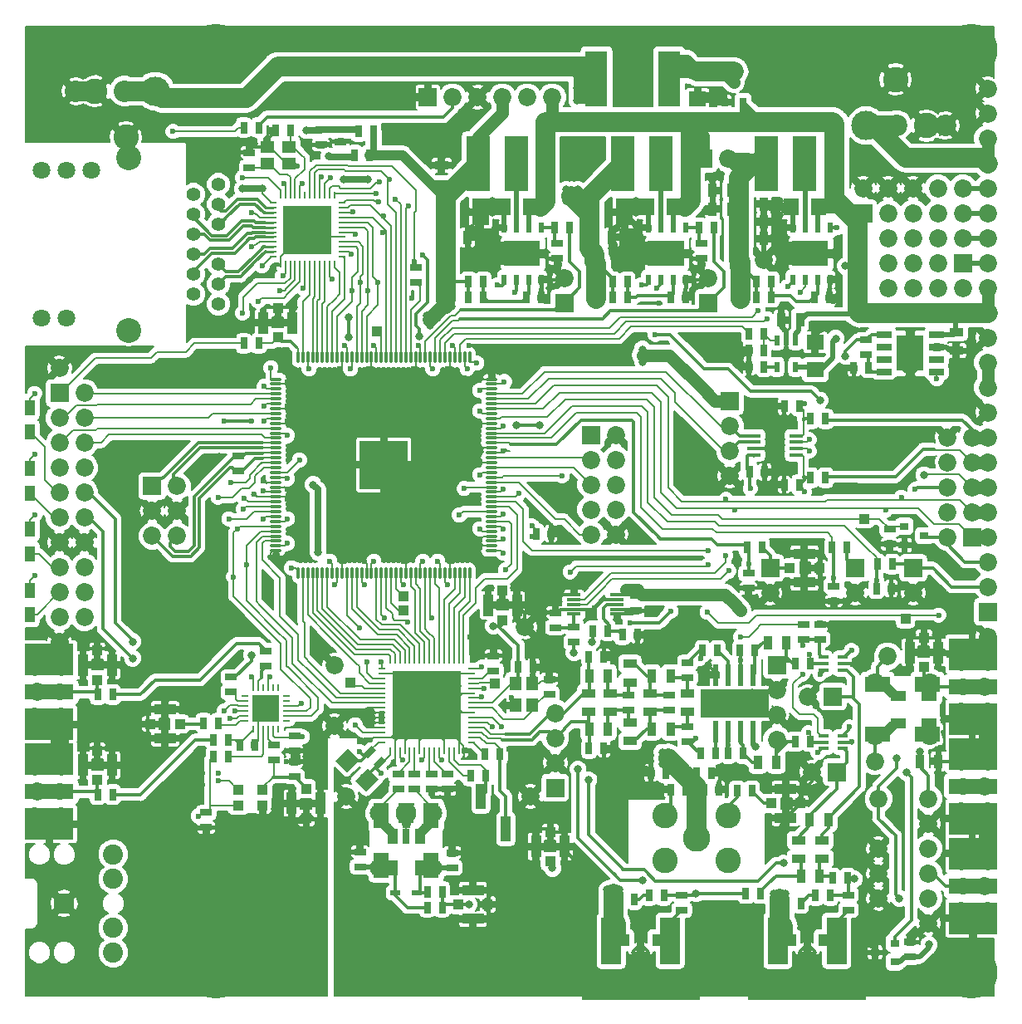
<source format=gtl>
G04 #@! TF.GenerationSoftware,KiCad,Pcbnew,5.0.2-bee76a0~70~ubuntu16.04.1*
G04 #@! TF.CreationDate,2019-02-17T19:23:45-08:00*
G04 #@! TF.ProjectId,hermeslite,6865726d-6573-46c6-9974-652e6b696361,2.0-build8*
G04 #@! TF.SameCoordinates,PX42c1d80PY2625a00*
G04 #@! TF.FileFunction,Copper,L1,Top*
G04 #@! TF.FilePolarity,Positive*
%FSLAX46Y46*%
G04 Gerber Fmt 4.6, Leading zero omitted, Abs format (unit mm)*
G04 Created by KiCad (PCBNEW 5.0.2-bee76a0~70~ubuntu16.04.1) date Sun 17 Feb 2019 07:23:45 PM PST*
%MOMM*%
%LPD*%
G01*
G04 APERTURE LIST*
G04 #@! TA.AperFunction,ComponentPad*
%ADD10C,0.500000*%
G04 #@! TD*
G04 #@! TA.AperFunction,ComponentPad*
%ADD11C,2.300000*%
G04 #@! TD*
G04 #@! TA.AperFunction,SMDPad,CuDef*
%ADD12R,5.000000X5.000000*%
G04 #@! TD*
G04 #@! TA.AperFunction,SMDPad,CuDef*
%ADD13R,0.250000X0.800000*%
G04 #@! TD*
G04 #@! TA.AperFunction,SMDPad,CuDef*
%ADD14R,0.800000X0.250000*%
G04 #@! TD*
G04 #@! TA.AperFunction,SMDPad,CuDef*
%ADD15R,1.900000X4.280000*%
G04 #@! TD*
G04 #@! TA.AperFunction,SMDPad,CuDef*
%ADD16C,0.525000*%
G04 #@! TD*
G04 #@! TA.AperFunction,Conductor*
%ADD17C,0.100000*%
G04 #@! TD*
G04 #@! TA.AperFunction,SMDPad,CuDef*
%ADD18R,0.700000X1.400000*%
G04 #@! TD*
G04 #@! TA.AperFunction,SMDPad,CuDef*
%ADD19R,0.900000X1.250000*%
G04 #@! TD*
G04 #@! TA.AperFunction,SMDPad,CuDef*
%ADD20R,1.000000X4.000000*%
G04 #@! TD*
G04 #@! TA.AperFunction,SMDPad,CuDef*
%ADD21R,2.000000X4.800000*%
G04 #@! TD*
G04 #@! TA.AperFunction,ComponentPad*
%ADD22O,0.700000X1.400000*%
G04 #@! TD*
G04 #@! TA.AperFunction,SMDPad,CuDef*
%ADD23R,12.000000X2.200000*%
G04 #@! TD*
G04 #@! TA.AperFunction,ComponentPad*
%ADD24C,4.000000*%
G04 #@! TD*
G04 #@! TA.AperFunction,SMDPad,CuDef*
%ADD25O,0.280000X1.200000*%
G04 #@! TD*
G04 #@! TA.AperFunction,SMDPad,CuDef*
%ADD26O,1.200000X0.280000*%
G04 #@! TD*
G04 #@! TA.AperFunction,ComponentPad*
%ADD27C,1.850000*%
G04 #@! TD*
G04 #@! TA.AperFunction,ComponentPad*
%ADD28C,1.800000*%
G04 #@! TD*
G04 #@! TA.AperFunction,SMDPad,CuDef*
%ADD29R,5.000000X3.300000*%
G04 #@! TD*
G04 #@! TA.AperFunction,SMDPad,CuDef*
%ADD30R,5.000000X1.600000*%
G04 #@! TD*
G04 #@! TA.AperFunction,ComponentPad*
%ADD31C,0.800000*%
G04 #@! TD*
G04 #@! TA.AperFunction,SMDPad,CuDef*
%ADD32R,1.143000X0.635000*%
G04 #@! TD*
G04 #@! TA.AperFunction,ComponentPad*
%ADD33C,1.700000*%
G04 #@! TD*
G04 #@! TA.AperFunction,SMDPad,CuDef*
%ADD34R,1.000000X1.000000*%
G04 #@! TD*
G04 #@! TA.AperFunction,SMDPad,CuDef*
%ADD35R,2.800000X2.800000*%
G04 #@! TD*
G04 #@! TA.AperFunction,ComponentPad*
%ADD36C,3.000000*%
G04 #@! TD*
G04 #@! TA.AperFunction,SMDPad,CuDef*
%ADD37R,2.500000X2.500000*%
G04 #@! TD*
G04 #@! TA.AperFunction,SMDPad,CuDef*
%ADD38R,7.000000X7.000000*%
G04 #@! TD*
G04 #@! TA.AperFunction,SMDPad,CuDef*
%ADD39R,0.600000X2.200000*%
G04 #@! TD*
G04 #@! TA.AperFunction,SMDPad,CuDef*
%ADD40R,7.000000X2.940000*%
G04 #@! TD*
G04 #@! TA.AperFunction,SMDPad,CuDef*
%ADD41R,0.510000X1.100000*%
G04 #@! TD*
G04 #@! TA.AperFunction,SMDPad,CuDef*
%ADD42R,3.500000X2.600000*%
G04 #@! TD*
G04 #@! TA.AperFunction,ComponentPad*
%ADD43C,2.500000*%
G04 #@! TD*
G04 #@! TA.AperFunction,ComponentPad*
%ADD44R,1.850000X1.850000*%
G04 #@! TD*
G04 #@! TA.AperFunction,SMDPad,CuDef*
%ADD45R,0.635000X1.143000*%
G04 #@! TD*
G04 #@! TA.AperFunction,SMDPad,CuDef*
%ADD46R,1.350000X0.400000*%
G04 #@! TD*
G04 #@! TA.AperFunction,SMDPad,CuDef*
%ADD47R,1.397000X0.889000*%
G04 #@! TD*
G04 #@! TA.AperFunction,SMDPad,CuDef*
%ADD48R,2.400000X5.700000*%
G04 #@! TD*
G04 #@! TA.AperFunction,SMDPad,CuDef*
%ADD49R,1.600000X1.800000*%
G04 #@! TD*
G04 #@! TA.AperFunction,SMDPad,CuDef*
%ADD50R,0.889000X1.397000*%
G04 #@! TD*
G04 #@! TA.AperFunction,SMDPad,CuDef*
%ADD51R,2.300000X5.600000*%
G04 #@! TD*
G04 #@! TA.AperFunction,SMDPad,CuDef*
%ADD52R,1.000000X0.400000*%
G04 #@! TD*
G04 #@! TA.AperFunction,SMDPad,CuDef*
%ADD53R,1.200000X1.400000*%
G04 #@! TD*
G04 #@! TA.AperFunction,SMDPad,CuDef*
%ADD54C,0.635000*%
G04 #@! TD*
G04 #@! TA.AperFunction,SMDPad,CuDef*
%ADD55R,1.778000X2.794000*%
G04 #@! TD*
G04 #@! TA.AperFunction,ComponentPad*
%ADD56C,1.400000*%
G04 #@! TD*
G04 #@! TA.AperFunction,ComponentPad*
%ADD57C,2.540000*%
G04 #@! TD*
G04 #@! TA.AperFunction,SMDPad,CuDef*
%ADD58R,1.500000X0.650000*%
G04 #@! TD*
G04 #@! TA.AperFunction,SMDPad,CuDef*
%ADD59R,2.700000X3.600000*%
G04 #@! TD*
G04 #@! TA.AperFunction,ComponentPad*
%ADD60C,2.000000*%
G04 #@! TD*
G04 #@! TA.AperFunction,SMDPad,CuDef*
%ADD61R,0.800000X0.900000*%
G04 #@! TD*
G04 #@! TA.AperFunction,SMDPad,CuDef*
%ADD62R,0.900000X0.800000*%
G04 #@! TD*
G04 #@! TA.AperFunction,SMDPad,CuDef*
%ADD63R,1.800000X1.600000*%
G04 #@! TD*
G04 #@! TA.AperFunction,SMDPad,CuDef*
%ADD64R,1.400000X0.300000*%
G04 #@! TD*
G04 #@! TA.AperFunction,SMDPad,CuDef*
%ADD65R,0.600000X1.050000*%
G04 #@! TD*
G04 #@! TA.AperFunction,ComponentPad*
%ADD66C,5.300000*%
G04 #@! TD*
G04 #@! TA.AperFunction,SMDPad,CuDef*
%ADD67C,1.600000*%
G04 #@! TD*
G04 #@! TA.AperFunction,SMDPad,CuDef*
%ADD68R,1.650000X2.540000*%
G04 #@! TD*
G04 #@! TA.AperFunction,SMDPad,CuDef*
%ADD69C,1.191446*%
G04 #@! TD*
G04 #@! TA.AperFunction,SMDPad,CuDef*
%ADD70R,1.015000X1.650000*%
G04 #@! TD*
G04 #@! TA.AperFunction,SMDPad,CuDef*
%ADD71R,0.760000X1.650000*%
G04 #@! TD*
G04 #@! TA.AperFunction,SMDPad,CuDef*
%ADD72C,1.000000*%
G04 #@! TD*
G04 #@! TA.AperFunction,SMDPad,CuDef*
%ADD73R,1.650000X2.000000*%
G04 #@! TD*
G04 #@! TA.AperFunction,ComponentPad*
%ADD74C,2.100000*%
G04 #@! TD*
G04 #@! TA.AperFunction,ComponentPad*
%ADD75C,2.600000*%
G04 #@! TD*
G04 #@! TA.AperFunction,ComponentPad*
%ADD76C,2.800000*%
G04 #@! TD*
G04 #@! TA.AperFunction,SMDPad,CuDef*
%ADD77R,2.540000X1.650000*%
G04 #@! TD*
G04 #@! TA.AperFunction,SMDPad,CuDef*
%ADD78R,1.650000X1.015000*%
G04 #@! TD*
G04 #@! TA.AperFunction,SMDPad,CuDef*
%ADD79R,1.400000X1.200000*%
G04 #@! TD*
G04 #@! TA.AperFunction,SMDPad,CuDef*
%ADD80R,1.000760X0.599440*%
G04 #@! TD*
G04 #@! TA.AperFunction,SMDPad,CuDef*
%ADD81R,1.100000X1.600000*%
G04 #@! TD*
G04 #@! TA.AperFunction,SMDPad,CuDef*
%ADD82R,1.050000X2.200000*%
G04 #@! TD*
G04 #@! TA.AperFunction,SMDPad,CuDef*
%ADD83R,2.200000X1.050000*%
G04 #@! TD*
G04 #@! TA.AperFunction,ComponentPad*
%ADD84C,2.200000*%
G04 #@! TD*
G04 #@! TA.AperFunction,ComponentPad*
%ADD85C,2.050000*%
G04 #@! TD*
G04 #@! TA.AperFunction,SMDPad,CuDef*
%ADD86R,1.000000X2.510000*%
G04 #@! TD*
G04 #@! TA.AperFunction,SMDPad,CuDef*
%ADD87R,1.080000X1.040000*%
G04 #@! TD*
G04 #@! TA.AperFunction,ViaPad*
%ADD88C,0.600000*%
G04 #@! TD*
G04 #@! TA.AperFunction,ViaPad*
%ADD89C,0.800000*%
G04 #@! TD*
G04 #@! TA.AperFunction,ViaPad*
%ADD90C,0.600000*%
G04 #@! TD*
G04 #@! TA.AperFunction,ViaPad*
%ADD91C,0.600000*%
G04 #@! TD*
G04 #@! TA.AperFunction,ViaPad*
%ADD92C,0.600000*%
G04 #@! TD*
G04 #@! TA.AperFunction,Conductor*
%ADD93C,0.700000*%
G04 #@! TD*
G04 #@! TA.AperFunction,Conductor*
%ADD94C,1.250000*%
G04 #@! TD*
G04 #@! TA.AperFunction,Conductor*
%ADD95C,0.300000*%
G04 #@! TD*
G04 #@! TA.AperFunction,Conductor*
%ADD96C,0.200000*%
G04 #@! TD*
G04 #@! TA.AperFunction,Conductor*
%ADD97C,1.000000*%
G04 #@! TD*
G04 #@! TA.AperFunction,Conductor*
%ADD98C,0.350000*%
G04 #@! TD*
G04 #@! TA.AperFunction,Conductor*
%ADD99C,1.500000*%
G04 #@! TD*
G04 #@! TA.AperFunction,Conductor*
%ADD100C,2.000000*%
G04 #@! TD*
G04 #@! TA.AperFunction,Conductor*
%ADD101C,0.250000*%
G04 #@! TD*
G04 #@! TA.AperFunction,Conductor*
%ADD102C,0.500000*%
G04 #@! TD*
G04 APERTURE END LIST*
D10*
G04 #@! TO.P,U4,49*
G04 #@! TO.N,GND*
X27216525Y-20615000D03*
X27216525Y-23415000D03*
D11*
X30616525Y-22615000D03*
D12*
X29316525Y-21315000D03*
D13*
G04 #@! TO.P,U4,48*
G04 #@! TO.N,Net-(R34-Pad1)*
X26566525Y-17815000D03*
G04 #@! TO.P,U4,47*
G04 #@! TO.N,Net-(B42-Pad1)*
X27066525Y-17815000D03*
G04 #@! TO.P,U4,46*
G04 #@! TO.N,Net-(C36-Pad1)*
X27566525Y-17815000D03*
G04 #@! TO.P,U4,45*
G04 #@! TO.N,Net-(C37-Pad1)*
X28066525Y-17815000D03*
G04 #@! TO.P,U4,44*
G04 #@! TO.N,Net-(B54-Pad1)*
X28566525Y-17815000D03*
G04 #@! TO.P,U4,43*
G04 #@! TO.N,Net-(U4-Pad43)*
X29066525Y-17815000D03*
G04 #@! TO.P,U4,42*
G04 #@! TO.N,Net-(C35-Pad1)*
X29566525Y-17815000D03*
G04 #@! TO.P,U4,41*
G04 #@! TO.N,Net-(R27-Pad1)*
X30066525Y-17815000D03*
G04 #@! TO.P,U4,40*
G04 #@! TO.N,Veth*
X30566525Y-17815000D03*
G04 #@! TO.P,U4,39*
G04 #@! TO.N,+1V2*
X31066525Y-17815000D03*
G04 #@! TO.P,U4,38*
G04 #@! TO.N,Net-(R20-Pad2)*
X31566525Y-17815000D03*
G04 #@! TO.P,U4,37*
G04 #@! TO.N,Net-(R26-Pad2)*
X32066525Y-17815000D03*
D14*
G04 #@! TO.P,U4,36*
G04 #@! TO.N,Net-(U2-Pad51)*
X32816525Y-18565000D03*
G04 #@! TO.P,U4,35*
G04 #@! TO.N,Net-(R28-Pad1)*
X32816525Y-19065000D03*
G04 #@! TO.P,U4,34*
G04 #@! TO.N,Veth*
X32816525Y-19565000D03*
G04 #@! TO.P,U4,33*
G04 #@! TO.N,Net-(R25-Pad2)*
X32816525Y-20065000D03*
G04 #@! TO.P,U4,32*
G04 #@! TO.N,/Ethernet/RXD0*
X32816525Y-20565000D03*
G04 #@! TO.P,U4,31*
G04 #@! TO.N,/Ethernet/RXD1*
X32816525Y-21065000D03*
G04 #@! TO.P,U4,30*
G04 #@! TO.N,+1V2*
X32816525Y-21565000D03*
G04 #@! TO.P,U4,29*
G04 #@! TO.N,GND*
X32816525Y-22065000D03*
G04 #@! TO.P,U4,28*
G04 #@! TO.N,/Ethernet/RXD2*
X32816525Y-22565000D03*
G04 #@! TO.P,U4,27*
G04 #@! TO.N,/Ethernet/RXD3*
X32816525Y-23065000D03*
G04 #@! TO.P,U4,26*
G04 #@! TO.N,+1V2*
X32816525Y-23565000D03*
G04 #@! TO.P,U4,25*
G04 #@! TO.N,Net-(U2-Pad65)*
X32816525Y-24065000D03*
D13*
G04 #@! TO.P,U4,24*
G04 #@! TO.N,Net-(U2-Pad66)*
X32066525Y-24815000D03*
G04 #@! TO.P,U4,23*
G04 #@! TO.N,+1V2*
X31566525Y-24815000D03*
G04 #@! TO.P,U4,22*
G04 #@! TO.N,/Ethernet/TXD3*
X31066525Y-24815000D03*
G04 #@! TO.P,U4,21*
G04 #@! TO.N,/Ethernet/TXD2*
X30566525Y-24815000D03*
G04 #@! TO.P,U4,20*
G04 #@! TO.N,/Ethernet/TXD1*
X30066525Y-24815000D03*
G04 #@! TO.P,U4,19*
G04 #@! TO.N,/Ethernet/TXD0*
X29566525Y-24815000D03*
G04 #@! TO.P,U4,18*
G04 #@! TO.N,+1V2*
X29066525Y-24815000D03*
G04 #@! TO.P,U4,17*
G04 #@! TO.N,Net-(CN3-Pad17)*
X28566525Y-24815000D03*
G04 #@! TO.P,U4,16*
G04 #@! TO.N,Veth*
X28066525Y-24815000D03*
G04 #@! TO.P,U4,15*
G04 #@! TO.N,Net-(CN3-Pad13)*
X27566525Y-24815000D03*
G04 #@! TO.P,U4,14*
G04 #@! TO.N,+1V2*
X27066525Y-24815000D03*
G04 #@! TO.P,U4,13*
G04 #@! TO.N,GND*
X26566525Y-24815000D03*
D14*
G04 #@! TO.P,U4,12*
G04 #@! TO.N,Net-(B42-Pad1)*
X25816525Y-24065000D03*
G04 #@! TO.P,U4,11*
G04 #@! TO.N,Net-(CN3-Pad8)*
X25816525Y-23565000D03*
G04 #@! TO.P,U4,10*
G04 #@! TO.N,Net-(CN3-Pad9)*
X25816525Y-23065000D03*
G04 #@! TO.P,U4,9*
G04 #@! TO.N,Net-(B40-Pad1)*
X25816525Y-22565000D03*
G04 #@! TO.P,U4,8*
G04 #@! TO.N,Net-(CN3-Pad2)*
X25816525Y-22065000D03*
G04 #@! TO.P,U4,7*
G04 #@! TO.N,Net-(CN3-Pad3)*
X25816525Y-21565000D03*
G04 #@! TO.P,U4,6*
G04 #@! TO.N,Net-(CN3-Pad4)*
X25816525Y-21065000D03*
G04 #@! TO.P,U4,5*
G04 #@! TO.N,Net-(CN3-Pad5)*
X25816525Y-20565000D03*
G04 #@! TO.P,U4,4*
G04 #@! TO.N,Net-(B40-Pad1)*
X25816525Y-20065000D03*
G04 #@! TO.P,U4,3*
G04 #@! TO.N,Net-(CN3-Pad10)*
X25816525Y-19565000D03*
G04 #@! TO.P,U4,2*
G04 #@! TO.N,Net-(CN3-Pad11)*
X25816525Y-19065000D03*
G04 #@! TO.P,U4,1*
G04 #@! TO.N,Net-(B42-Pad1)*
X25816525Y-18565000D03*
D10*
G04 #@! TO.P,U4,49*
G04 #@! TO.N,GND*
X30016525Y-20615000D03*
X31416525Y-20615000D03*
X28616525Y-19215000D03*
X30016525Y-19215000D03*
X28616525Y-22015000D03*
X28616525Y-23415000D03*
X31416525Y-19215000D03*
X27216525Y-19215000D03*
X28616525Y-20615000D03*
X27216525Y-22015000D03*
G04 #@! TD*
D15*
G04 #@! TO.P,Q3,2*
G04 #@! TO.N,GND*
X80300000Y-97000000D03*
D16*
X80300000Y-94600000D03*
D17*
G04 #@! TD*
G04 #@! TO.N,GND*
G04 #@! TO.C,Q3*
G36*
X79350000Y-94862500D02*
X79875000Y-94337500D01*
X80725000Y-94337500D01*
X81250000Y-94862500D01*
X79350000Y-94862500D01*
X79350000Y-94862500D01*
G37*
D18*
G04 #@! TO.P,Q3,2*
G04 #@! TO.N,GND*
X80300000Y-93700000D03*
D19*
G04 #@! TO.P,Q3,1*
G04 #@! TO.N,Net-(L33-Pad2)*
X81900000Y-93700000D03*
D20*
G04 #@! TO.P,Q3,2*
G04 #@! TO.N,GND*
X74800000Y-95800000D03*
X85800000Y-95800000D03*
D21*
G04 #@! TO.P,Q3,3*
G04 #@! TO.N,Net-(B97-Pad1)*
X77300000Y-93800000D03*
G04 #@! TO.P,Q3,1*
G04 #@! TO.N,Net-(L33-Pad2)*
X83300000Y-93800000D03*
D22*
G04 #@! TO.P,Q3,2*
G04 #@! TO.N,GND*
X80300000Y-92600000D03*
D19*
G04 #@! TO.P,Q3,3*
G04 #@! TO.N,Net-(B97-Pad1)*
X78700000Y-93700000D03*
D23*
G04 #@! TO.P,Q3,2*
G04 #@! TO.N,GND*
X80300000Y-98700000D03*
D10*
X85000000Y-98000000D03*
X80300000Y-94500000D03*
X81000000Y-95000000D03*
X79600000Y-95000000D03*
X80300000Y-95500000D03*
X80300000Y-96500000D03*
X79600000Y-96000000D03*
X81000000Y-96000000D03*
X80300000Y-97500000D03*
X79600000Y-97000000D03*
X81000000Y-97000000D03*
X80300000Y-98500000D03*
X84000000Y-98000000D03*
X83000000Y-98000000D03*
X82000000Y-98000000D03*
X81000000Y-98000000D03*
X81000000Y-99000000D03*
X82000000Y-99000000D03*
X83000000Y-99000000D03*
X84000000Y-99000000D03*
X85000000Y-99000000D03*
X79600000Y-99000000D03*
X78600000Y-99000000D03*
X77600000Y-99000000D03*
X76600000Y-99000000D03*
X75600000Y-99000000D03*
X75600000Y-98000000D03*
X76600000Y-98000000D03*
X77600000Y-98000000D03*
X78600000Y-98000000D03*
X79600000Y-98000000D03*
G04 #@! TD*
D15*
G04 #@! TO.P,Q4,2*
G04 #@! TO.N,GND*
X63300000Y-97000000D03*
D16*
X63300000Y-94600000D03*
D17*
G04 #@! TD*
G04 #@! TO.N,GND*
G04 #@! TO.C,Q4*
G36*
X62350000Y-94862500D02*
X62875000Y-94337500D01*
X63725000Y-94337500D01*
X64250000Y-94862500D01*
X62350000Y-94862500D01*
X62350000Y-94862500D01*
G37*
D18*
G04 #@! TO.P,Q4,2*
G04 #@! TO.N,GND*
X63300000Y-93700000D03*
D19*
G04 #@! TO.P,Q4,1*
G04 #@! TO.N,Net-(L34-Pad2)*
X64900000Y-93700000D03*
D20*
G04 #@! TO.P,Q4,2*
G04 #@! TO.N,GND*
X57800000Y-95800000D03*
X68800000Y-95800000D03*
D21*
G04 #@! TO.P,Q4,3*
G04 #@! TO.N,Net-(B105-Pad1)*
X60300000Y-93800000D03*
G04 #@! TO.P,Q4,1*
G04 #@! TO.N,Net-(L34-Pad2)*
X66300000Y-93800000D03*
D22*
G04 #@! TO.P,Q4,2*
G04 #@! TO.N,GND*
X63300000Y-92600000D03*
D19*
G04 #@! TO.P,Q4,3*
G04 #@! TO.N,Net-(B105-Pad1)*
X61700000Y-93700000D03*
D23*
G04 #@! TO.P,Q4,2*
G04 #@! TO.N,GND*
X63300000Y-98700000D03*
D10*
X68000000Y-98000000D03*
X63300000Y-94500000D03*
X64000000Y-95000000D03*
X62600000Y-95000000D03*
X63300000Y-95500000D03*
X63300000Y-96500000D03*
X62600000Y-96000000D03*
X64000000Y-96000000D03*
X63300000Y-97500000D03*
X62600000Y-97000000D03*
X64000000Y-97000000D03*
X63300000Y-98500000D03*
X67000000Y-98000000D03*
X66000000Y-98000000D03*
X65000000Y-98000000D03*
X64000000Y-98000000D03*
X64000000Y-99000000D03*
X65000000Y-99000000D03*
X66000000Y-99000000D03*
X67000000Y-99000000D03*
X68000000Y-99000000D03*
X62600000Y-99000000D03*
X61600000Y-99000000D03*
X60600000Y-99000000D03*
X59600000Y-99000000D03*
X58600000Y-99000000D03*
X58600000Y-98000000D03*
X59600000Y-98000000D03*
X60600000Y-98000000D03*
X61600000Y-98000000D03*
X62600000Y-98000000D03*
G04 #@! TD*
G04 #@! TO.P,U2,145*
G04 #@! TO.N,GND*
X35600000Y-46800000D03*
D12*
X37100000Y-45300000D03*
D24*
X39200000Y-47400000D03*
D25*
G04 #@! TO.P,U2,144*
G04 #@! TO.N,Net-(U2-Pad144)*
X45850000Y-56300000D03*
G04 #@! TO.P,U2,143*
G04 #@! TO.N,Net-(U2-Pad143)*
X45350000Y-56300000D03*
G04 #@! TO.P,U2,142*
G04 #@! TO.N,Net-(U2-Pad142)*
X44850000Y-56300000D03*
G04 #@! TO.P,U2,141*
G04 #@! TO.N,Net-(U2-Pad141)*
X44350000Y-56300000D03*
G04 #@! TO.P,U2,140*
G04 #@! TO.N,GND*
X43850000Y-56300000D03*
G04 #@! TO.P,U2,139*
G04 #@! TO.N,+3V3*
X43350000Y-56300000D03*
G04 #@! TO.P,U2,138*
G04 #@! TO.N,+1V2*
X42850000Y-56300000D03*
G04 #@! TO.P,U2,137*
G04 #@! TO.N,Net-(U2-Pad137)*
X42350000Y-56300000D03*
G04 #@! TO.P,U2,136*
G04 #@! TO.N,Net-(R135-Pad1)*
X41850000Y-56300000D03*
G04 #@! TO.P,U2,135*
G04 #@! TO.N,Net-(U2-Pad135)*
X41350000Y-56300000D03*
G04 #@! TO.P,U2,134*
G04 #@! TO.N,+1V2*
X40850000Y-56300000D03*
G04 #@! TO.P,U2,133*
G04 #@! TO.N,Net-(U2-Pad133)*
X40350000Y-56300000D03*
G04 #@! TO.P,U2,132*
G04 #@! TO.N,Net-(U2-Pad132)*
X39850000Y-56300000D03*
G04 #@! TO.P,U2,131*
G04 #@! TO.N,GND*
X39350000Y-56300000D03*
G04 #@! TO.P,U2,130*
G04 #@! TO.N,+3V3*
X38850000Y-56300000D03*
G04 #@! TO.P,U2,129*
G04 #@! TO.N,Net-(TP7-Pad1)*
X38350000Y-56300000D03*
G04 #@! TO.P,U2,128*
G04 #@! TO.N,Net-(TP8-Pad1)*
X37850000Y-56300000D03*
G04 #@! TO.P,U2,127*
G04 #@! TO.N,Net-(TP9-Pad1)*
X37350000Y-56300000D03*
G04 #@! TO.P,U2,126*
G04 #@! TO.N,Net-(U2-Pad126)*
X36850000Y-56300000D03*
G04 #@! TO.P,U2,125*
G04 #@! TO.N,Net-(U2-Pad125)*
X36350000Y-56300000D03*
G04 #@! TO.P,U2,124*
G04 #@! TO.N,+1V2*
X35850000Y-56300000D03*
G04 #@! TO.P,U2,123*
G04 #@! TO.N,GND*
X35350000Y-56300000D03*
G04 #@! TO.P,U2,122*
G04 #@! TO.N,+3V3*
X34850000Y-56300000D03*
G04 #@! TO.P,U2,121*
G04 #@! TO.N,Net-(U2-Pad121)*
X34350000Y-56300000D03*
G04 #@! TO.P,U2,120*
G04 #@! TO.N,Net-(U2-Pad120)*
X33850000Y-56300000D03*
G04 #@! TO.P,U2,119*
G04 #@! TO.N,Net-(U2-Pad119)*
X33350000Y-56300000D03*
G04 #@! TO.P,U2,118*
G04 #@! TO.N,GND*
X32850000Y-56300000D03*
G04 #@! TO.P,U2,117*
G04 #@! TO.N,+3V3*
X32350000Y-56300000D03*
G04 #@! TO.P,U2,116*
G04 #@! TO.N,+1V2*
X31850000Y-56300000D03*
G04 #@! TO.P,U2,115*
G04 #@! TO.N,Net-(U2-Pad115)*
X31350000Y-56300000D03*
G04 #@! TO.P,U2,114*
G04 #@! TO.N,Net-(U2-Pad114)*
X30850000Y-56300000D03*
G04 #@! TO.P,U2,113*
G04 #@! TO.N,Net-(U2-Pad113)*
X30350000Y-56300000D03*
G04 #@! TO.P,U2,112*
G04 #@! TO.N,Net-(U2-Pad112)*
X29850000Y-56300000D03*
G04 #@! TO.P,U2,111*
G04 #@! TO.N,Net-(U2-Pad111)*
X29350000Y-56300000D03*
G04 #@! TO.P,U2,110*
G04 #@! TO.N,Net-(U2-Pad110)*
X28850000Y-56300000D03*
G04 #@! TO.P,U2,109*
G04 #@! TO.N,Net-(B4-Pad1)*
X28350000Y-56300000D03*
D26*
G04 #@! TO.P,U2,108*
G04 #@! TO.N,GND*
X26100000Y-54050000D03*
G04 #@! TO.P,U2,107*
G04 #@! TO.N,Net-(B10-Pad1)*
X26100000Y-53550000D03*
G04 #@! TO.P,U2,106*
G04 #@! TO.N,Net-(U2-Pad106)*
X26100000Y-53050000D03*
G04 #@! TO.P,U2,105*
G04 #@! TO.N,Net-(U2-Pad105)*
X26100000Y-52550000D03*
G04 #@! TO.P,U2,104*
G04 #@! TO.N,SDA1*
X26100000Y-52050000D03*
G04 #@! TO.P,U2,103*
G04 #@! TO.N,SCL1*
X26100000Y-51550000D03*
G04 #@! TO.P,U2,102*
G04 #@! TO.N,+1V2*
X26100000Y-51050000D03*
G04 #@! TO.P,U2,101*
G04 #@! TO.N,Net-(D5-Pad1)*
X26100000Y-50550000D03*
G04 #@! TO.P,U2,100*
G04 #@! TO.N,Net-(D4-Pad1)*
X26100000Y-50050000D03*
G04 #@! TO.P,U2,99*
G04 #@! TO.N,Net-(D3-Pad1)*
X26100000Y-49550000D03*
G04 #@! TO.P,U2,98*
G04 #@! TO.N,Net-(D2-Pad1)*
X26100000Y-49050000D03*
G04 #@! TO.P,U2,97*
G04 #@! TO.N,GND*
X26100000Y-48550000D03*
G04 #@! TO.P,U2,96*
G04 #@! TO.N,+2V5*
X26100000Y-48050000D03*
G04 #@! TO.P,U2,95*
G04 #@! TO.N,GND*
X26100000Y-47550000D03*
G04 #@! TO.P,U2,94*
X26100000Y-47050000D03*
G04 #@! TO.P,U2,93*
G04 #@! TO.N,+3V3*
X26100000Y-46550000D03*
G04 #@! TO.P,U2,92*
G04 #@! TO.N,Net-(R5-Pad1)*
X26100000Y-46050000D03*
G04 #@! TO.P,U2,91*
G04 #@! TO.N,Net-(C72-Pad1)*
X26100000Y-45550000D03*
G04 #@! TO.P,U2,90*
G04 #@! TO.N,Net-(C71-Pad1)*
X26100000Y-45050000D03*
G04 #@! TO.P,U2,89*
G04 #@! TO.N,Net-(DB12-Pad5)*
X26100000Y-44550000D03*
G04 #@! TO.P,U2,88*
G04 #@! TO.N,Net-(DB12-Pad6)*
X26100000Y-44050000D03*
G04 #@! TO.P,U2,87*
G04 #@! TO.N,Net-(DB12-Pad2)*
X26100000Y-43550000D03*
G04 #@! TO.P,U2,86*
G04 #@! TO.N,Net-(DB12-Pad1)*
X26100000Y-43050000D03*
G04 #@! TO.P,U2,85*
G04 #@! TO.N,Net-(DB1-Pad6)*
X26100000Y-42550000D03*
G04 #@! TO.P,U2,84*
G04 #@! TO.N,+1V2*
X26100000Y-42050000D03*
G04 #@! TO.P,U2,83*
G04 #@! TO.N,Net-(DB1-Pad5)*
X26100000Y-41550000D03*
G04 #@! TO.P,U2,82*
G04 #@! TO.N,GND*
X26100000Y-41050000D03*
G04 #@! TO.P,U2,81*
G04 #@! TO.N,Vlvds*
X26100000Y-40550000D03*
G04 #@! TO.P,U2,80*
G04 #@! TO.N,Net-(DB1-Pad4)*
X26100000Y-40050000D03*
G04 #@! TO.P,U2,79*
G04 #@! TO.N,GND*
X26100000Y-39550000D03*
G04 #@! TO.P,U2,78*
G04 #@! TO.N,+1V2*
X26100000Y-39050000D03*
G04 #@! TO.P,U2,77*
G04 #@! TO.N,Net-(DB1-Pad3)*
X26100000Y-38550000D03*
G04 #@! TO.P,U2,76*
G04 #@! TO.N,Net-(DB1-Pad2)*
X26100000Y-38050000D03*
G04 #@! TO.P,U2,75*
G04 #@! TO.N,Net-(B8-Pad1)*
X26100000Y-37550000D03*
G04 #@! TO.P,U2,74*
G04 #@! TO.N,GND*
X26100000Y-37050000D03*
G04 #@! TO.P,U2,73*
G04 #@! TO.N,Net-(B2-Pad1)*
X26100000Y-36550000D03*
D25*
G04 #@! TO.P,U2,72*
G04 #@! TO.N,Net-(CL8-Pad1)*
X28350000Y-34300000D03*
G04 #@! TO.P,U2,71*
G04 #@! TO.N,/Ethernet/TXD0*
X28850000Y-34300000D03*
G04 #@! TO.P,U2,70*
G04 #@! TO.N,+1V2*
X29350000Y-34300000D03*
G04 #@! TO.P,U2,69*
G04 #@! TO.N,/Ethernet/TXD1*
X29850000Y-34300000D03*
G04 #@! TO.P,U2,68*
G04 #@! TO.N,/Ethernet/TXD2*
X30350000Y-34300000D03*
G04 #@! TO.P,U2,67*
G04 #@! TO.N,/Ethernet/TXD3*
X30850000Y-34300000D03*
G04 #@! TO.P,U2,66*
G04 #@! TO.N,Net-(U2-Pad66)*
X31350000Y-34300000D03*
G04 #@! TO.P,U2,65*
G04 #@! TO.N,Net-(U2-Pad65)*
X31850000Y-34300000D03*
G04 #@! TO.P,U2,64*
G04 #@! TO.N,/Ethernet/RXD3*
X32350000Y-34300000D03*
G04 #@! TO.P,U2,63*
G04 #@! TO.N,GND*
X32850000Y-34300000D03*
G04 #@! TO.P,U2,62*
G04 #@! TO.N,Veth*
X33350000Y-34300000D03*
G04 #@! TO.P,U2,61*
G04 #@! TO.N,+1V2*
X33850000Y-34300000D03*
G04 #@! TO.P,U2,60*
G04 #@! TO.N,/Ethernet/RXD2*
X34350000Y-34300000D03*
G04 #@! TO.P,U2,59*
G04 #@! TO.N,/Ethernet/RXD1*
X34850000Y-34300000D03*
G04 #@! TO.P,U2,58*
G04 #@! TO.N,/Ethernet/RXD0*
X35350000Y-34300000D03*
G04 #@! TO.P,U2,57*
G04 #@! TO.N,GND*
X35850000Y-34300000D03*
G04 #@! TO.P,U2,56*
G04 #@! TO.N,Veth*
X36350000Y-34300000D03*
G04 #@! TO.P,U2,55*
G04 #@! TO.N,Net-(TP2-Pad1)*
X36850000Y-34300000D03*
G04 #@! TO.P,U2,54*
G04 #@! TO.N,Net-(R25-Pad2)*
X37350000Y-34300000D03*
G04 #@! TO.P,U2,53*
G04 #@! TO.N,Net-(R28-Pad1)*
X37850000Y-34300000D03*
G04 #@! TO.P,U2,52*
G04 #@! TO.N,Net-(R27-Pad1)*
X38350000Y-34300000D03*
G04 #@! TO.P,U2,51*
G04 #@! TO.N,Net-(U2-Pad51)*
X38850000Y-34300000D03*
G04 #@! TO.P,U2,50*
G04 #@! TO.N,Net-(R26-Pad2)*
X39350000Y-34300000D03*
G04 #@! TO.P,U2,49*
G04 #@! TO.N,Net-(J18-Pad2)*
X39850000Y-34300000D03*
G04 #@! TO.P,U2,48*
G04 #@! TO.N,GND*
X40350000Y-34300000D03*
G04 #@! TO.P,U2,47*
G04 #@! TO.N,Veth*
X40850000Y-34300000D03*
G04 #@! TO.P,U2,46*
G04 #@! TO.N,Net-(DB11-Pad1)*
X41350000Y-34300000D03*
G04 #@! TO.P,U2,45*
G04 #@! TO.N,+1V2*
X41850000Y-34300000D03*
G04 #@! TO.P,U2,44*
G04 #@! TO.N,Net-(DB8-Pad1)*
X42350000Y-34300000D03*
G04 #@! TO.P,U2,43*
G04 #@! TO.N,Net-(FB16-Pad1)*
X42850000Y-34300000D03*
G04 #@! TO.P,U2,42*
G04 #@! TO.N,Net-(FB21-Pad1)*
X43350000Y-34300000D03*
G04 #@! TO.P,U2,41*
G04 #@! TO.N,GND*
X43850000Y-34300000D03*
G04 #@! TO.P,U2,40*
G04 #@! TO.N,Veth*
X44350000Y-34300000D03*
G04 #@! TO.P,U2,39*
G04 #@! TO.N,Net-(FB15-Pad1)*
X44850000Y-34300000D03*
G04 #@! TO.P,U2,38*
G04 #@! TO.N,+1V2*
X45350000Y-34300000D03*
G04 #@! TO.P,U2,37*
G04 #@! TO.N,Net-(B5-Pad1)*
X45850000Y-34300000D03*
D26*
G04 #@! TO.P,U2,36*
G04 #@! TO.N,GND*
X48100000Y-36550000D03*
G04 #@! TO.P,U2,35*
G04 #@! TO.N,Net-(B11-Pad1)*
X48100000Y-37050000D03*
G04 #@! TO.P,U2,34*
G04 #@! TO.N,+1V2*
X48100000Y-37550000D03*
G04 #@! TO.P,U2,33*
G04 #@! TO.N,Net-(DB17-Pad2)*
X48100000Y-38050000D03*
G04 #@! TO.P,U2,32*
G04 #@! TO.N,Net-(DB17-Pad3)*
X48100000Y-38550000D03*
G04 #@! TO.P,U2,31*
G04 #@! TO.N,SCL2*
X48100000Y-39050000D03*
G04 #@! TO.P,U2,30*
G04 #@! TO.N,SDA2*
X48100000Y-39550000D03*
G04 #@! TO.P,U2,29*
G04 #@! TO.N,+1V2*
X48100000Y-40050000D03*
G04 #@! TO.P,U2,28*
G04 #@! TO.N,Net-(Q5-Pad1)*
X48100000Y-40550000D03*
G04 #@! TO.P,U2,27*
G04 #@! TO.N,GND*
X48100000Y-41050000D03*
G04 #@! TO.P,U2,26*
G04 #@! TO.N,+3V3*
X48100000Y-41550000D03*
G04 #@! TO.P,U2,25*
G04 #@! TO.N,Net-(C47-Pad1)*
X48100000Y-42050000D03*
G04 #@! TO.P,U2,24*
G04 #@! TO.N,Net-(C79-Pad1)*
X48100000Y-42550000D03*
G04 #@! TO.P,U2,23*
G04 #@! TO.N,Net-(C80-Pad1)*
X48100000Y-43050000D03*
G04 #@! TO.P,U2,22*
G04 #@! TO.N,GND*
X48100000Y-43550000D03*
G04 #@! TO.P,U2,21*
X48100000Y-44050000D03*
G04 #@! TO.P,U2,20*
G04 #@! TO.N,Net-(CN1-Pad3)*
X48100000Y-44550000D03*
G04 #@! TO.P,U2,19*
G04 #@! TO.N,GND*
X48100000Y-45050000D03*
G04 #@! TO.P,U2,18*
G04 #@! TO.N,Net-(CN1-Pad5)*
X48100000Y-45550000D03*
G04 #@! TO.P,U2,17*
G04 #@! TO.N,+3V3*
X48100000Y-46050000D03*
G04 #@! TO.P,U2,16*
G04 #@! TO.N,Net-(CN1-Pad1)*
X48100000Y-46550000D03*
G04 #@! TO.P,U2,15*
G04 #@! TO.N,Net-(CN1-Pad9)*
X48100000Y-47050000D03*
G04 #@! TO.P,U2,14*
G04 #@! TO.N,Net-(R6-Pad1)*
X48100000Y-47550000D03*
G04 #@! TO.P,U2,13*
G04 #@! TO.N,Net-(R1-Pad2)*
X48100000Y-48050000D03*
G04 #@! TO.P,U2,12*
G04 #@! TO.N,Net-(U1-Pad6)*
X48100000Y-48550000D03*
G04 #@! TO.P,U2,11*
G04 #@! TO.N,Net-(FB14-Pad2)*
X48100000Y-49050000D03*
G04 #@! TO.P,U2,10*
G04 #@! TO.N,Net-(U2-Pad10)*
X48100000Y-49550000D03*
G04 #@! TO.P,U2,9*
G04 #@! TO.N,Net-(R7-Pad1)*
X48100000Y-50050000D03*
G04 #@! TO.P,U2,8*
G04 #@! TO.N,Net-(U1-Pad1)*
X48100000Y-50550000D03*
G04 #@! TO.P,U2,7*
G04 #@! TO.N,Net-(Q2-Pad1)*
X48100000Y-51050000D03*
G04 #@! TO.P,U2,6*
G04 #@! TO.N,Net-(U1-Pad5)*
X48100000Y-51550000D03*
G04 #@! TO.P,U2,5*
G04 #@! TO.N,+1V2*
X48100000Y-52050000D03*
G04 #@! TO.P,U2,4*
G04 #@! TO.N,GND*
X48100000Y-52550000D03*
G04 #@! TO.P,U2,3*
G04 #@! TO.N,Net-(B9-Pad1)*
X48100000Y-53050000D03*
G04 #@! TO.P,U2,2*
G04 #@! TO.N,GND*
X48100000Y-53550000D03*
G04 #@! TO.P,U2,1*
G04 #@! TO.N,Net-(B3-Pad1)*
X48100000Y-54050000D03*
D10*
G04 #@! TO.P,U2,145*
G04 #@! TO.N,GND*
X37100000Y-43800000D03*
X35600000Y-43800000D03*
X38600000Y-45300000D03*
X35600000Y-45300000D03*
X37100000Y-45300000D03*
X37100000Y-46800000D03*
X38600000Y-43800000D03*
G04 #@! TD*
D27*
G04 #@! TO.P,RF2,2*
G04 #@! TO.N,GND*
X98700000Y-83120000D03*
D28*
G04 #@! TO.P,RF2,1*
G04 #@! TO.N,Net-(J14-Pad1)*
X96160000Y-88200000D03*
D27*
G04 #@! TO.P,RF2,2*
G04 #@! TO.N,GND*
X96005000Y-85660000D03*
X96005000Y-90740000D03*
X98700000Y-90740000D03*
X98700000Y-85660000D03*
G04 #@! TO.P,RF2,1*
G04 #@! TO.N,Net-(J14-Pad1)*
X98415000Y-88200000D03*
D29*
G04 #@! TO.P,RF2,2*
G04 #@! TO.N,GND*
X97200000Y-84900000D03*
X97200000Y-91500000D03*
D30*
G04 #@! TO.P,RF2,1*
G04 #@! TO.N,Net-(J14-Pad1)*
X97200000Y-88200000D03*
G04 #@! TD*
D27*
G04 #@! TO.P,RF3,2*
G04 #@! TO.N,GND*
X98700000Y-72960000D03*
D28*
G04 #@! TO.P,RF3,1*
G04 #@! TO.N,Net-(J21-Pad2)*
X96160000Y-78040000D03*
D27*
G04 #@! TO.P,RF3,2*
G04 #@! TO.N,GND*
X96005000Y-75500000D03*
X96005000Y-80580000D03*
X98700000Y-80580000D03*
X98700000Y-75500000D03*
G04 #@! TO.P,RF3,1*
G04 #@! TO.N,Net-(J21-Pad2)*
X98415000Y-78040000D03*
D29*
G04 #@! TO.P,RF3,2*
G04 #@! TO.N,GND*
X97200000Y-74740000D03*
X97200000Y-81340000D03*
D30*
G04 #@! TO.P,RF3,1*
G04 #@! TO.N,Net-(J21-Pad2)*
X97200000Y-78040000D03*
G04 #@! TD*
D27*
G04 #@! TO.P,RF1,2*
G04 #@! TO.N,GND*
X98700000Y-62800000D03*
D28*
G04 #@! TO.P,RF1,1*
G04 #@! TO.N,Net-(RF1-Pad1)*
X96160000Y-67880000D03*
D27*
G04 #@! TO.P,RF1,2*
G04 #@! TO.N,GND*
X96005000Y-65340000D03*
X96005000Y-70420000D03*
X98700000Y-70420000D03*
X98700000Y-65340000D03*
G04 #@! TO.P,RF1,1*
G04 #@! TO.N,Net-(RF1-Pad1)*
X98415000Y-67880000D03*
D29*
G04 #@! TO.P,RF1,2*
G04 #@! TO.N,GND*
X97200000Y-64580000D03*
X97200000Y-71180000D03*
D30*
G04 #@! TO.P,RF1,1*
G04 #@! TO.N,Net-(RF1-Pad1)*
X97200000Y-67880000D03*
G04 #@! TD*
D28*
G04 #@! TO.P,CL2,1*
G04 #@! TO.N,Net-(CL2-Pad1)*
X4040000Y-68440000D03*
D27*
G04 #@! TO.P,CL2,2*
G04 #@! TO.N,GND*
X4195000Y-70980000D03*
X4195000Y-65900000D03*
X1500000Y-65900000D03*
X1500000Y-70980000D03*
G04 #@! TO.P,CL2,1*
G04 #@! TO.N,Net-(CL2-Pad1)*
X1785000Y-68440000D03*
D29*
G04 #@! TO.P,CL2,2*
G04 #@! TO.N,GND*
X3000000Y-71740000D03*
X3000000Y-65140000D03*
D30*
G04 #@! TO.P,CL2,1*
G04 #@! TO.N,Net-(CL2-Pad1)*
X3000000Y-68440000D03*
D27*
G04 #@! TO.P,CL2,2*
G04 #@! TO.N,GND*
X4040000Y-63360000D03*
G04 #@! TD*
D28*
G04 #@! TO.P,CL1,1*
G04 #@! TO.N,Net-(CL1-Pad1)*
X4040000Y-78600000D03*
D27*
G04 #@! TO.P,CL1,2*
G04 #@! TO.N,GND*
X4195000Y-81140000D03*
X4195000Y-76060000D03*
X1500000Y-76060000D03*
X1500000Y-81140000D03*
G04 #@! TO.P,CL1,1*
G04 #@! TO.N,Net-(CL1-Pad1)*
X1785000Y-78600000D03*
D29*
G04 #@! TO.P,CL1,2*
G04 #@! TO.N,GND*
X3000000Y-81900000D03*
X3000000Y-75300000D03*
D30*
G04 #@! TO.P,CL1,1*
G04 #@! TO.N,Net-(CL1-Pad1)*
X3000000Y-78600000D03*
D27*
G04 #@! TO.P,CL1,2*
G04 #@! TO.N,GND*
X4040000Y-73520000D03*
G04 #@! TD*
D31*
G04 #@! TO.P,GT1,1*
G04 #@! TO.N,GND*
X20400000Y-35900000D03*
G04 #@! TD*
D32*
G04 #@! TO.P,R45,1*
G04 #@! TO.N,Net-(J13-Pad1)*
X25100000Y-64238000D03*
G04 #@! TO.P,R45,2*
G04 #@! TO.N,Net-(R45-Pad2)*
X25100000Y-65762000D03*
G04 #@! TD*
D33*
G04 #@! TO.P,U6,25*
G04 #@! TO.N,GND*
X24555000Y-70620715D03*
D10*
X26055000Y-71120715D03*
X26055000Y-69120715D03*
X26055000Y-70220715D03*
X24955000Y-69120715D03*
X24055000Y-69120715D03*
D34*
X25755000Y-69420715D03*
X25755000Y-70820715D03*
X24355000Y-69420715D03*
D13*
G04 #@! TO.P,U6,1*
G04 #@! TO.N,Net-(R39-Pad1)*
X23805000Y-72220715D03*
G04 #@! TO.P,U6,2*
G04 #@! TO.N,GND*
X24305000Y-72220715D03*
G04 #@! TO.P,U6,3*
G04 #@! TO.N,Net-(J4-Pad2)*
X24805000Y-72220715D03*
G04 #@! TO.P,U6,4*
G04 #@! TO.N,Net-(B57-Pad2)*
X25305000Y-72220715D03*
G04 #@! TO.P,U6,5*
G04 #@! TO.N,Net-(B113-Pad1)*
X25805000Y-72220715D03*
G04 #@! TO.P,U6,6*
G04 #@! TO.N,Net-(U6-Pad6)*
X26305000Y-72220715D03*
D14*
G04 #@! TO.P,U6,7*
G04 #@! TO.N,Net-(U6-Pad7)*
X27155000Y-71370715D03*
G04 #@! TO.P,U6,8*
G04 #@! TO.N,SDA1*
X27155000Y-70870715D03*
G04 #@! TO.P,U6,9*
G04 #@! TO.N,SCL1*
X27155000Y-70370715D03*
G04 #@! TO.P,U6,10*
G04 #@! TO.N,Net-(B113-Pad1)*
X27155000Y-69870715D03*
G04 #@! TO.P,U6,11*
G04 #@! TO.N,Net-(U6-Pad11)*
X27155000Y-69370715D03*
G04 #@! TO.P,U6,12*
G04 #@! TO.N,Net-(U6-Pad12)*
X27155000Y-68870715D03*
D13*
G04 #@! TO.P,U6,13*
G04 #@! TO.N,Net-(U6-Pad13)*
X26305000Y-68020715D03*
G04 #@! TO.P,U6,14*
G04 #@! TO.N,Net-(U6-Pad14)*
X25805000Y-68020715D03*
G04 #@! TO.P,U6,15*
G04 #@! TO.N,Net-(B113-Pad1)*
X25305000Y-68020715D03*
G04 #@! TO.P,U6,16*
G04 #@! TO.N,Net-(U6-Pad16)*
X24805000Y-68020715D03*
G04 #@! TO.P,U6,17*
G04 #@! TO.N,Net-(R45-Pad2)*
X24305000Y-68020715D03*
G04 #@! TO.P,U6,18*
G04 #@! TO.N,Net-(B59-Pad1)*
X23805000Y-68020715D03*
D14*
G04 #@! TO.P,U6,19*
G04 #@! TO.N,Net-(U6-Pad19)*
X22955000Y-68870715D03*
G04 #@! TO.P,U6,20*
G04 #@! TO.N,Net-(R42-Pad2)*
X22955000Y-69370715D03*
G04 #@! TO.P,U6,21*
G04 #@! TO.N,Net-(B60-Pad1)*
X22955000Y-69870715D03*
G04 #@! TO.P,U6,22*
G04 #@! TO.N,Net-(B114-Pad1)*
X22955000Y-70370715D03*
G04 #@! TO.P,U6,23*
G04 #@! TO.N,Net-(B61-Pad1)*
X22955000Y-70870715D03*
G04 #@! TO.P,U6,24*
G04 #@! TO.N,Net-(R41-Pad2)*
X22955000Y-71370715D03*
D35*
G04 #@! TO.P,U6,25*
G04 #@! TO.N,GND*
X25055000Y-70120715D03*
D34*
X24355000Y-70820715D03*
D10*
X25555000Y-69620715D03*
G04 #@! TD*
D36*
G04 #@! TO.P,U7,65*
G04 #@! TO.N,GND*
X43500000Y-67800000D03*
D10*
X44500000Y-72800000D03*
X44500000Y-71300000D03*
X43000000Y-72800000D03*
X43000000Y-71300000D03*
X38500000Y-72800000D03*
X40000000Y-72800000D03*
X40000000Y-66800000D03*
X38500000Y-66800000D03*
X38500000Y-68300000D03*
X40000000Y-68300000D03*
X40000000Y-71300000D03*
X38500000Y-71300000D03*
X38500000Y-69800000D03*
X40000000Y-69800000D03*
X44500000Y-69800000D03*
X43000000Y-69800000D03*
X41500000Y-66800000D03*
X41500000Y-68300000D03*
X41500000Y-72800000D03*
X41500000Y-71300000D03*
D37*
X43250000Y-71550000D03*
X39750000Y-71550000D03*
X39750000Y-68050000D03*
D13*
G04 #@! TO.P,U7,1*
G04 #@! TO.N,Net-(U2-Pad10)*
X45250000Y-65200000D03*
G04 #@! TO.P,U7,2*
G04 #@! TO.N,Net-(U2-Pad144)*
X44750000Y-65200000D03*
G04 #@! TO.P,U7,3*
G04 #@! TO.N,Net-(U2-Pad143)*
X44250000Y-65200000D03*
G04 #@! TO.P,U7,4*
G04 #@! TO.N,Net-(U2-Pad142)*
X43750000Y-65200000D03*
G04 #@! TO.P,U7,5*
G04 #@! TO.N,Net-(U2-Pad141)*
X43250000Y-65200000D03*
G04 #@! TO.P,U7,6*
G04 #@! TO.N,Net-(U2-Pad137)*
X42750000Y-65200000D03*
G04 #@! TO.P,U7,7*
G04 #@! TO.N,Net-(U2-Pad135)*
X42250000Y-65200000D03*
G04 #@! TO.P,U7,8*
G04 #@! TO.N,Net-(U2-Pad133)*
X41750000Y-65200000D03*
G04 #@! TO.P,U7,9*
G04 #@! TO.N,Net-(U2-Pad132)*
X41250000Y-65200000D03*
G04 #@! TO.P,U7,10*
G04 #@! TO.N,Net-(U2-Pad125)*
X40750000Y-65200000D03*
G04 #@! TO.P,U7,11*
G04 #@! TO.N,Net-(U2-Pad121)*
X40250000Y-65200000D03*
G04 #@! TO.P,U7,12*
G04 #@! TO.N,Net-(U2-Pad120)*
X39750000Y-65200000D03*
G04 #@! TO.P,U7,13*
G04 #@! TO.N,Net-(U2-Pad115)*
X39250000Y-65200000D03*
G04 #@! TO.P,U7,14*
G04 #@! TO.N,Net-(U2-Pad114)*
X38750000Y-65200000D03*
G04 #@! TO.P,U7,15*
G04 #@! TO.N,Net-(U2-Pad113)*
X38250000Y-65200000D03*
G04 #@! TO.P,U7,16*
G04 #@! TO.N,Net-(U2-Pad112)*
X37750000Y-65200000D03*
D14*
G04 #@! TO.P,U7,17*
G04 #@! TO.N,Net-(B90-Pad1)*
X36900000Y-66050000D03*
G04 #@! TO.P,U7,18*
G04 #@! TO.N,GND*
X36900000Y-66550000D03*
G04 #@! TO.P,U7,19*
G04 #@! TO.N,Net-(U2-Pad126)*
X36900000Y-67050000D03*
G04 #@! TO.P,U7,20*
G04 #@! TO.N,Net-(U2-Pad111)*
X36900000Y-67550000D03*
G04 #@! TO.P,U7,21*
G04 #@! TO.N,Net-(TP5-Pad1)*
X36900000Y-68050000D03*
G04 #@! TO.P,U7,22*
G04 #@! TO.N,Net-(U2-Pad110)*
X36900000Y-68550000D03*
G04 #@! TO.P,U7,23*
G04 #@! TO.N,Net-(U2-Pad106)*
X36900000Y-69050000D03*
G04 #@! TO.P,U7,24*
G04 #@! TO.N,Net-(U2-Pad105)*
X36900000Y-69550000D03*
G04 #@! TO.P,U7,25*
G04 #@! TO.N,GND*
X36900000Y-70050000D03*
G04 #@! TO.P,U7,26*
X36900000Y-70550000D03*
G04 #@! TO.P,U7,27*
X36900000Y-71050000D03*
G04 #@! TO.P,U7,28*
X36900000Y-71550000D03*
G04 #@! TO.P,U7,29*
X36900000Y-72050000D03*
G04 #@! TO.P,U7,30*
G04 #@! TO.N,Net-(U2-Pad119)*
X36900000Y-72550000D03*
G04 #@! TO.P,U7,31*
G04 #@! TO.N,GND*
X36900000Y-73050000D03*
G04 #@! TO.P,U7,32*
G04 #@! TO.N,Net-(B73-Pad2)*
X36900000Y-73550000D03*
D13*
G04 #@! TO.P,U7,33*
G04 #@! TO.N,Net-(B72-Pad1)*
X37750000Y-74400000D03*
G04 #@! TO.P,U7,34*
G04 #@! TO.N,GND*
X38250000Y-74400000D03*
G04 #@! TO.P,U7,35*
G04 #@! TO.N,Net-(B86-Pad1)*
X38750000Y-74400000D03*
G04 #@! TO.P,U7,36*
G04 #@! TO.N,GND*
X39250000Y-74400000D03*
G04 #@! TO.P,U7,37*
G04 #@! TO.N,Net-(B84-Pad2)*
X39750000Y-74400000D03*
G04 #@! TO.P,U7,38*
G04 #@! TO.N,Net-(B83-Pad2)*
X40250000Y-74400000D03*
G04 #@! TO.P,U7,39*
G04 #@! TO.N,GND*
X40750000Y-74400000D03*
G04 #@! TO.P,U7,40*
G04 #@! TO.N,Net-(B86-Pad1)*
X41250000Y-74400000D03*
G04 #@! TO.P,U7,41*
G04 #@! TO.N,Net-(R69-Pad2)*
X41750000Y-74400000D03*
G04 #@! TO.P,U7,42*
G04 #@! TO.N,Net-(B85-Pad1)*
X42250000Y-74400000D03*
G04 #@! TO.P,U7,43*
G04 #@! TO.N,Net-(B88-Pad1)*
X42750000Y-74400000D03*
G04 #@! TO.P,U7,44*
G04 #@! TO.N,GND*
X43250000Y-74400000D03*
G04 #@! TO.P,U7,45*
G04 #@! TO.N,Net-(J8-Pad2)*
X43750000Y-74400000D03*
G04 #@! TO.P,U7,46*
G04 #@! TO.N,Net-(DB6-Pad1)*
X44250000Y-74400000D03*
G04 #@! TO.P,U7,47*
G04 #@! TO.N,GND*
X44750000Y-74400000D03*
G04 #@! TO.P,U7,48*
X45250000Y-74400000D03*
D14*
G04 #@! TO.P,U7,49*
G04 #@! TO.N,Net-(J7-Pad2)*
X46100000Y-73550000D03*
G04 #@! TO.P,U7,50*
G04 #@! TO.N,Net-(DB6-Pad2)*
X46100000Y-73050000D03*
G04 #@! TO.P,U7,51*
G04 #@! TO.N,Net-(C49-Pad2)*
X46100000Y-72550000D03*
G04 #@! TO.P,U7,52*
G04 #@! TO.N,Net-(C49-Pad1)*
X46100000Y-72050000D03*
G04 #@! TO.P,U7,53*
G04 #@! TO.N,Net-(R135-Pad1)*
X46100000Y-71550000D03*
G04 #@! TO.P,U7,54*
G04 #@! TO.N,Net-(J9-Pad2)*
X46100000Y-71050000D03*
G04 #@! TO.P,U7,55*
G04 #@! TO.N,GND*
X46100000Y-70550000D03*
G04 #@! TO.P,U7,56*
G04 #@! TO.N,Net-(C59-Pad1)*
X46100000Y-70050000D03*
G04 #@! TO.P,U7,57*
G04 #@! TO.N,Net-(C58-Pad1)*
X46100000Y-69550000D03*
G04 #@! TO.P,U7,58*
G04 #@! TO.N,Net-(B89-Pad1)*
X46100000Y-69050000D03*
G04 #@! TO.P,U7,59*
G04 #@! TO.N,GND*
X46100000Y-68550000D03*
G04 #@! TO.P,U7,60*
G04 #@! TO.N,Net-(B90-Pad1)*
X46100000Y-68050000D03*
G04 #@! TO.P,U7,61*
G04 #@! TO.N,Net-(TP6-Pad1)*
X46100000Y-67550000D03*
G04 #@! TO.P,U7,62*
G04 #@! TO.N,Net-(J10-Pad2)*
X46100000Y-67050000D03*
G04 #@! TO.P,U7,63*
G04 #@! TO.N,GND*
X46100000Y-66550000D03*
G04 #@! TO.P,U7,64*
G04 #@! TO.N,Net-(B90-Pad1)*
X46100000Y-66050000D03*
D38*
G04 #@! TO.P,U7,65*
G04 #@! TO.N,GND*
X41500000Y-69800000D03*
D37*
X43250000Y-68050000D03*
D10*
X41500000Y-69800000D03*
G04 #@! TD*
G04 #@! TO.P,U9,4*
G04 #@! TO.N,GND*
X71395000Y-70325000D03*
X74395000Y-70325000D03*
X71395000Y-68825000D03*
D33*
X74700000Y-68950000D03*
D10*
X72895000Y-70325000D03*
D39*
G04 #@! TO.P,U9,1*
G04 #@! TO.N,Net-(R52-Pad2)*
X74800000Y-66700000D03*
G04 #@! TO.P,U9,2*
G04 #@! TO.N,Net-(R55-Pad2)*
X73530000Y-66700000D03*
G04 #@! TO.P,U9,3*
G04 #@! TO.N,Net-(R51-Pad1)*
X72260000Y-66700000D03*
G04 #@! TO.P,U9,4*
G04 #@! TO.N,GND*
X70990000Y-66700000D03*
G04 #@! TO.P,U9,5*
G04 #@! TO.N,Net-(R63-Pad1)*
X70990000Y-72450000D03*
G04 #@! TO.P,U9,6*
G04 #@! TO.N,Net-(B75-Pad1)*
X72260000Y-72450000D03*
G04 #@! TO.P,U9,7*
G04 #@! TO.N,Net-(R59-Pad1)*
X73530000Y-72450000D03*
G04 #@! TO.P,U9,8*
G04 #@! TO.N,+VOP*
X74800000Y-72450000D03*
D40*
G04 #@! TO.P,U9,4*
G04 #@! TO.N,GND*
X72895000Y-69575000D03*
D10*
X72895000Y-68825000D03*
G04 #@! TD*
G04 #@! TO.P,U16,9*
G04 #@! TO.N,GND*
X52500000Y-23750000D03*
D41*
G04 #@! TO.P,U16,8*
X49395000Y-21100000D03*
G04 #@! TO.P,U16,1*
G04 #@! TO.N,VSUP*
X49395000Y-26400000D03*
G04 #@! TO.P,U16,7*
G04 #@! TO.N,Net-(L2-Pad1)*
X50665000Y-21100000D03*
G04 #@! TO.P,U16,2*
G04 #@! TO.N,/Power and FPGA/enpwr*
X50665000Y-26400000D03*
G04 #@! TO.P,U16,6*
G04 #@! TO.N,VSUP*
X51935000Y-21100000D03*
G04 #@! TO.P,U16,3*
G04 #@! TO.N,Net-(C19-Pad2)*
X51935000Y-26400000D03*
G04 #@! TO.P,U16,5*
G04 #@! TO.N,Net-(J11-Pad2)*
X53205000Y-21100000D03*
G04 #@! TO.P,U16,4*
G04 #@! TO.N,GND*
X53205000Y-26400000D03*
D42*
G04 #@! TO.P,U16,9*
X51300000Y-23750000D03*
D43*
X49500000Y-23750000D03*
D10*
X51500000Y-23750000D03*
G04 #@! TD*
G04 #@! TO.P,U3,9*
G04 #@! TO.N,GND*
X67200000Y-23750000D03*
D41*
G04 #@! TO.P,U3,8*
X64095000Y-21100000D03*
G04 #@! TO.P,U3,1*
G04 #@! TO.N,VSUP*
X64095000Y-26400000D03*
G04 #@! TO.P,U3,7*
G04 #@! TO.N,Net-(L1-Pad1)*
X65365000Y-21100000D03*
G04 #@! TO.P,U3,2*
G04 #@! TO.N,/Power and FPGA/enpwr*
X65365000Y-26400000D03*
G04 #@! TO.P,U3,6*
G04 #@! TO.N,VSUP*
X66635000Y-21100000D03*
G04 #@! TO.P,U3,3*
G04 #@! TO.N,Net-(C13-Pad2)*
X66635000Y-26400000D03*
G04 #@! TO.P,U3,5*
G04 #@! TO.N,Net-(J2-Pad2)*
X67905000Y-21100000D03*
G04 #@! TO.P,U3,4*
G04 #@! TO.N,GND*
X67905000Y-26400000D03*
D42*
G04 #@! TO.P,U3,9*
X66000000Y-23750000D03*
D43*
X64200000Y-23750000D03*
D10*
X66200000Y-23750000D03*
G04 #@! TD*
G04 #@! TO.P,U8,9*
G04 #@! TO.N,GND*
X81900000Y-23750000D03*
D41*
G04 #@! TO.P,U8,8*
X78795000Y-21100000D03*
G04 #@! TO.P,U8,1*
G04 #@! TO.N,VSUP*
X78795000Y-26400000D03*
G04 #@! TO.P,U8,7*
G04 #@! TO.N,Net-(L3-Pad1)*
X80065000Y-21100000D03*
G04 #@! TO.P,U8,2*
G04 #@! TO.N,Net-(FB16-Pad2)*
X80065000Y-26400000D03*
G04 #@! TO.P,U8,6*
G04 #@! TO.N,VSUP*
X81335000Y-21100000D03*
G04 #@! TO.P,U8,3*
G04 #@! TO.N,Net-(C27-Pad2)*
X81335000Y-26400000D03*
G04 #@! TO.P,U8,5*
G04 #@! TO.N,Net-(J15-Pad2)*
X82605000Y-21100000D03*
G04 #@! TO.P,U8,4*
G04 #@! TO.N,GND*
X82605000Y-26400000D03*
D42*
G04 #@! TO.P,U8,9*
X80700000Y-23750000D03*
D43*
X78900000Y-23750000D03*
D10*
X80900000Y-23750000D03*
G04 #@! TD*
D44*
G04 #@! TO.P,CN10,1*
G04 #@! TO.N,Net-(CL10-Pad1)*
X76500000Y-55800000D03*
D27*
G04 #@! TO.P,CN10,2*
G04 #@! TO.N,GND*
X76500000Y-58340000D03*
G04 #@! TD*
D44*
G04 #@! TO.P,CN9,1*
G04 #@! TO.N,Net-(CN9-Pad1)*
X85200000Y-55800000D03*
D27*
G04 #@! TO.P,CN9,2*
G04 #@! TO.N,GND*
X85200000Y-58340000D03*
G04 #@! TD*
D44*
G04 #@! TO.P,CN8,1*
G04 #@! TO.N,/Input Output/CN8*
X91100000Y-55800000D03*
D27*
G04 #@! TO.P,CN8,2*
G04 #@! TO.N,GND*
X91100000Y-58340000D03*
G04 #@! TD*
D32*
G04 #@! TO.P,C80,1*
G04 #@! TO.N,Net-(C80-Pad1)*
X74300000Y-56338000D03*
G04 #@! TO.P,C80,2*
G04 #@! TO.N,GND*
X74300000Y-57862000D03*
G04 #@! TD*
G04 #@! TO.P,C79,1*
G04 #@! TO.N,Net-(C79-Pad1)*
X83000000Y-57638000D03*
G04 #@! TO.P,C79,2*
G04 #@! TO.N,GND*
X83000000Y-59162000D03*
G04 #@! TD*
D45*
G04 #@! TO.P,C47,1*
G04 #@! TO.N,Net-(C47-Pad1)*
X87338000Y-57900000D03*
G04 #@! TO.P,C47,2*
G04 #@! TO.N,GND*
X88862000Y-57900000D03*
G04 #@! TD*
G04 #@! TO.P,C83,1*
G04 #@! TO.N,Net-(C83-Pad1)*
X79462000Y-47300000D03*
G04 #@! TO.P,C83,2*
G04 #@! TO.N,GND*
X77938000Y-47300000D03*
G04 #@! TD*
G04 #@! TO.P,C82,1*
G04 #@! TO.N,Net-(C82-Pad1)*
X79462000Y-39300000D03*
G04 #@! TO.P,C82,2*
G04 #@! TO.N,GND*
X77938000Y-39300000D03*
G04 #@! TD*
D46*
G04 #@! TO.P,U13,8*
G04 #@! TO.N,Net-(B94-Pad1)*
X74850000Y-44275000D03*
G04 #@! TO.P,U13,1*
G04 #@! TO.N,Net-(C83-Pad1)*
X79150000Y-44275000D03*
G04 #@! TO.P,U13,7*
G04 #@! TO.N,GND*
X74850000Y-43625000D03*
G04 #@! TO.P,U13,2*
G04 #@! TO.N,Net-(C91-Pad1)*
X79150000Y-43625000D03*
G04 #@! TO.P,U13,6*
G04 #@! TO.N,Net-(DB17-Pad3)*
X74850000Y-42975000D03*
G04 #@! TO.P,U13,3*
G04 #@! TO.N,Net-(C90-Pad1)*
X79150000Y-42975000D03*
G04 #@! TO.P,U13,5*
G04 #@! TO.N,Net-(DB17-Pad2)*
X74850000Y-42325000D03*
G04 #@! TO.P,U13,4*
G04 #@! TO.N,Net-(C82-Pad1)*
X79150000Y-42325000D03*
G04 #@! TD*
D44*
G04 #@! TO.P,DB17,1*
G04 #@! TO.N,+3V3*
X72400000Y-38800000D03*
D27*
G04 #@! TO.P,DB17,2*
G04 #@! TO.N,Net-(DB17-Pad2)*
X72400000Y-41340000D03*
G04 #@! TO.P,DB17,3*
G04 #@! TO.N,Net-(DB17-Pad3)*
X72400000Y-43880000D03*
G04 #@! TO.P,DB17,4*
G04 #@! TO.N,GND*
X72400000Y-46420000D03*
G04 #@! TD*
D45*
G04 #@! TO.P,B94,1*
G04 #@! TO.N,Net-(B94-Pad1)*
X74438000Y-46000000D03*
G04 #@! TO.P,B94,2*
G04 #@! TO.N,GND*
X75962000Y-46000000D03*
G04 #@! TD*
D32*
G04 #@! TO.P,B108,1*
G04 #@! TO.N,+3V3*
X62800000Y-58638000D03*
G04 #@! TO.P,B108,2*
G04 #@! TO.N,GND*
X62800000Y-60162000D03*
G04 #@! TD*
G04 #@! TO.P,FB14,1*
G04 #@! TO.N,Net-(B66-Pad2)*
X79900000Y-63062000D03*
G04 #@! TO.P,FB14,2*
G04 #@! TO.N,Net-(FB14-Pad2)*
X79900000Y-61538000D03*
G04 #@! TD*
G04 #@! TO.P,B66,1*
G04 #@! TO.N,GND*
X81600000Y-61538000D03*
G04 #@! TO.P,B66,2*
G04 #@! TO.N,Net-(B66-Pad2)*
X81600000Y-63062000D03*
G04 #@! TD*
G04 #@! TO.P,R125,1*
G04 #@! TO.N,GND*
X88700000Y-53362000D03*
G04 #@! TO.P,R125,2*
G04 #@! TO.N,Net-(Q5-Pad1)*
X88700000Y-51838000D03*
G04 #@! TD*
D45*
G04 #@! TO.P,R102,1*
G04 #@! TO.N,GND*
X85038000Y-35400000D03*
G04 #@! TO.P,R102,2*
G04 #@! TO.N,Net-(R102-Pad2)*
X86562000Y-35400000D03*
G04 #@! TD*
D32*
G04 #@! TO.P,R91,1*
G04 #@! TO.N,+VOP*
X86300000Y-32538000D03*
G04 #@! TO.P,R91,2*
G04 #@! TO.N,Net-(R102-Pad2)*
X86300000Y-34062000D03*
G04 #@! TD*
D47*
G04 #@! TO.P,C46,1*
G04 #@! TO.N,VSUP*
X95500000Y-31747500D03*
G04 #@! TO.P,C46,2*
G04 #@! TO.N,GND*
X95500000Y-33652500D03*
G04 #@! TD*
D45*
G04 #@! TO.P,FB15,1*
G04 #@! TO.N,Net-(FB15-Pad1)*
X74338000Y-31900000D03*
G04 #@! TO.P,FB15,2*
G04 #@! TO.N,Net-(FB15-Pad2)*
X75862000Y-31900000D03*
G04 #@! TD*
D44*
G04 #@! TO.P,DB27,1*
G04 #@! TO.N,VSUP*
X86000000Y-19620000D03*
D27*
G04 #@! TO.P,DB27,2*
G04 #@! TO.N,GND*
X86000000Y-17080000D03*
G04 #@! TD*
D45*
G04 #@! TO.P,R46,1*
G04 #@! TO.N,Net-(C27-Pad2)*
X81038000Y-28200000D03*
G04 #@! TO.P,R46,2*
G04 #@! TO.N,GND*
X82562000Y-28200000D03*
G04 #@! TD*
G04 #@! TO.P,R19,1*
G04 #@! TO.N,+VPA*
X75138000Y-26600000D03*
G04 #@! TO.P,R19,2*
G04 #@! TO.N,Net-(C27-Pad2)*
X76662000Y-26600000D03*
G04 #@! TD*
D48*
G04 #@! TO.P,L3,1*
G04 #@! TO.N,Net-(L3-Pad1)*
X80050000Y-14600000D03*
G04 #@! TO.P,L3,2*
G04 #@! TO.N,+VPA*
X76150000Y-14600000D03*
G04 #@! TD*
D44*
G04 #@! TO.P,DB14,1*
G04 #@! TO.N,+VPA*
X73300000Y-24400000D03*
D27*
G04 #@! TO.P,DB14,2*
G04 #@! TO.N,GND*
X75840000Y-24400000D03*
G04 #@! TD*
D49*
G04 #@! TO.P,C33,1*
G04 #@! TO.N,VSUP*
X81450000Y-19000000D03*
G04 #@! TO.P,C33,2*
G04 #@! TO.N,GND*
X78650000Y-19000000D03*
G04 #@! TD*
D50*
G04 #@! TO.P,C32,1*
G04 #@! TO.N,+VPA*
X72552500Y-19200000D03*
G04 #@! TO.P,C32,2*
G04 #@! TO.N,GND*
X70647500Y-19200000D03*
G04 #@! TD*
G04 #@! TO.P,C31,1*
G04 #@! TO.N,+VPA*
X72552500Y-17300000D03*
G04 #@! TO.P,C31,2*
G04 #@! TO.N,GND*
X70647500Y-17300000D03*
G04 #@! TD*
G04 #@! TO.P,C30,1*
G04 #@! TO.N,+VPA*
X73947500Y-22200000D03*
G04 #@! TO.P,C30,2*
G04 #@! TO.N,GND*
X75852500Y-22200000D03*
G04 #@! TD*
G04 #@! TO.P,C29,1*
G04 #@! TO.N,+VPA*
X73947500Y-20500000D03*
G04 #@! TO.P,C29,2*
G04 #@! TO.N,GND*
X75852500Y-20500000D03*
G04 #@! TD*
G04 #@! TO.P,C28,1*
G04 #@! TO.N,+VPA*
X73947500Y-18700000D03*
G04 #@! TO.P,C28,2*
G04 #@! TO.N,GND*
X75852500Y-18700000D03*
G04 #@! TD*
D45*
G04 #@! TO.P,C27,1*
G04 #@! TO.N,+VPA*
X75138000Y-28200000D03*
G04 #@! TO.P,C27,2*
G04 #@! TO.N,Net-(C27-Pad2)*
X76662000Y-28200000D03*
G04 #@! TD*
D44*
G04 #@! TO.P,DB11,1*
G04 #@! TO.N,Net-(DB11-Pad1)*
X55500000Y-28800000D03*
D27*
G04 #@! TO.P,DB11,2*
G04 #@! TO.N,GND*
X55500000Y-26260000D03*
G04 #@! TD*
D44*
G04 #@! TO.P,DB8,1*
G04 #@! TO.N,Net-(DB8-Pad1)*
X70200000Y-28800000D03*
D27*
G04 #@! TO.P,DB8,2*
G04 #@! TO.N,GND*
X70200000Y-26260000D03*
G04 #@! TD*
D51*
G04 #@! TO.P,F1,1*
G04 #@! TO.N,VEXT*
X58800000Y-5900000D03*
G04 #@! TO.P,F1,2*
G04 #@! TO.N,Net-(C86-Pad1)*
X66200000Y-5900000D03*
G04 #@! TD*
D50*
G04 #@! TO.P,C81,1*
G04 #@! TO.N,INTTR*
X91747500Y-75500000D03*
G04 #@! TO.P,C81,2*
G04 #@! TO.N,GND*
X93652500Y-75500000D03*
G04 #@! TD*
D44*
G04 #@! TO.P,DB23,1*
G04 #@! TO.N,TXPAn*
X83300000Y-76600000D03*
D27*
G04 #@! TO.P,DB23,2*
G04 #@! TO.N,GND*
X80760000Y-76600000D03*
G04 #@! TD*
D44*
G04 #@! TO.P,DB20,1*
G04 #@! TO.N,TXPAp*
X82900000Y-68900000D03*
D27*
G04 #@! TO.P,DB20,2*
G04 #@! TO.N,GND*
X80360000Y-68900000D03*
G04 #@! TD*
D52*
G04 #@! TO.P,U11,1*
G04 #@! TO.N,TXPAn*
X83900000Y-74200000D03*
G04 #@! TO.P,U11,2*
G04 #@! TO.N,GND*
X83900000Y-73550000D03*
G04 #@! TO.P,U11,3*
G04 #@! TO.N,Net-(R61-Pad2)*
X83900000Y-72900000D03*
G04 #@! TO.P,U11,4*
G04 #@! TO.N,Net-(B66-Pad2)*
X81950000Y-72900000D03*
G04 #@! TO.P,U11,5*
G04 #@! TO.N,Net-(B77-Pad1)*
X81950000Y-73550000D03*
G04 #@! TO.P,U11,6*
G04 #@! TO.N,+3V3*
X81950000Y-74200000D03*
G04 #@! TD*
G04 #@! TO.P,U10,1*
G04 #@! TO.N,TXPAp*
X83900000Y-66200000D03*
G04 #@! TO.P,U10,2*
G04 #@! TO.N,GND*
X83900000Y-65550000D03*
G04 #@! TO.P,U10,3*
G04 #@! TO.N,Net-(R54-Pad2)*
X83900000Y-64900000D03*
G04 #@! TO.P,U10,4*
G04 #@! TO.N,Net-(B66-Pad2)*
X81950000Y-64900000D03*
G04 #@! TO.P,U10,5*
G04 #@! TO.N,Net-(B70-Pad1)*
X81950000Y-65550000D03*
G04 #@! TO.P,U10,6*
G04 #@! TO.N,+3V3*
X81950000Y-66200000D03*
G04 #@! TD*
D50*
G04 #@! TO.P,R62,1*
G04 #@! TO.N,Net-(B77-Pad2)*
X77152500Y-75600000D03*
G04 #@! TO.P,R62,2*
G04 #@! TO.N,Net-(R59-Pad1)*
X75247500Y-75600000D03*
G04 #@! TD*
G04 #@! TO.P,R52,1*
G04 #@! TO.N,Net-(B70-Pad2)*
X78152500Y-63400000D03*
G04 #@! TO.P,R52,2*
G04 #@! TO.N,Net-(R52-Pad2)*
X76247500Y-63400000D03*
G04 #@! TD*
D45*
G04 #@! TO.P,B77,1*
G04 #@! TO.N,Net-(B77-Pad1)*
X80562000Y-73500000D03*
G04 #@! TO.P,B77,2*
G04 #@! TO.N,Net-(B77-Pad2)*
X79038000Y-73500000D03*
G04 #@! TD*
G04 #@! TO.P,B70,1*
G04 #@! TO.N,Net-(B70-Pad1)*
X80562000Y-65500000D03*
G04 #@! TO.P,B70,2*
G04 #@! TO.N,Net-(B70-Pad2)*
X79038000Y-65500000D03*
G04 #@! TD*
D44*
G04 #@! TO.P,DB3,1*
G04 #@! TO.N,+3V3*
X54600000Y-78200000D03*
D27*
G04 #@! TO.P,DB3,2*
G04 #@! TO.N,GND*
X54600000Y-75660000D03*
G04 #@! TO.P,DB3,3*
G04 #@! TO.N,Net-(C49-Pad2)*
X54600000Y-73120000D03*
G04 #@! TO.P,DB3,4*
G04 #@! TO.N,Net-(C49-Pad1)*
X54600000Y-70580000D03*
G04 #@! TD*
D45*
G04 #@! TO.P,B100,1*
G04 #@! TO.N,GND*
X64338000Y-76700000D03*
G04 #@! TO.P,B100,2*
G04 #@! TO.N,Net-(B100-Pad2)*
X65862000Y-76700000D03*
G04 #@! TD*
G04 #@! TO.P,B99,1*
G04 #@! TO.N,Net-(B99-Pad1)*
X84412000Y-87400000D03*
G04 #@! TO.P,B99,2*
G04 #@! TO.N,Net-(B99-Pad2)*
X82888000Y-87400000D03*
G04 #@! TD*
G04 #@! TO.P,B97,1*
G04 #@! TO.N,Net-(B97-Pad1)*
X78138000Y-90000000D03*
G04 #@! TO.P,B97,2*
G04 #@! TO.N,Net-(B97-Pad2)*
X79662000Y-90000000D03*
G04 #@! TD*
D47*
G04 #@! TO.P,R100,1*
G04 #@! TO.N,Net-(B106-Pad2)*
X79400000Y-85452500D03*
G04 #@! TO.P,R100,2*
G04 #@! TO.N,TXPAn*
X79400000Y-83547500D03*
G04 #@! TD*
D50*
G04 #@! TO.P,R98,1*
G04 #@! TO.N,Net-(B106-Pad2)*
X79647500Y-87200000D03*
G04 #@! TO.P,R98,2*
G04 #@! TO.N,Net-(B99-Pad2)*
X81552500Y-87200000D03*
G04 #@! TD*
G04 #@! TO.P,R97,1*
G04 #@! TO.N,TXPAn*
X80547500Y-81500000D03*
G04 #@! TO.P,R97,2*
G04 #@! TO.N,TXPAp*
X82452500Y-81500000D03*
G04 #@! TD*
D47*
G04 #@! TO.P,R94,1*
G04 #@! TO.N,Net-(B99-Pad2)*
X81800000Y-85452500D03*
G04 #@! TO.P,R94,2*
G04 #@! TO.N,TXPAp*
X81800000Y-83547500D03*
G04 #@! TD*
D45*
G04 #@! TO.P,B106,1*
G04 #@! TO.N,Net-(B106-Pad1)*
X74038000Y-89000000D03*
G04 #@! TO.P,B106,2*
G04 #@! TO.N,Net-(B106-Pad2)*
X75562000Y-89000000D03*
G04 #@! TD*
G04 #@! TO.P,B105,1*
G04 #@! TO.N,Net-(B105-Pad1)*
X61138000Y-89600000D03*
G04 #@! TO.P,B105,2*
G04 #@! TO.N,Net-(B105-Pad2)*
X62662000Y-89600000D03*
G04 #@! TD*
G04 #@! TO.P,B103,1*
G04 #@! TO.N,GND*
X71262000Y-78400000D03*
G04 #@! TO.P,B103,2*
G04 #@! TO.N,Net-(B100-Pad2)*
X69738000Y-78400000D03*
G04 #@! TD*
G04 #@! TO.P,B102,1*
G04 #@! TO.N,GND*
X66338000Y-78400000D03*
G04 #@! TO.P,B102,2*
G04 #@! TO.N,Net-(B100-Pad2)*
X67862000Y-78400000D03*
G04 #@! TD*
G04 #@! TO.P,B101,1*
G04 #@! TO.N,GND*
X70562000Y-76700000D03*
G04 #@! TO.P,B101,2*
G04 #@! TO.N,Net-(B100-Pad2)*
X69038000Y-76700000D03*
G04 #@! TD*
D44*
G04 #@! TO.P,DB2,1*
G04 #@! TO.N,Net-(B70-Pad2)*
X77200000Y-65700000D03*
D27*
G04 #@! TO.P,DB2,2*
G04 #@! TO.N,GND*
X77200000Y-68240000D03*
G04 #@! TO.P,DB2,3*
X77200000Y-70780000D03*
G04 #@! TO.P,DB2,4*
G04 #@! TO.N,Net-(B77-Pad2)*
X77200000Y-73320000D03*
G04 #@! TD*
D45*
G04 #@! TO.P,R63,1*
G04 #@! TO.N,Net-(R63-Pad1)*
X70962000Y-74700000D03*
G04 #@! TO.P,R63,2*
G04 #@! TO.N,Net-(B78-Pad1)*
X69438000Y-74700000D03*
G04 #@! TD*
G04 #@! TO.P,R59,1*
G04 #@! TO.N,Net-(R59-Pad1)*
X73762000Y-74700000D03*
G04 #@! TO.P,R59,2*
G04 #@! TO.N,Net-(B75-Pad1)*
X72238000Y-74700000D03*
G04 #@! TD*
G04 #@! TO.P,R56,1*
G04 #@! TO.N,Net-(R52-Pad2)*
X74962000Y-64200000D03*
G04 #@! TO.P,R56,2*
G04 #@! TO.N,Net-(R55-Pad2)*
X73438000Y-64200000D03*
G04 #@! TD*
G04 #@! TO.P,R51,1*
G04 #@! TO.N,Net-(R51-Pad1)*
X71162000Y-64200000D03*
G04 #@! TO.P,R51,2*
G04 #@! TO.N,Net-(B68-Pad1)*
X69638000Y-64200000D03*
G04 #@! TD*
G04 #@! TO.P,R64,1*
G04 #@! TO.N,GND*
X59562000Y-74200000D03*
G04 #@! TO.P,R64,2*
G04 #@! TO.N,Net-(C49-Pad2)*
X58038000Y-74200000D03*
G04 #@! TD*
D32*
G04 #@! TO.P,R58,1*
G04 #@! TO.N,Net-(C51-Pad2)*
X66200000Y-70262000D03*
G04 #@! TO.P,R58,2*
G04 #@! TO.N,Net-(C51-Pad1)*
X66200000Y-68738000D03*
G04 #@! TD*
G04 #@! TO.P,R57,1*
G04 #@! TO.N,Net-(C50-Pad2)*
X62100000Y-70262000D03*
G04 #@! TO.P,R57,2*
G04 #@! TO.N,Net-(C50-Pad1)*
X62100000Y-68738000D03*
G04 #@! TD*
D45*
G04 #@! TO.P,R50,1*
G04 #@! TO.N,Net-(C49-Pad1)*
X58038000Y-64900000D03*
G04 #@! TO.P,R50,2*
G04 #@! TO.N,GND*
X59562000Y-64900000D03*
G04 #@! TD*
D50*
G04 #@! TO.P,L9,1*
G04 #@! TO.N,Net-(B78-Pad2)*
X66352500Y-72200000D03*
G04 #@! TO.P,L9,2*
G04 #@! TO.N,Net-(C51-Pad2)*
X64447500Y-72200000D03*
G04 #@! TD*
D47*
G04 #@! TO.P,L8,1*
G04 #@! TO.N,Net-(C51-Pad2)*
X62200000Y-73452500D03*
G04 #@! TO.P,L8,2*
G04 #@! TO.N,Net-(C50-Pad2)*
X62200000Y-71547500D03*
G04 #@! TD*
D50*
G04 #@! TO.P,L7,1*
G04 #@! TO.N,Net-(C50-Pad2)*
X59952500Y-72200000D03*
G04 #@! TO.P,L7,2*
G04 #@! TO.N,Net-(C49-Pad2)*
X58047500Y-72200000D03*
G04 #@! TD*
G04 #@! TO.P,L6,1*
G04 #@! TO.N,Net-(C51-Pad1)*
X64447500Y-66800000D03*
G04 #@! TO.P,L6,2*
G04 #@! TO.N,Net-(B68-Pad2)*
X66352500Y-66800000D03*
G04 #@! TD*
D47*
G04 #@! TO.P,L5,1*
G04 #@! TO.N,Net-(C50-Pad1)*
X62200000Y-67452500D03*
G04 #@! TO.P,L5,2*
G04 #@! TO.N,Net-(C51-Pad1)*
X62200000Y-65547500D03*
G04 #@! TD*
D50*
G04 #@! TO.P,L4,1*
G04 #@! TO.N,Net-(C49-Pad1)*
X58047500Y-66800000D03*
G04 #@! TO.P,L4,2*
G04 #@! TO.N,Net-(C50-Pad1)*
X59952500Y-66800000D03*
G04 #@! TD*
D47*
G04 #@! TO.P,C52,1*
G04 #@! TO.N,Net-(B68-Pad2)*
X68100000Y-68547500D03*
G04 #@! TO.P,C52,2*
G04 #@! TO.N,Net-(B78-Pad2)*
X68100000Y-70452500D03*
G04 #@! TD*
G04 #@! TO.P,C51,1*
G04 #@! TO.N,Net-(C51-Pad1)*
X64300000Y-68547500D03*
G04 #@! TO.P,C51,2*
G04 #@! TO.N,Net-(C51-Pad2)*
X64300000Y-70452500D03*
G04 #@! TD*
G04 #@! TO.P,C50,1*
G04 #@! TO.N,Net-(C50-Pad1)*
X60200000Y-68547500D03*
G04 #@! TO.P,C50,2*
G04 #@! TO.N,Net-(C50-Pad2)*
X60200000Y-70452500D03*
G04 #@! TD*
G04 #@! TO.P,C49,1*
G04 #@! TO.N,Net-(C49-Pad1)*
X58000000Y-68547500D03*
G04 #@! TO.P,C49,2*
G04 #@! TO.N,Net-(C49-Pad2)*
X58000000Y-70452500D03*
G04 #@! TD*
D32*
G04 #@! TO.P,B78,1*
G04 #@! TO.N,Net-(B78-Pad1)*
X68100000Y-73462000D03*
G04 #@! TO.P,B78,2*
G04 #@! TO.N,Net-(B78-Pad2)*
X68100000Y-71938000D03*
G04 #@! TD*
G04 #@! TO.P,B68,1*
G04 #@! TO.N,Net-(B68-Pad1)*
X68100000Y-65438000D03*
G04 #@! TO.P,B68,2*
G04 #@! TO.N,Net-(B68-Pad2)*
X68100000Y-66962000D03*
G04 #@! TD*
D49*
G04 #@! TO.P,C23,1*
G04 #@! TO.N,VSUP*
X52050000Y-19000000D03*
G04 #@! TO.P,C23,2*
G04 #@! TO.N,GND*
X49250000Y-19000000D03*
G04 #@! TD*
G04 #@! TO.P,C17,1*
G04 #@! TO.N,VSUP*
X66750000Y-19000000D03*
G04 #@! TO.P,C17,2*
G04 #@! TO.N,GND*
X63950000Y-19000000D03*
G04 #@! TD*
D32*
G04 #@! TO.P,R17,1*
G04 #@! TO.N,Net-(DB12-Pad6)*
X22300000Y-44338000D03*
G04 #@! TO.P,R17,2*
G04 #@! TO.N,Net-(DB12-Pad5)*
X22300000Y-45862000D03*
G04 #@! TD*
D45*
G04 #@! TO.P,J16,1*
G04 #@! TO.N,Net-(C53-Pad2)*
X43062000Y-90400000D03*
G04 #@! TO.P,J16,2*
G04 #@! TO.N,Net-(D1-Pad1)*
X41538000Y-90400000D03*
G04 #@! TD*
D32*
G04 #@! TO.P,J12,1*
G04 #@! TO.N,Net-(D1-Pad2)*
X44100000Y-86362000D03*
G04 #@! TO.P,J12,2*
G04 #@! TO.N,GND*
X44100000Y-84838000D03*
G04 #@! TD*
G04 #@! TO.P,B84,1*
G04 #@! TO.N,Net-(B84-Pad1)*
X38600000Y-78362000D03*
G04 #@! TO.P,B84,2*
G04 #@! TO.N,Net-(B84-Pad2)*
X38600000Y-76838000D03*
G04 #@! TD*
G04 #@! TO.P,B83,1*
G04 #@! TO.N,Net-(B83-Pad1)*
X40200000Y-78362000D03*
G04 #@! TO.P,B83,2*
G04 #@! TO.N,Net-(B83-Pad2)*
X40200000Y-76838000D03*
G04 #@! TD*
D53*
G04 #@! TO.P,X3,1*
G04 #@! TO.N,Net-(C59-Pad1)*
X52250000Y-69800000D03*
G04 #@! TO.P,X3,3*
G04 #@! TO.N,GND*
X52250000Y-67600000D03*
G04 #@! TO.P,X3,2*
G04 #@! TO.N,Net-(C58-Pad1)*
X50550000Y-67600000D03*
G04 #@! TO.P,X3,3*
G04 #@! TO.N,GND*
X50550000Y-69800000D03*
G04 #@! TD*
D32*
G04 #@! TO.P,C59,1*
G04 #@! TO.N,Net-(C59-Pad1)*
X54000000Y-68662000D03*
G04 #@! TO.P,C59,2*
G04 #@! TO.N,GND*
X54000000Y-67138000D03*
G04 #@! TD*
D45*
G04 #@! TO.P,C58,1*
G04 #@! TO.N,Net-(C58-Pad1)*
X50838000Y-65900000D03*
G04 #@! TO.P,C58,2*
G04 #@! TO.N,GND*
X52362000Y-65900000D03*
G04 #@! TD*
G04 #@! TO.P,J8,1*
G04 #@! TO.N,Net-(DB6-Pad1)*
X47462000Y-77000000D03*
G04 #@! TO.P,J8,2*
G04 #@! TO.N,Net-(J8-Pad2)*
X45938000Y-77000000D03*
G04 #@! TD*
G04 #@! TO.P,J7,1*
G04 #@! TO.N,Net-(DB6-Pad2)*
X48962000Y-74800000D03*
G04 #@! TO.P,J7,2*
G04 #@! TO.N,Net-(J7-Pad2)*
X47438000Y-74800000D03*
G04 #@! TD*
D34*
G04 #@! TO.P,TP6,1*
G04 #@! TO.N,Net-(TP6-Pad1)*
X48400000Y-67600000D03*
G04 #@! TD*
G04 #@! TO.P,TP5,1*
G04 #@! TO.N,Net-(TP5-Pad1)*
X33700000Y-67500000D03*
G04 #@! TD*
D32*
G04 #@! TO.P,R69,1*
G04 #@! TO.N,GND*
X42000000Y-78362000D03*
G04 #@! TO.P,R69,2*
G04 #@! TO.N,Net-(R69-Pad2)*
X42000000Y-76838000D03*
G04 #@! TD*
G04 #@! TO.P,J10,1*
G04 #@! TO.N,GND*
X48300000Y-64738000D03*
G04 #@! TO.P,J10,2*
G04 #@! TO.N,Net-(J10-Pad2)*
X48300000Y-66262000D03*
G04 #@! TD*
G04 #@! TO.P,B85,1*
G04 #@! TO.N,Net-(B85-Pad1)*
X43600000Y-76838000D03*
G04 #@! TO.P,B85,2*
G04 #@! TO.N,GND*
X43600000Y-78362000D03*
G04 #@! TD*
D54*
G04 #@! TO.P,B73,1*
G04 #@! TO.N,Net-(B72-Pad1)*
X36738815Y-75638815D03*
D17*
G04 #@! TD*
G04 #@! TO.N,Net-(B72-Pad1)*
G04 #@! TO.C,B73*
G36*
X37367433Y-75459210D02*
X36559210Y-76267433D01*
X36110197Y-75818420D01*
X36918420Y-75010197D01*
X37367433Y-75459210D01*
X37367433Y-75459210D01*
G37*
D54*
G04 #@! TO.P,B73,2*
G04 #@! TO.N,Net-(B73-Pad2)*
X35661185Y-74561185D03*
D17*
G04 #@! TD*
G04 #@! TO.N,Net-(B73-Pad2)*
G04 #@! TO.C,B73*
G36*
X36289803Y-74381580D02*
X35481580Y-75189803D01*
X35032567Y-74740790D01*
X35840790Y-73932567D01*
X36289803Y-74381580D01*
X36289803Y-74381580D01*
G37*
D45*
G04 #@! TO.P,R16,1*
G04 #@! TO.N,Net-(J11-Pad2)*
X54538000Y-21100000D03*
G04 #@! TO.P,R16,2*
G04 #@! TO.N,Net-(DB11-Pad1)*
X56062000Y-21100000D03*
G04 #@! TD*
G04 #@! TO.P,R15,1*
G04 #@! TO.N,Net-(C19-Pad2)*
X51638000Y-28200000D03*
G04 #@! TO.P,R15,2*
G04 #@! TO.N,GND*
X53162000Y-28200000D03*
G04 #@! TD*
G04 #@! TO.P,R14,1*
G04 #@! TO.N,+1V2*
X45738000Y-26600000D03*
G04 #@! TO.P,R14,2*
G04 #@! TO.N,Net-(C19-Pad2)*
X47262000Y-26600000D03*
G04 #@! TD*
D48*
G04 #@! TO.P,L2,1*
G04 #@! TO.N,Net-(L2-Pad1)*
X50650000Y-14600000D03*
G04 #@! TO.P,L2,2*
G04 #@! TO.N,+1V2*
X46750000Y-14600000D03*
G04 #@! TD*
D32*
G04 #@! TO.P,J11,1*
G04 #@! TO.N,GND*
X54800000Y-24262000D03*
G04 #@! TO.P,J11,2*
G04 #@! TO.N,Net-(J11-Pad2)*
X54800000Y-22738000D03*
G04 #@! TD*
D55*
G04 #@! TO.P,C22,1*
G04 #@! TO.N,+1V2*
X43422000Y-19500000D03*
G04 #@! TO.P,C22,2*
G04 #@! TO.N,GND*
X46978000Y-19500000D03*
G04 #@! TD*
D50*
G04 #@! TO.P,C21,1*
G04 #@! TO.N,+1V2*
X43747500Y-22100000D03*
G04 #@! TO.P,C21,2*
G04 #@! TO.N,GND*
X45652500Y-22100000D03*
G04 #@! TD*
D47*
G04 #@! TO.P,C20,1*
G04 #@! TO.N,+1V2*
X43000000Y-16652500D03*
G04 #@! TO.P,C20,2*
G04 #@! TO.N,GND*
X43000000Y-14747500D03*
G04 #@! TD*
D45*
G04 #@! TO.P,C19,1*
G04 #@! TO.N,+1V2*
X45738000Y-28200000D03*
G04 #@! TO.P,C19,2*
G04 #@! TO.N,Net-(C19-Pad2)*
X47262000Y-28200000D03*
G04 #@! TD*
D48*
G04 #@! TO.P,L1,1*
G04 #@! TO.N,Net-(L1-Pad1)*
X65350000Y-14600000D03*
G04 #@! TO.P,L1,2*
G04 #@! TO.N,+3V3*
X61450000Y-14600000D03*
G04 #@! TD*
D45*
G04 #@! TO.P,R13,1*
G04 #@! TO.N,Net-(J2-Pad2)*
X69238000Y-21100000D03*
G04 #@! TO.P,R13,2*
G04 #@! TO.N,Net-(DB8-Pad1)*
X70762000Y-21100000D03*
G04 #@! TD*
G04 #@! TO.P,R12,1*
G04 #@! TO.N,Net-(C13-Pad2)*
X66338000Y-28200000D03*
G04 #@! TO.P,R12,2*
G04 #@! TO.N,GND*
X67862000Y-28200000D03*
G04 #@! TD*
G04 #@! TO.P,R11,1*
G04 #@! TO.N,+3V3*
X60438000Y-26600000D03*
G04 #@! TO.P,R11,2*
G04 #@! TO.N,Net-(C13-Pad2)*
X61962000Y-26600000D03*
G04 #@! TD*
D32*
G04 #@! TO.P,J2,1*
G04 #@! TO.N,GND*
X69500000Y-24262000D03*
G04 #@! TO.P,J2,2*
G04 #@! TO.N,Net-(J2-Pad2)*
X69500000Y-22738000D03*
G04 #@! TD*
D55*
G04 #@! TO.P,C16,1*
G04 #@! TO.N,+3V3*
X58122000Y-19500000D03*
G04 #@! TO.P,C16,2*
G04 #@! TO.N,GND*
X61678000Y-19500000D03*
G04 #@! TD*
D50*
G04 #@! TO.P,C14,1*
G04 #@! TO.N,+3V3*
X58447500Y-22100000D03*
G04 #@! TO.P,C14,2*
G04 #@! TO.N,GND*
X60352500Y-22100000D03*
G04 #@! TD*
D45*
G04 #@! TO.P,C13,1*
G04 #@! TO.N,+3V3*
X60438000Y-28200000D03*
G04 #@! TO.P,C13,2*
G04 #@! TO.N,Net-(C13-Pad2)*
X61962000Y-28200000D03*
G04 #@! TD*
D32*
G04 #@! TO.P,R42,1*
G04 #@! TO.N,RFFE_CLK*
X21500000Y-66938000D03*
G04 #@! TO.P,R42,2*
G04 #@! TO.N,Net-(R42-Pad2)*
X21500000Y-68462000D03*
G04 #@! TD*
D45*
G04 #@! TO.P,R41,1*
G04 #@! TO.N,Net-(CL6-Pad1)*
X18738000Y-71600000D03*
G04 #@! TO.P,R41,2*
G04 #@! TO.N,Net-(R41-Pad2)*
X20262000Y-71600000D03*
G04 #@! TD*
G04 #@! TO.P,R40,1*
G04 #@! TO.N,Net-(R39-Pad1)*
X22438000Y-73800000D03*
G04 #@! TO.P,R40,2*
G04 #@! TO.N,GND*
X23962000Y-73800000D03*
G04 #@! TD*
G04 #@! TO.P,R39,1*
G04 #@! TO.N,Net-(R39-Pad1)*
X21262000Y-73300000D03*
G04 #@! TO.P,R39,2*
G04 #@! TO.N,Net-(J5-Pad2)*
X19738000Y-73300000D03*
G04 #@! TD*
D32*
G04 #@! TO.P,R38,1*
G04 #@! TO.N,Net-(J4-Pad1)*
X19000000Y-80738000D03*
G04 #@! TO.P,R38,2*
G04 #@! TO.N,GND*
X19000000Y-82262000D03*
G04 #@! TD*
D45*
G04 #@! TO.P,J4,1*
G04 #@! TO.N,Net-(J4-Pad1)*
X19738000Y-75000000D03*
G04 #@! TO.P,J4,2*
G04 #@! TO.N,Net-(J4-Pad2)*
X21262000Y-75000000D03*
G04 #@! TD*
D32*
G04 #@! TO.P,C42,1*
G04 #@! TO.N,GND*
X28000000Y-75538000D03*
G04 #@! TO.P,C42,2*
G04 #@! TO.N,Net-(B57-Pad1)*
X28000000Y-77062000D03*
G04 #@! TD*
G04 #@! TO.P,B57,1*
G04 #@! TO.N,Net-(B57-Pad1)*
X25900000Y-75362000D03*
G04 #@! TO.P,B57,2*
G04 #@! TO.N,Net-(B57-Pad2)*
X25900000Y-73838000D03*
G04 #@! TD*
G04 #@! TO.P,B63,1*
G04 #@! TO.N,Net-(B113-Pad1)*
X28000000Y-72938000D03*
G04 #@! TO.P,B63,2*
G04 #@! TO.N,GND*
X28000000Y-74462000D03*
G04 #@! TD*
D45*
G04 #@! TO.P,B1,1*
G04 #@! TO.N,+3V3*
X52638000Y-52300000D03*
G04 #@! TO.P,B1,2*
G04 #@! TO.N,GND*
X54162000Y-52300000D03*
G04 #@! TD*
D44*
G04 #@! TO.P,CN1,1*
G04 #@! TO.N,Net-(CN1-Pad1)*
X58230000Y-42220000D03*
D27*
G04 #@! TO.P,CN1,2*
G04 #@! TO.N,GND*
X60770000Y-42220000D03*
G04 #@! TO.P,CN1,3*
G04 #@! TO.N,Net-(CN1-Pad3)*
X58230000Y-44760000D03*
G04 #@! TO.P,CN1,4*
G04 #@! TO.N,+3V3*
X60770000Y-44760000D03*
G04 #@! TO.P,CN1,5*
G04 #@! TO.N,Net-(CN1-Pad5)*
X58230000Y-47300000D03*
G04 #@! TO.P,CN1,6*
G04 #@! TO.N,Net-(CN1-Pad6)*
X60770000Y-47300000D03*
G04 #@! TO.P,CN1,7*
G04 #@! TO.N,Net-(CN1-Pad7)*
X58230000Y-49840000D03*
G04 #@! TO.P,CN1,8*
G04 #@! TO.N,Net-(CN1-Pad8)*
X60770000Y-49840000D03*
G04 #@! TO.P,CN1,9*
G04 #@! TO.N,Net-(CN1-Pad9)*
X58230000Y-52380000D03*
G04 #@! TO.P,CN1,10*
G04 #@! TO.N,GND*
X60770000Y-52380000D03*
G04 #@! TD*
D45*
G04 #@! TO.P,FB11,1*
G04 #@! TO.N,+1V2*
X35662000Y-13700000D03*
G04 #@! TO.P,FB11,2*
G04 #@! TO.N,Net-(B54-Pad1)*
X34138000Y-13700000D03*
G04 #@! TD*
G04 #@! TO.P,FB9,1*
G04 #@! TO.N,+1V2*
X36062000Y-11300000D03*
G04 #@! TO.P,FB9,2*
G04 #@! TO.N,Net-(B40-Pad1)*
X34538000Y-11300000D03*
G04 #@! TD*
D32*
G04 #@! TO.P,C40,1*
G04 #@! TO.N,Net-(B54-Pad1)*
X32700000Y-13862000D03*
G04 #@! TO.P,C40,2*
G04 #@! TO.N,GND*
X32700000Y-12338000D03*
G04 #@! TD*
G04 #@! TO.P,C38,1*
G04 #@! TO.N,Net-(B40-Pad1)*
X30700000Y-11138000D03*
G04 #@! TO.P,C38,2*
G04 #@! TO.N,GND*
X30700000Y-12662000D03*
G04 #@! TD*
D45*
G04 #@! TO.P,C37,1*
G04 #@! TO.N,Net-(C37-Pad1)*
X27562000Y-11200000D03*
G04 #@! TO.P,C37,2*
G04 #@! TO.N,GND*
X26038000Y-11200000D03*
G04 #@! TD*
D32*
G04 #@! TO.P,C36,1*
G04 #@! TO.N,Net-(C36-Pad1)*
X23400000Y-14962000D03*
G04 #@! TO.P,C36,2*
G04 #@! TO.N,GND*
X23400000Y-13438000D03*
G04 #@! TD*
D56*
G04 #@! TO.P,CN3,1*
G04 #@! TO.N,Net-(B38-Pad1)*
X17700000Y-27880000D03*
G04 #@! TO.P,CN3,2*
G04 #@! TO.N,Net-(CN3-Pad2)*
X17700000Y-25850000D03*
G04 #@! TO.P,CN3,3*
G04 #@! TO.N,Net-(CN3-Pad3)*
X17700000Y-23820000D03*
G04 #@! TO.P,CN3,4*
G04 #@! TO.N,Net-(CN3-Pad4)*
X17700000Y-21780000D03*
G04 #@! TO.P,CN3,5*
G04 #@! TO.N,Net-(CN3-Pad5)*
X17700000Y-19750000D03*
G04 #@! TO.P,CN3,6*
G04 #@! TO.N,Net-(B37-Pad1)*
X17700000Y-17720000D03*
G04 #@! TO.P,CN3,7*
G04 #@! TO.N,Net-(B39-Pad1)*
X20240000Y-28900000D03*
G04 #@! TO.P,CN3,8*
G04 #@! TO.N,Net-(CN3-Pad8)*
X20240000Y-26870000D03*
G04 #@! TO.P,CN3,9*
G04 #@! TO.N,Net-(CN3-Pad9)*
X20240000Y-24840000D03*
G04 #@! TO.P,CN3,10*
G04 #@! TO.N,Net-(CN3-Pad10)*
X20240000Y-20760000D03*
G04 #@! TO.P,CN3,11*
G04 #@! TO.N,Net-(CN3-Pad11)*
X20240000Y-18730000D03*
G04 #@! TO.P,CN3,12*
G04 #@! TO.N,Net-(B36-Pad1)*
X20240000Y-16700000D03*
D28*
G04 #@! TO.P,CN3,13*
G04 #@! TO.N,Net-(CN3-Pad13)*
X4750000Y-30320000D03*
G04 #@! TO.P,CN3,14*
G04 #@! TO.N,Net-(CN3-Pad14)*
X2210000Y-30320000D03*
G04 #@! TO.P,CN3,15*
G04 #@! TO.N,Net-(CN3-Pad15)*
X7290000Y-15280000D03*
G04 #@! TO.P,CN3,16*
G04 #@! TO.N,Net-(CN3-Pad16)*
X4750000Y-15280000D03*
G04 #@! TO.P,CN3,17*
G04 #@! TO.N,Net-(CN3-Pad17)*
X2210000Y-15280000D03*
D57*
G04 #@! TO.P,CN3,18*
G04 #@! TO.N,GND*
X11100000Y-31590000D03*
X11100000Y-14010000D03*
G04 #@! TD*
D31*
G04 #@! TO.P,GT2,1*
G04 #@! TO.N,GND*
X24500000Y-87100000D03*
G04 #@! TD*
G04 #@! TO.P,GT3,1*
G04 #@! TO.N,GND*
X15100000Y-58300000D03*
G04 #@! TD*
G04 #@! TO.P,GT4,1*
G04 #@! TO.N,GND*
X85800000Y-43900000D03*
G04 #@! TD*
D10*
G04 #@! TO.P,U12,7*
G04 #@! TO.N,GND*
X90200000Y-32900000D03*
D58*
G04 #@! TO.P,U12,1*
G04 #@! TO.N,+VOP*
X88100000Y-31995000D03*
G04 #@! TO.P,U12,2*
G04 #@! TO.N,Net-(U12-Pad2)*
X88100000Y-33265000D03*
G04 #@! TO.P,U12,3*
G04 #@! TO.N,Net-(U12-Pad3)*
X88100000Y-34535000D03*
G04 #@! TO.P,U12,4*
G04 #@! TO.N,Net-(R102-Pad2)*
X88100000Y-35805000D03*
G04 #@! TO.P,U12,5*
G04 #@! TO.N,Net-(FB21-Pad2)*
X93500000Y-35805000D03*
G04 #@! TO.P,U12,6*
G04 #@! TO.N,Net-(U12-Pad6)*
X93500000Y-34535000D03*
G04 #@! TO.P,U12,7*
G04 #@! TO.N,GND*
X93500000Y-33265000D03*
G04 #@! TO.P,U12,8*
G04 #@! TO.N,VSUP*
X93500000Y-31995000D03*
D59*
G04 #@! TO.P,U12,7*
G04 #@! TO.N,GND*
X90800000Y-33900000D03*
D10*
X91400000Y-32900000D03*
D60*
X90800000Y-35100000D03*
G04 #@! TD*
D34*
G04 #@! TO.P,TP2,1*
G04 #@! TO.N,Net-(TP2-Pad1)*
X36400000Y-31700000D03*
G04 #@! TD*
D61*
G04 #@! TO.P,Q1,1*
G04 #@! TO.N,GND*
X71850000Y-8300000D03*
G04 #@! TO.P,Q1,3*
G04 #@! TO.N,Net-(C86-Pad1)*
X72800000Y-6300000D03*
G04 #@! TO.P,Q1,2*
G04 #@! TO.N,VSUP*
X73750000Y-8300000D03*
G04 #@! TD*
D62*
G04 #@! TO.P,Q5,1*
G04 #@! TO.N,Net-(Q5-Pad1)*
X90200000Y-51550000D03*
G04 #@! TO.P,Q5,3*
G04 #@! TO.N,EXTTR*
X92200000Y-52500000D03*
G04 #@! TO.P,Q5,2*
G04 #@! TO.N,GND*
X90200000Y-53450000D03*
G04 #@! TD*
D27*
G04 #@! TO.P,DB21,1*
G04 #@! TO.N,Net-(DB21-Pad1)*
X88500000Y-64800000D03*
G04 #@! TD*
G04 #@! TO.P,DB25,1*
G04 #@! TO.N,Net-(DB25-Pad1)*
X87200000Y-75500000D03*
G04 #@! TD*
D32*
G04 #@! TO.P,B118,1*
G04 #@! TO.N,+3V3*
X90800000Y-95462000D03*
G04 #@! TO.P,B118,2*
G04 #@! TO.N,GND*
X90800000Y-93938000D03*
G04 #@! TD*
D62*
G04 #@! TO.P,Q6,1*
G04 #@! TO.N,+3V3*
X89200000Y-95950000D03*
G04 #@! TO.P,Q6,3*
G04 #@! TO.N,GND*
X87200000Y-95000000D03*
G04 #@! TO.P,Q6,2*
G04 #@! TO.N,Vtemp*
X89200000Y-94050000D03*
G04 #@! TD*
D63*
G04 #@! TO.P,C86,1*
G04 #@! TO.N,Net-(C86-Pad1)*
X69100000Y-5200000D03*
G04 #@! TO.P,C86,2*
G04 #@! TO.N,GND*
X69100000Y-8000000D03*
G04 #@! TD*
D45*
G04 #@! TO.P,R124,1*
G04 #@! TO.N,GND*
X74338000Y-33600000D03*
G04 #@! TO.P,R124,2*
G04 #@! TO.N,Net-(FB15-Pad2)*
X75862000Y-33600000D03*
G04 #@! TD*
D34*
G04 #@! TO.P,TP7,1*
G04 #@! TO.N,Net-(TP7-Pad1)*
X39100000Y-58700000D03*
G04 #@! TD*
G04 #@! TO.P,TP8,1*
G04 #@! TO.N,Net-(TP8-Pad1)*
X39100000Y-60100000D03*
G04 #@! TD*
D64*
G04 #@! TO.P,U15,10*
G04 #@! TO.N,+3V3*
X60900000Y-58500000D03*
G04 #@! TO.P,U15,1*
G04 #@! TO.N,GND*
X56500000Y-58500000D03*
G04 #@! TO.P,U15,9*
X60900000Y-59000000D03*
G04 #@! TO.P,U15,2*
G04 #@! TO.N,SCL2*
X56500000Y-59000000D03*
G04 #@! TO.P,U15,8*
G04 #@! TO.N,Net-(R129-Pad2)*
X60900000Y-59500000D03*
G04 #@! TO.P,U15,3*
G04 #@! TO.N,SDA2*
X56500000Y-59500000D03*
G04 #@! TO.P,U15,7*
G04 #@! TO.N,GND*
X60900000Y-60000000D03*
G04 #@! TO.P,U15,4*
X56500000Y-60000000D03*
G04 #@! TO.P,U15,6*
X60900000Y-60500000D03*
G04 #@! TO.P,U15,5*
G04 #@! TO.N,Net-(R128-Pad2)*
X56500000Y-60500000D03*
G04 #@! TD*
D27*
G04 #@! TO.P,K2,12*
G04 #@! TO.N,INTTR*
X92640000Y-79320000D03*
G04 #@! TO.P,K2,10*
G04 #@! TO.N,PATRRX*
X92640000Y-84400000D03*
G04 #@! TO.P,K2,9*
G04 #@! TO.N,Net-(J14-Pad1)*
X92640000Y-86940000D03*
G04 #@! TO.P,K2,8*
G04 #@! TO.N,Net-(B98-Pad1)*
X92640000Y-89480000D03*
G04 #@! TO.P,K2,5*
G04 #@! TO.N,GND*
X87560000Y-89480000D03*
G04 #@! TO.P,K2,4*
X87560000Y-86940000D03*
G04 #@! TO.P,K2,3*
X87560000Y-84400000D03*
G04 #@! TO.P,K2,1*
G04 #@! TO.N,+3V3*
X87560000Y-79320000D03*
G04 #@! TO.P,K2,11*
G04 #@! TO.N,GND*
X92640000Y-81860000D03*
G04 #@! TO.P,K2,7*
X92640000Y-92020000D03*
G04 #@! TD*
D32*
G04 #@! TO.P,R128,1*
G04 #@! TO.N,GND*
X54600000Y-60338000D03*
G04 #@! TO.P,R128,2*
G04 #@! TO.N,Net-(R128-Pad2)*
X54600000Y-61862000D03*
G04 #@! TD*
D45*
G04 #@! TO.P,R129,1*
G04 #@! TO.N,GND*
X62962000Y-62600000D03*
G04 #@! TO.P,R129,2*
G04 #@! TO.N,Net-(R129-Pad2)*
X61438000Y-62600000D03*
G04 #@! TD*
G04 #@! TO.P,B109,1*
G04 #@! TO.N,Net-(B109-Pad1)*
X75862000Y-35300000D03*
G04 #@! TO.P,B109,2*
G04 #@! TO.N,GND*
X74338000Y-35300000D03*
G04 #@! TD*
D50*
G04 #@! TO.P,C89,1*
G04 #@! TO.N,VSUP*
X79552500Y-30500000D03*
G04 #@! TO.P,C89,2*
G04 #@! TO.N,GND*
X77647500Y-30500000D03*
G04 #@! TD*
D44*
G04 #@! TO.P,J6,1*
G04 #@! TO.N,VSUP*
X69700000Y-14100000D03*
D27*
G04 #@! TO.P,J6,2*
G04 #@! TO.N,+VPA*
X72240000Y-14100000D03*
G04 #@! TD*
D65*
G04 #@! TO.P,U19,1*
G04 #@! TO.N,VSUP*
X79100000Y-32600000D03*
G04 #@! TO.P,U19,2*
G04 #@! TO.N,GND*
X78150000Y-32600000D03*
G04 #@! TO.P,U19,3*
G04 #@! TO.N,Net-(FB15-Pad2)*
X77200000Y-32600000D03*
G04 #@! TO.P,U19,4*
G04 #@! TO.N,Net-(B109-Pad1)*
X77200000Y-35300000D03*
G04 #@! TO.P,U19,5*
G04 #@! TO.N,+VBIAS*
X79100000Y-35300000D03*
G04 #@! TD*
D34*
G04 #@! TO.P,TP1,1*
G04 #@! TO.N,Net-(Q2-Pad1)*
X90300000Y-61000000D03*
G04 #@! TD*
G04 #@! TO.P,TP4,1*
G04 #@! TO.N,Net-(Q5-Pad1)*
X86100000Y-50800000D03*
G04 #@! TD*
D45*
G04 #@! TO.P,R134,1*
G04 #@! TO.N,Net-(CN3-Pad16)*
X22838000Y-10900000D03*
G04 #@! TO.P,R134,2*
G04 #@! TO.N,+3V3*
X24362000Y-10900000D03*
G04 #@! TD*
D66*
G04 #@! TO.P,MH1,1*
G04 #@! TO.N,GND*
X20000000Y-3000000D03*
G04 #@! TD*
G04 #@! TO.P,MH2,1*
G04 #@! TO.N,GND*
X20000000Y-97000000D03*
G04 #@! TD*
G04 #@! TO.P,MH3,1*
G04 #@! TO.N,GND*
X97000000Y-97000000D03*
G04 #@! TD*
G04 #@! TO.P,MH4,1*
G04 #@! TO.N,GND*
X97000000Y-3000000D03*
G04 #@! TD*
G04 #@! TO.P,MH5,1*
G04 #@! TO.N,GND*
X71800000Y-93300000D03*
G04 #@! TD*
D27*
G04 #@! TO.P,MH6,1*
G04 #@! TO.N,GND*
X4040000Y-35420000D03*
G04 #@! TD*
D67*
G04 #@! TO.P,C48,1*
G04 #@! TO.N,Net-(B72-Pad1)*
X35389949Y-77389949D03*
D17*
G04 #@! TD*
G04 #@! TO.N,Net-(B72-Pad1)*
G04 #@! TO.C,C48*
G36*
X36592031Y-77319238D02*
X35319238Y-78592031D01*
X34187867Y-77460660D01*
X35460660Y-76187867D01*
X36592031Y-77319238D01*
X36592031Y-77319238D01*
G37*
D67*
G04 #@! TO.P,C48,2*
G04 #@! TO.N,Net-(B73-Pad2)*
X33410051Y-75410051D03*
D17*
G04 #@! TD*
G04 #@! TO.N,Net-(B73-Pad2)*
G04 #@! TO.C,C48*
G36*
X34612133Y-75339340D02*
X33339340Y-76612133D01*
X32207969Y-75480762D01*
X33480762Y-74207969D01*
X34612133Y-75339340D01*
X34612133Y-75339340D01*
G37*
D32*
G04 #@! TO.P,L33,1*
G04 #@! TO.N,Net-(B99-Pad1)*
X84500000Y-89138000D03*
G04 #@! TO.P,L33,2*
G04 #@! TO.N,Net-(L33-Pad2)*
X84500000Y-90662000D03*
G04 #@! TD*
G04 #@! TO.P,L34,1*
G04 #@! TO.N,Net-(B106-Pad1)*
X67500000Y-89138000D03*
G04 #@! TO.P,L34,2*
G04 #@! TO.N,Net-(L34-Pad2)*
X67500000Y-90662000D03*
G04 #@! TD*
D45*
G04 #@! TO.P,R92,1*
G04 #@! TO.N,Net-(B97-Pad2)*
X81138000Y-89200000D03*
G04 #@! TO.P,R92,2*
G04 #@! TO.N,Net-(B99-Pad1)*
X82662000Y-89200000D03*
G04 #@! TD*
G04 #@! TO.P,R99,1*
G04 #@! TO.N,Net-(B105-Pad2)*
X64138000Y-89200000D03*
G04 #@! TO.P,R99,2*
G04 #@! TO.N,Net-(B106-Pad1)*
X65662000Y-89200000D03*
G04 #@! TD*
G04 #@! TO.P,R66,1*
G04 #@! TO.N,Net-(R129-Pad2)*
X59962000Y-62200000D03*
G04 #@! TO.P,R66,2*
G04 #@! TO.N,/PA/bias0*
X58438000Y-62200000D03*
G04 #@! TD*
D32*
G04 #@! TO.P,R47,1*
G04 #@! TO.N,Net-(R128-Pad2)*
X56500000Y-61838000D03*
G04 #@! TO.P,R47,2*
G04 #@! TO.N,/PA/bias1*
X56500000Y-63362000D03*
G04 #@! TD*
D68*
G04 #@! TO.P,T2,4*
G04 #@! TO.N,Net-(D1-Pad1)*
X36860000Y-86140000D03*
G04 #@! TO.P,T2,5*
G04 #@! TO.N,Net-(D1-Pad2)*
X41940000Y-86140000D03*
G04 #@! TO.P,T2,3*
G04 #@! TO.N,Net-(B84-Pad1)*
X36860000Y-81060000D03*
D69*
G04 #@! TO.P,T2,2*
G04 #@! TO.N,Net-(T2-Pad2)*
X39400000Y-81060000D03*
D17*
G04 #@! TD*
G04 #@! TO.N,Net-(T2-Pad2)*
G04 #@! TO.C,T2*
G36*
X39020000Y-82330000D02*
X38570000Y-79790000D01*
X40230000Y-79790000D01*
X39780000Y-82330000D01*
X39020000Y-82330000D01*
X39020000Y-82330000D01*
G37*
D68*
G04 #@! TO.P,T2,1*
G04 #@! TO.N,Net-(B83-Pad1)*
X41940000Y-81060000D03*
D70*
G04 #@! TO.P,T2,4*
G04 #@! TO.N,Net-(D1-Pad1)*
X38002500Y-86330000D03*
G04 #@! TO.P,T2,5*
G04 #@! TO.N,Net-(D1-Pad2)*
X40797500Y-86330000D03*
G04 #@! TO.P,T2,3*
G04 #@! TO.N,Net-(B84-Pad1)*
X38002500Y-83150000D03*
D71*
G04 #@! TO.P,T2,2*
G04 #@! TO.N,Net-(T2-Pad2)*
X39400000Y-83150000D03*
D70*
G04 #@! TO.P,T2,1*
G04 #@! TO.N,Net-(B83-Pad1)*
X40797500Y-83150000D03*
D72*
G04 #@! TO.P,T2,3*
G04 #@! TO.N,Net-(B84-Pad1)*
X37495000Y-82330000D03*
D17*
G04 #@! TD*
G04 #@! TO.N,Net-(B84-Pad1)*
G04 #@! TO.C,T2*
G36*
X37495000Y-83037107D02*
X36787893Y-82330000D01*
X37495000Y-81622893D01*
X38202107Y-82330000D01*
X37495000Y-83037107D01*
X37495000Y-83037107D01*
G37*
D72*
G04 #@! TO.P,T2,1*
G04 #@! TO.N,Net-(B83-Pad1)*
X41305000Y-82330000D03*
D17*
G04 #@! TD*
G04 #@! TO.N,Net-(B83-Pad1)*
G04 #@! TO.C,T2*
G36*
X41305000Y-83037107D02*
X40597893Y-82330000D01*
X41305000Y-81622893D01*
X42012107Y-82330000D01*
X41305000Y-83037107D01*
X41305000Y-83037107D01*
G37*
D73*
G04 #@! TO.P,T2,2*
G04 #@! TO.N,Net-(T2-Pad2)*
X39400000Y-80790000D03*
D28*
G04 #@! TO.P,T2,1*
G04 #@! TO.N,Net-(B83-Pad1)*
X42194000Y-80806000D03*
D74*
G04 #@! TO.P,T2,2*
G04 #@! TO.N,Net-(T2-Pad2)*
X39400000Y-80806000D03*
D28*
G04 #@! TO.P,T2,3*
G04 #@! TO.N,Net-(B84-Pad1)*
X36606000Y-80806000D03*
G04 #@! TO.P,T2,4*
G04 #@! TO.N,Net-(D1-Pad1)*
X36606000Y-86394000D03*
G04 #@! TO.P,T2,5*
G04 #@! TO.N,Net-(D1-Pad2)*
X42194000Y-86394000D03*
G04 #@! TD*
D75*
G04 #@! TO.P,T3,5*
G04 #@! TO.N,Net-(B55-Pad1)*
X72200000Y-81000000D03*
G04 #@! TO.P,T3,4*
G04 #@! TO.N,GND*
X65800000Y-81000000D03*
G04 #@! TO.P,T3,3*
G04 #@! TO.N,Net-(B105-Pad1)*
X65800000Y-85600000D03*
G04 #@! TO.P,T3,1*
G04 #@! TO.N,Net-(B97-Pad1)*
X72200000Y-85600000D03*
D76*
G04 #@! TO.P,T3,2*
G04 #@! TO.N,Net-(B100-Pad2)*
X69000000Y-83300000D03*
G04 #@! TD*
D77*
G04 #@! TO.P,T1,3*
G04 #@! TO.N,GND*
X92540000Y-72740000D03*
G04 #@! TO.P,T1,4*
G04 #@! TO.N,Net-(RF1-Pad1)*
X92540000Y-67660000D03*
G04 #@! TO.P,T1,2*
G04 #@! TO.N,Net-(DB25-Pad1)*
X87460000Y-72740000D03*
G04 #@! TO.P,T1,1*
G04 #@! TO.N,Net-(DB21-Pad1)*
X87460000Y-67660000D03*
D78*
G04 #@! TO.P,T1,3*
G04 #@! TO.N,GND*
X92730000Y-71597500D03*
G04 #@! TO.P,T1,4*
G04 #@! TO.N,Net-(RF1-Pad1)*
X92730000Y-68802500D03*
G04 #@! TO.P,T1,2*
G04 #@! TO.N,Net-(DB25-Pad1)*
X89550000Y-71597500D03*
G04 #@! TO.P,T1,1*
G04 #@! TO.N,Net-(DB21-Pad1)*
X89550000Y-68802500D03*
D72*
G04 #@! TO.P,T1,2*
G04 #@! TO.N,Net-(DB25-Pad1)*
X88730000Y-72105000D03*
D17*
G04 #@! TD*
G04 #@! TO.N,Net-(DB25-Pad1)*
G04 #@! TO.C,T1*
G36*
X89437107Y-72105000D02*
X88730000Y-72812107D01*
X88022893Y-72105000D01*
X88730000Y-71397893D01*
X89437107Y-72105000D01*
X89437107Y-72105000D01*
G37*
D72*
G04 #@! TO.P,T1,1*
G04 #@! TO.N,Net-(DB21-Pad1)*
X88730000Y-68295000D03*
D17*
G04 #@! TD*
G04 #@! TO.N,Net-(DB21-Pad1)*
G04 #@! TO.C,T1*
G36*
X89437107Y-68295000D02*
X88730000Y-69002107D01*
X88022893Y-68295000D01*
X88730000Y-67587893D01*
X89437107Y-68295000D01*
X89437107Y-68295000D01*
G37*
D28*
G04 #@! TO.P,T1,1*
G04 #@! TO.N,Net-(DB21-Pad1)*
X87206000Y-67406000D03*
G04 #@! TO.P,T1,2*
G04 #@! TO.N,Net-(DB25-Pad1)*
X87206000Y-72994000D03*
G04 #@! TO.P,T1,3*
G04 #@! TO.N,GND*
X92794000Y-72994000D03*
G04 #@! TO.P,T1,4*
G04 #@! TO.N,Net-(RF1-Pad1)*
X92794000Y-67406000D03*
G04 #@! TD*
D79*
G04 #@! TO.P,X1,1*
G04 #@! TO.N,Net-(C37-Pad1)*
X27400000Y-12850000D03*
G04 #@! TO.P,X1,3*
G04 #@! TO.N,GND*
X25200000Y-12850000D03*
G04 #@! TO.P,X1,2*
G04 #@! TO.N,Net-(C36-Pad1)*
X25200000Y-14550000D03*
G04 #@! TO.P,X1,3*
G04 #@! TO.N,GND*
X27400000Y-14550000D03*
G04 #@! TD*
D80*
G04 #@! TO.P,D1,2*
G04 #@! TO.N,Net-(D1-Pad2)*
X40499820Y-88900000D03*
G04 #@! TO.P,D1,1*
G04 #@! TO.N,Net-(D1-Pad1)*
X38300180Y-88900000D03*
G04 #@! TD*
D63*
G04 #@! TO.P,C88,1*
G04 #@! TO.N,+VBIAS*
X81100000Y-35600000D03*
G04 #@! TO.P,C88,2*
G04 #@! TO.N,GND*
X81100000Y-32800000D03*
G04 #@! TD*
D81*
G04 #@! TO.P,D2,2*
G04 #@! TO.N,Net-(D2-Pad2)*
X1000000Y-39450000D03*
G04 #@! TO.P,D2,1*
G04 #@! TO.N,Net-(D2-Pad1)*
X1000000Y-41950000D03*
G04 #@! TD*
G04 #@! TO.P,D3,2*
G04 #@! TO.N,Net-(D3-Pad2)*
X1000000Y-45650000D03*
G04 #@! TO.P,D3,1*
G04 #@! TO.N,Net-(D3-Pad1)*
X1000000Y-48150000D03*
G04 #@! TD*
G04 #@! TO.P,D4,2*
G04 #@! TO.N,Net-(D4-Pad2)*
X1000000Y-51850000D03*
G04 #@! TO.P,D4,1*
G04 #@! TO.N,Net-(D4-Pad1)*
X1000000Y-54350000D03*
G04 #@! TD*
G04 #@! TO.P,D5,2*
G04 #@! TO.N,Net-(D5-Pad2)*
X1000000Y-58050000D03*
G04 #@! TO.P,D5,1*
G04 #@! TO.N,Net-(D5-Pad1)*
X1000000Y-60550000D03*
G04 #@! TD*
D34*
G04 #@! TO.P,CL3,1*
G04 #@! TO.N,Net-(B57-Pad1)*
X29200000Y-78300000D03*
D82*
G04 #@! TO.P,CL3,2*
G04 #@! TO.N,GND*
X27725000Y-79800000D03*
X30675000Y-79800000D03*
D34*
X29200000Y-81300000D03*
G04 #@! TD*
G04 #@! TO.P,CL5,1*
G04 #@! TO.N,Net-(CL1-Pad1)*
X7900000Y-77400000D03*
D82*
G04 #@! TO.P,CL5,2*
G04 #@! TO.N,GND*
X9375000Y-75900000D03*
X6425000Y-75900000D03*
D34*
X7900000Y-74400000D03*
G04 #@! TD*
G04 #@! TO.P,CL6,1*
G04 #@! TO.N,Net-(CL6-Pad1)*
X16300000Y-71700000D03*
D83*
G04 #@! TO.P,CL6,2*
G04 #@! TO.N,GND*
X14800000Y-70225000D03*
X14800000Y-73175000D03*
D34*
X13300000Y-71700000D03*
G04 #@! TD*
G04 #@! TO.P,CL7,1*
G04 #@! TO.N,Net-(CL2-Pad1)*
X7900000Y-67200000D03*
D82*
G04 #@! TO.P,CL7,2*
G04 #@! TO.N,GND*
X9375000Y-65700000D03*
X6425000Y-65700000D03*
D34*
X7900000Y-64200000D03*
G04 #@! TD*
G04 #@! TO.P,CL8,1*
G04 #@! TO.N,Net-(CL8-Pad1)*
X26300000Y-32300000D03*
D82*
G04 #@! TO.P,CL8,2*
G04 #@! TO.N,GND*
X27775000Y-30800000D03*
X24825000Y-30800000D03*
D34*
X26300000Y-29300000D03*
G04 #@! TD*
D45*
G04 #@! TO.P,J5,1*
G04 #@! TO.N,Net-(CL1-Pad1)*
X7938000Y-78900000D03*
G04 #@! TO.P,J5,2*
G04 #@! TO.N,Net-(J5-Pad2)*
X9462000Y-78900000D03*
G04 #@! TD*
G04 #@! TO.P,J13,1*
G04 #@! TO.N,Net-(J13-Pad1)*
X9462000Y-68700000D03*
G04 #@! TO.P,J13,2*
G04 #@! TO.N,Net-(CL2-Pad1)*
X7938000Y-68700000D03*
G04 #@! TD*
D44*
G04 #@! TO.P,DB7,1*
G04 #@! TO.N,INTTR*
X98700000Y-60260000D03*
D27*
G04 #@! TO.P,DB7,2*
G04 #@! TO.N,/Input Output/CN8*
X98700000Y-57720000D03*
G04 #@! TO.P,DB7,3*
G04 #@! TO.N,EXTTR*
X98700000Y-55180000D03*
G04 #@! TO.P,DB7,4*
G04 #@! TO.N,SDA2*
X98700000Y-52640000D03*
G04 #@! TO.P,DB7,5*
G04 #@! TO.N,SCL2*
X98700000Y-50100000D03*
G04 #@! TO.P,DB7,6*
G04 #@! TO.N,+3V3*
X98700000Y-47560000D03*
G04 #@! TO.P,DB7,7*
G04 #@! TO.N,/Input Output/AIN1*
X98700000Y-45020000D03*
G04 #@! TO.P,DB7,8*
G04 #@! TO.N,/Input Output/AIN2*
X98700000Y-42480000D03*
G04 #@! TO.P,DB7,9*
G04 #@! TO.N,GND*
X98700000Y-39940000D03*
G04 #@! TO.P,DB7,10*
G04 #@! TO.N,+3V3*
X98700000Y-37400000D03*
G04 #@! TO.P,DB7,11*
X98700000Y-34860000D03*
G04 #@! TO.P,DB7,12*
G04 #@! TO.N,GND*
X98700000Y-32320000D03*
G04 #@! TO.P,DB7,13*
G04 #@! TO.N,VSUP*
X98700000Y-29780000D03*
G04 #@! TO.P,DB7,14*
X98700000Y-27240000D03*
G04 #@! TO.P,DB7,15*
G04 #@! TO.N,/Input Output/SPR1*
X98700000Y-24700000D03*
G04 #@! TO.P,DB7,16*
G04 #@! TO.N,/Input Output/SPR2*
X98700000Y-22160000D03*
G04 #@! TO.P,DB7,17*
G04 #@! TO.N,/Input Output/SPR3*
X98700000Y-19620000D03*
G04 #@! TO.P,DB7,18*
G04 #@! TO.N,/Input Output/SPR4*
X98700000Y-17080000D03*
G04 #@! TO.P,DB7,19*
G04 #@! TO.N,VEXT*
X98700000Y-14540000D03*
G04 #@! TO.P,DB7,20*
X98700000Y-12000000D03*
G04 #@! TO.P,DB7,21*
G04 #@! TO.N,GND*
X98700000Y-9460000D03*
G04 #@! TO.P,DB7,22*
X98700000Y-6920000D03*
G04 #@! TD*
G04 #@! TO.P,DB15,5*
G04 #@! TO.N,+3V3*
X88540000Y-27240000D03*
X91080000Y-27240000D03*
G04 #@! TO.P,DB15,~*
G04 #@! TO.N,N/C*
X93620000Y-27240000D03*
X88540000Y-24700000D03*
X91080000Y-24700000D03*
X93620000Y-24700000D03*
X88540000Y-22160000D03*
X91080000Y-22160000D03*
X93620000Y-22160000D03*
X88540000Y-19620000D03*
X91080000Y-19620000D03*
X93620000Y-19620000D03*
X96160000Y-27240000D03*
G04 #@! TO.P,DB15,6*
G04 #@! TO.N,GND*
X88540000Y-17080000D03*
X91080000Y-17080000D03*
G04 #@! TO.P,DB15,~*
G04 #@! TO.N,N/C*
X93620000Y-17080000D03*
D44*
G04 #@! TO.P,DB15,1*
G04 #@! TO.N,/Input Output/SPR1*
X96160000Y-24700000D03*
D27*
G04 #@! TO.P,DB15,2*
G04 #@! TO.N,/Input Output/SPR2*
X96160000Y-22160000D03*
G04 #@! TO.P,DB15,3*
G04 #@! TO.N,/Input Output/SPR3*
X96160000Y-19620000D03*
G04 #@! TO.P,DB15,4*
G04 #@! TO.N,/Input Output/SPR4*
X96160000Y-17080000D03*
G04 #@! TD*
D34*
G04 #@! TO.P,CL10,1*
G04 #@! TO.N,Net-(CL10-Pad1)*
X78500000Y-55800000D03*
D83*
G04 #@! TO.P,CL10,2*
G04 #@! TO.N,GND*
X80000000Y-57275000D03*
X80000000Y-54325000D03*
D34*
X81500000Y-55800000D03*
G04 #@! TD*
G04 #@! TO.P,CL4,1*
G04 #@! TO.N,Net-(C58-Pad1)*
X49200000Y-61100000D03*
D82*
G04 #@! TO.P,CL4,2*
G04 #@! TO.N,GND*
X50675000Y-59600000D03*
X47725000Y-59600000D03*
D34*
X49200000Y-58100000D03*
G04 #@! TD*
D27*
G04 #@! TO.P,GT5,1*
G04 #@! TO.N,GND*
X51500000Y-61800000D03*
G04 #@! TD*
G04 #@! TO.P,GT6,1*
G04 #@! TO.N,GND*
X52080000Y-79100000D03*
G04 #@! TD*
G04 #@! TO.P,GT7,1*
G04 #@! TO.N,GND*
X32100000Y-71900000D03*
G04 #@! TD*
G04 #@! TO.P,GT8,1*
G04 #@! TO.N,GND*
X32100000Y-65700000D03*
G04 #@! TD*
G04 #@! TO.P,GT9,1*
G04 #@! TO.N,GND*
X33300000Y-79100000D03*
G04 #@! TD*
D34*
G04 #@! TO.P,RF4,1*
G04 #@! TO.N,Net-(C53-Pad2)*
X44700000Y-90100000D03*
D83*
G04 #@! TO.P,RF4,2*
G04 #@! TO.N,GND*
X46200000Y-91575000D03*
X46200000Y-88625000D03*
D34*
X47700000Y-90100000D03*
G04 #@! TD*
G04 #@! TO.P,RF5,1*
G04 #@! TO.N,Net-(B81-Pad2)*
X54100000Y-85700000D03*
D82*
G04 #@! TO.P,RF5,2*
G04 #@! TO.N,GND*
X55575000Y-84200000D03*
X52625000Y-84200000D03*
D34*
X54100000Y-82700000D03*
G04 #@! TD*
G04 #@! TO.P,RF6,1*
G04 #@! TO.N,Net-(RF1-Pad1)*
X92200000Y-65900000D03*
D82*
G04 #@! TO.P,RF6,2*
G04 #@! TO.N,GND*
X93675000Y-64400000D03*
X90725000Y-64400000D03*
D34*
X92200000Y-62900000D03*
G04 #@! TD*
D45*
G04 #@! TO.P,B55,1*
G04 #@! TO.N,Net-(B55-Pad1)*
X73138000Y-78500000D03*
G04 #@! TO.P,B55,2*
G04 #@! TO.N,Net-(B55-Pad2)*
X74662000Y-78500000D03*
G04 #@! TD*
D34*
G04 #@! TO.P,RF7,1*
G04 #@! TO.N,Net-(B55-Pad2)*
X76600000Y-79800000D03*
D83*
G04 #@! TO.P,RF7,2*
G04 #@! TO.N,GND*
X78100000Y-81275000D03*
X78100000Y-78325000D03*
D34*
X79600000Y-79800000D03*
G04 #@! TD*
D32*
G04 #@! TO.P,J17,1*
G04 #@! TO.N,GND*
X34700000Y-84738000D03*
G04 #@! TO.P,J17,2*
G04 #@! TO.N,Net-(D1-Pad1)*
X34700000Y-86262000D03*
G04 #@! TD*
G04 #@! TO.P,J18,1*
G04 #@! TO.N,Net-(C35-Pad1)*
X40400000Y-25138000D03*
G04 #@! TO.P,J18,2*
G04 #@! TO.N,Net-(J18-Pad2)*
X40400000Y-26662000D03*
G04 #@! TD*
D45*
G04 #@! TO.P,J19,1*
G04 #@! TO.N,Net-(D1-Pad2)*
X41538000Y-88800000D03*
G04 #@! TO.P,J19,2*
G04 #@! TO.N,Net-(C53-Pad2)*
X43062000Y-88800000D03*
G04 #@! TD*
G04 #@! TO.P,J23,1*
G04 #@! TO.N,Net-(C82-Pad1)*
X80638000Y-40600000D03*
G04 #@! TO.P,J23,2*
G04 #@! TO.N,/Input Output/AIN2*
X82162000Y-40600000D03*
G04 #@! TD*
G04 #@! TO.P,J25,1*
G04 #@! TO.N,Net-(CL8-Pad1)*
X24362000Y-32900000D03*
G04 #@! TO.P,J25,2*
G04 #@! TO.N,Net-(DB1-Pad1)*
X22838000Y-32900000D03*
G04 #@! TD*
G04 #@! TO.P,J27,1*
G04 #@! TO.N,Net-(C83-Pad1)*
X80638000Y-46600000D03*
G04 #@! TO.P,J27,2*
G04 #@! TO.N,/Input Output/AIN1*
X82162000Y-46600000D03*
G04 #@! TD*
G04 #@! TO.P,J28,1*
G04 #@! TO.N,/Input Output/CN8*
X88962000Y-55400000D03*
G04 #@! TO.P,J28,2*
G04 #@! TO.N,Net-(C47-Pad1)*
X87438000Y-55400000D03*
G04 #@! TD*
G04 #@! TO.P,J29,1*
G04 #@! TO.N,Net-(CN9-Pad1)*
X84362000Y-53700000D03*
G04 #@! TO.P,J29,2*
G04 #@! TO.N,Net-(C79-Pad1)*
X82838000Y-53700000D03*
G04 #@! TD*
G04 #@! TO.P,J30,1*
G04 #@! TO.N,Net-(CL10-Pad1)*
X75662000Y-53700000D03*
G04 #@! TO.P,J30,2*
G04 #@! TO.N,Net-(C80-Pad1)*
X74138000Y-53700000D03*
G04 #@! TD*
D31*
G04 #@! TO.P,GT10,1*
G04 #@! TO.N,GND*
X20300000Y-44500000D03*
G04 #@! TD*
G04 #@! TO.P,GT11,1*
G04 #@! TO.N,GND*
X83900000Y-47700000D03*
G04 #@! TD*
G04 #@! TO.P,GT12,1*
G04 #@! TO.N,GND*
X89200000Y-81000000D03*
G04 #@! TD*
G04 #@! TO.P,GT13,1*
G04 #@! TO.N,GND*
X20600000Y-62800000D03*
G04 #@! TD*
G04 #@! TO.P,GT14,1*
G04 #@! TO.N,GND*
X96500000Y-56500000D03*
G04 #@! TD*
D36*
G04 #@! TO.P,CN2,1*
G04 #@! TO.N,VEXT*
X13800000Y-7200000D03*
D75*
G04 #@! TO.P,CN2,2*
G04 #@! TO.N,GND*
X7650000Y-7200000D03*
X10800000Y-11900000D03*
D84*
G04 #@! TO.P,CN2,1*
G04 #@! TO.N,VEXT*
X10700000Y-7200000D03*
G04 #@! TO.P,CN2,2*
G04 #@! TO.N,GND*
X5700000Y-7200000D03*
G04 #@! TD*
D36*
G04 #@! TO.P,CN7,1*
G04 #@! TO.N,VEXT*
X86300000Y-10700000D03*
D75*
G04 #@! TO.P,CN7,2*
G04 #@! TO.N,GND*
X92450000Y-10700000D03*
X89300000Y-6000000D03*
D84*
G04 #@! TO.P,CN7,1*
G04 #@! TO.N,VEXT*
X89400000Y-10700000D03*
G04 #@! TO.P,CN7,2*
G04 #@! TO.N,GND*
X94400000Y-10700000D03*
G04 #@! TD*
D44*
G04 #@! TO.P,DB12,1*
G04 #@! TO.N,Net-(DB12-Pad1)*
X13500000Y-47460000D03*
D27*
G04 #@! TO.P,DB12,2*
G04 #@! TO.N,Net-(DB12-Pad2)*
X16040000Y-47460000D03*
G04 #@! TO.P,DB12,3*
G04 #@! TO.N,GND*
X13500000Y-50000000D03*
G04 #@! TO.P,DB12,4*
X16040000Y-50000000D03*
G04 #@! TO.P,DB12,5*
G04 #@! TO.N,Net-(DB12-Pad5)*
X13500000Y-52540000D03*
G04 #@! TO.P,DB12,6*
G04 #@! TO.N,Net-(DB12-Pad6)*
X16040000Y-52540000D03*
G04 #@! TD*
D44*
G04 #@! TO.P,DB1,1*
G04 #@! TO.N,Net-(DB1-Pad1)*
X4040000Y-37960000D03*
D27*
G04 #@! TO.P,DB1,2*
G04 #@! TO.N,Net-(DB1-Pad2)*
X6580000Y-37960000D03*
G04 #@! TO.P,DB1,3*
G04 #@! TO.N,Net-(DB1-Pad3)*
X4040000Y-40500000D03*
G04 #@! TO.P,DB1,4*
G04 #@! TO.N,Net-(DB1-Pad4)*
X6580000Y-40500000D03*
G04 #@! TO.P,DB1,5*
G04 #@! TO.N,Net-(DB1-Pad5)*
X4040000Y-43040000D03*
G04 #@! TO.P,DB1,6*
G04 #@! TO.N,Net-(DB1-Pad6)*
X6580000Y-43040000D03*
G04 #@! TO.P,DB1,7*
G04 #@! TO.N,Vlvds*
X4040000Y-45580000D03*
G04 #@! TO.P,DB1,8*
X6580000Y-45580000D03*
G04 #@! TO.P,DB1,9*
G04 #@! TO.N,Net-(D2-Pad1)*
X4040000Y-48120000D03*
G04 #@! TO.P,DB1,10*
G04 #@! TO.N,Net-(C71-Pad1)*
X6580000Y-48120000D03*
G04 #@! TO.P,DB1,11*
G04 #@! TO.N,Net-(D3-Pad1)*
X4040000Y-50660000D03*
G04 #@! TO.P,DB1,12*
G04 #@! TO.N,Net-(C72-Pad1)*
X6580000Y-50660000D03*
G04 #@! TO.P,DB1,13*
G04 #@! TO.N,GND*
X4040000Y-53200000D03*
G04 #@! TO.P,DB1,14*
X6580000Y-53200000D03*
G04 #@! TO.P,DB1,15*
G04 #@! TO.N,Net-(D4-Pad1)*
X4040000Y-55740000D03*
G04 #@! TO.P,DB1,16*
G04 #@! TO.N,SCL1*
X6580000Y-55740000D03*
G04 #@! TO.P,DB1,17*
G04 #@! TO.N,Net-(D5-Pad1)*
X4040000Y-58280000D03*
G04 #@! TO.P,DB1,18*
G04 #@! TO.N,SDA1*
X6580000Y-58280000D03*
G04 #@! TO.P,DB1,19*
G04 #@! TO.N,+3V3*
X4040000Y-60820000D03*
G04 #@! TO.P,DB1,20*
X6580000Y-60820000D03*
G04 #@! TD*
D44*
G04 #@! TO.P,DB9,1*
G04 #@! TO.N,GND*
X41600000Y-7800000D03*
D27*
G04 #@! TO.P,DB9,2*
G04 #@! TO.N,+3V3*
X44140000Y-7800000D03*
G04 #@! TO.P,DB9,3*
G04 #@! TO.N,GND*
X46680000Y-7800000D03*
G04 #@! TO.P,DB9,4*
G04 #@! TO.N,+1V2*
X49220000Y-7800000D03*
G04 #@! TO.P,DB9,5*
G04 #@! TO.N,/Power and FPGA/enpwr*
X51760000Y-7800000D03*
G04 #@! TO.P,DB9,6*
G04 #@! TO.N,VSUP*
X54300000Y-7800000D03*
G04 #@! TD*
D44*
G04 #@! TO.P,DB13,1*
G04 #@! TO.N,SDA2*
X97100000Y-52640000D03*
D27*
G04 #@! TO.P,DB13,2*
G04 #@! TO.N,EXTTR*
X94560000Y-52640000D03*
G04 #@! TO.P,DB13,3*
G04 #@! TO.N,SCL2*
X97100000Y-50100000D03*
G04 #@! TO.P,DB13,4*
G04 #@! TO.N,INTTR*
X94560000Y-50100000D03*
G04 #@! TO.P,DB13,5*
G04 #@! TO.N,+3V3*
X97100000Y-47560000D03*
G04 #@! TO.P,DB13,6*
G04 #@! TO.N,/Input Output/CN8*
X94560000Y-47560000D03*
G04 #@! TO.P,DB13,7*
G04 #@! TO.N,/Input Output/AIN1*
X97100000Y-45020000D03*
G04 #@! TO.P,DB13,8*
G04 #@! TO.N,GND*
X94560000Y-45020000D03*
G04 #@! TO.P,DB13,9*
G04 #@! TO.N,/Input Output/AIN2*
X97100000Y-42480000D03*
G04 #@! TO.P,DB13,10*
G04 #@! TO.N,GND*
X94560000Y-42480000D03*
G04 #@! TD*
D85*
G04 #@! TO.P,CN4,5*
G04 #@! TO.N,Net-(CN4-Pad5)*
X9500000Y-87500000D03*
G04 #@! TO.P,CN4,3*
G04 #@! TO.N,Net-(CN4-Pad3)*
X9500000Y-85000000D03*
G04 #@! TO.P,CN4,4*
G04 #@! TO.N,Net-(CN4-Pad4)*
X9500000Y-92500000D03*
G04 #@! TO.P,CN4,2*
G04 #@! TO.N,Net-(CN4-Pad2)*
X9500000Y-95000000D03*
D74*
G04 #@! TO.P,CN4,1*
G04 #@! TO.N,GND*
X4500000Y-90000000D03*
G04 #@! TD*
D86*
G04 #@! TO.P,DB6,1*
G04 #@! TO.N,Net-(DB6-Pad1)*
X47000000Y-79100000D03*
G04 #@! TO.P,DB6,2*
G04 #@! TO.N,Net-(DB6-Pad2)*
X49540000Y-82410000D03*
G04 #@! TD*
D87*
G04 #@! TO.P,X2,2*
G04 #@! TO.N,GND*
X24760000Y-79990000D03*
G04 #@! TO.P,X2,3*
G04 #@! TO.N,Net-(B57-Pad1)*
X24760000Y-78410000D03*
G04 #@! TO.P,X2,4*
G04 #@! TO.N,Net-(B56-Pad1)*
X22240000Y-78410000D03*
G04 #@! TO.P,X2,1*
G04 #@! TO.N,Net-(J4-Pad1)*
X22240000Y-79990000D03*
G04 #@! TD*
D88*
G04 #@! TO.N,+1V2*
X31700000Y-16000000D03*
D89*
X35500000Y-16200000D03*
X33000000Y-16200000D03*
D88*
X34200000Y-21800000D03*
X33800000Y-23800000D03*
X31800000Y-26300000D03*
D90*
X28900000Y-27300000D03*
D88*
X26800000Y-26000000D03*
D89*
X41800000Y-31100000D03*
X42600000Y-30300000D03*
X41500000Y-30100000D03*
X44000000Y-29100000D03*
X42800000Y-29100000D03*
X37700000Y-13800000D03*
X36600000Y-13800000D03*
D88*
X45600000Y-35500000D03*
X27300000Y-50800000D03*
X24900000Y-39300000D03*
X46900000Y-51800000D03*
X42600000Y-55100000D03*
X41100000Y-55100000D03*
X46900000Y-39800000D03*
X46900000Y-37700000D03*
X27300000Y-42300000D03*
X42100000Y-35500000D03*
X33700000Y-35500000D03*
X29500000Y-35500000D03*
X31600000Y-55100000D03*
X36100000Y-55100000D03*
D90*
G04 #@! TO.N,Net-(CN3-Pad13)*
X22700000Y-29800000D03*
G04 #@! TO.N,Net-(CN3-Pad16)*
X15600000Y-11300000D03*
G04 #@! TO.N,Net-(CN3-Pad17)*
X24300000Y-28600000D03*
G04 #@! TO.N,+2V5*
X24800000Y-47900000D03*
D89*
G04 #@! TO.N,+3V3*
X92200000Y-46300000D03*
X89700000Y-89500000D03*
X92700000Y-94200000D03*
X62900000Y-58000000D03*
X61800000Y-58000000D03*
X72700000Y-59300000D03*
X73500000Y-60100000D03*
D91*
X81600000Y-66600000D03*
X81400000Y-74600000D03*
D89*
X63500000Y-34800000D03*
X58800000Y-26000000D03*
X58800000Y-27200000D03*
X58800000Y-28400000D03*
X56900000Y-18400000D03*
X56900000Y-17200000D03*
X55700000Y-17200000D03*
X55700000Y-18400000D03*
X30400000Y-54200000D03*
X29900000Y-47300000D03*
X50600000Y-41200000D03*
X53000000Y-41200000D03*
D92*
X52200000Y-51500000D03*
X52200000Y-52600000D03*
D88*
X46900000Y-46300000D03*
X49300000Y-41300000D03*
X27300000Y-46700000D03*
X32100000Y-57500000D03*
X35100000Y-57500000D03*
X39100000Y-57500000D03*
X43600000Y-57500000D03*
D89*
X63500000Y-33500000D03*
X89400000Y-75200000D03*
D90*
G04 #@! TO.N,GND*
X23400000Y-31200000D03*
D89*
X27900000Y-29200000D03*
X57900000Y-14400000D03*
X44100000Y-84100000D03*
X34700000Y-84000000D03*
X77800000Y-82100000D03*
X92300000Y-61800000D03*
X56600000Y-85600000D03*
X52900000Y-82400000D03*
D90*
X49200000Y-59900000D03*
D89*
X80000000Y-58400000D03*
X80000000Y-53200000D03*
X2500000Y-1000000D03*
X5000000Y-1000000D03*
X7500000Y-1000000D03*
X10000000Y-1000000D03*
X12500000Y-1000000D03*
X15000000Y-1000000D03*
X17500000Y-1000000D03*
X37500000Y-1000000D03*
X40000000Y-1000000D03*
X42500000Y-1000000D03*
X45000000Y-1000000D03*
X47500000Y-1000000D03*
X50000000Y-1000000D03*
X52500000Y-1000000D03*
X55000000Y-1000000D03*
X57500000Y-1000000D03*
X60000000Y-1000000D03*
X62500000Y-1000000D03*
X65000000Y-1000000D03*
X67500000Y-1000000D03*
X70000000Y-1000000D03*
X72500000Y-1000000D03*
X75000000Y-1000000D03*
X77500000Y-1000000D03*
X80000000Y-1000000D03*
X22500000Y-1000000D03*
X25000000Y-1000000D03*
X27500000Y-1000000D03*
X30000000Y-1000000D03*
X32500000Y-1000000D03*
X35000000Y-1000000D03*
X92500000Y-1000000D03*
X90000000Y-1000000D03*
X87500000Y-1000000D03*
X85000000Y-1000000D03*
X82500000Y-1000000D03*
X13000000Y-72900000D03*
X13000000Y-70400000D03*
D90*
X30400000Y-81500000D03*
D89*
X27800000Y-81700000D03*
D90*
X17100000Y-87000000D03*
X10300000Y-81500000D03*
X8900000Y-64000000D03*
X6700000Y-64000000D03*
X8900000Y-74200000D03*
X6700000Y-74200000D03*
D89*
X14400000Y-84200000D03*
X5000000Y-99000000D03*
X17500000Y-99000000D03*
X15000000Y-99000000D03*
X12500000Y-99000000D03*
X10000000Y-99000000D03*
X7500000Y-99000000D03*
X2500000Y-99000000D03*
X56800000Y-94200000D03*
X63300000Y-5000000D03*
X62100000Y-5000000D03*
X70700000Y-7600000D03*
X45700000Y-24600000D03*
X45700000Y-23300000D03*
X60700000Y-23700000D03*
X97000000Y-33700000D03*
D90*
X87500000Y-53100000D03*
D89*
X76950000Y-45850000D03*
X77050000Y-43650000D03*
D88*
X83300000Y-63800000D03*
D92*
X82600000Y-61900000D03*
D89*
X81700000Y-31400000D03*
D90*
X19000000Y-13800000D03*
X18600000Y-12800000D03*
X58200000Y-86500000D03*
X57300000Y-89300000D03*
X35250000Y-71050000D03*
D89*
X73500000Y-34900000D03*
D92*
X78000000Y-31500000D03*
D88*
X65200000Y-28800000D03*
X61100000Y-63900000D03*
D92*
X61900000Y-60200000D03*
D90*
X58600000Y-59900000D03*
X83300000Y-26400000D03*
D92*
X25100000Y-81800000D03*
D89*
X32500000Y-99000000D03*
X35000000Y-99000000D03*
X37500000Y-99000000D03*
X40000000Y-99000000D03*
X42500000Y-99000000D03*
X45000000Y-99000000D03*
X47500000Y-99000000D03*
X50000000Y-99000000D03*
X52500000Y-99000000D03*
D92*
X69700000Y-24800000D03*
X33500000Y-12300000D03*
X31500000Y-12600000D03*
D88*
X25700000Y-25500000D03*
D89*
X85600000Y-93200000D03*
X58000000Y-93200000D03*
X86800000Y-94200000D03*
X87500000Y-99000000D03*
X90000000Y-99000000D03*
X92500000Y-99000000D03*
X74300000Y-99000000D03*
X71800000Y-99000000D03*
X69300000Y-99000000D03*
X22500000Y-99000000D03*
X25000000Y-99000000D03*
X27500000Y-99000000D03*
X30000000Y-99000000D03*
X57300000Y-99000000D03*
D92*
X28300000Y-14800000D03*
D88*
X23800000Y-12200000D03*
D92*
X25200000Y-12100000D03*
D88*
X22700000Y-12300000D03*
D89*
X41300000Y-11800000D03*
D88*
X61800000Y-75800000D03*
D90*
X60800000Y-73600000D03*
D88*
X71600000Y-62500000D03*
D90*
X60800000Y-65400000D03*
D92*
X77300000Y-47300000D03*
D88*
X77300000Y-42500000D03*
X77300000Y-40900000D03*
D91*
X77300000Y-39300000D03*
D90*
X84000000Y-35400000D03*
D89*
X70200000Y-65700000D03*
D88*
X70100000Y-66900000D03*
D92*
X70000000Y-19600000D03*
D89*
X70600000Y-16300000D03*
D91*
X83000000Y-28600000D03*
D89*
X76600000Y-19100000D03*
X77500000Y-19800000D03*
X77500000Y-18400000D03*
X76600000Y-22200000D03*
X76600000Y-20500000D03*
X43000000Y-14000000D03*
X74800000Y-93400000D03*
X68800000Y-93400000D03*
X53800000Y-91500000D03*
X47600000Y-85000000D03*
D92*
X60100000Y-64500000D03*
X60100000Y-74400000D03*
X63800000Y-76200000D03*
X71900000Y-78500000D03*
X71200000Y-76100000D03*
D90*
X84900000Y-65600000D03*
X84800000Y-73500000D03*
D88*
X49900000Y-74300000D03*
D90*
X55700000Y-67000000D03*
D92*
X52200000Y-65100000D03*
D90*
X49300000Y-43900000D03*
D92*
X68500000Y-27500000D03*
D89*
X62800000Y-18400000D03*
X45800000Y-19500000D03*
X46100000Y-21200000D03*
X48200000Y-19600000D03*
X48200000Y-18400000D03*
D90*
X55000000Y-24800000D03*
X53700000Y-28600000D03*
D92*
X42100000Y-78900000D03*
X43700000Y-78900000D03*
D91*
X44400000Y-78200000D03*
X42800000Y-78300000D03*
D88*
X24000000Y-34300000D03*
X21000000Y-31900000D03*
X18500000Y-31900000D03*
X43300000Y-41300000D03*
D89*
X41900000Y-41900000D03*
X41900000Y-38700000D03*
D88*
X31300000Y-41300000D03*
X39300000Y-52500000D03*
X36100000Y-51200000D03*
X53300000Y-34600000D03*
X54200000Y-35000000D03*
X60800000Y-34000000D03*
X57600000Y-33400000D03*
X59400000Y-33700000D03*
X50800000Y-33500000D03*
X16400000Y-68900000D03*
X16400000Y-65700000D03*
X17800000Y-74900000D03*
X18600000Y-76700000D03*
X18600000Y-77900000D03*
D92*
X18200000Y-82300000D03*
X28400000Y-75000000D03*
D88*
X49700000Y-64700000D03*
X49700000Y-66200000D03*
D91*
X50100000Y-69000000D03*
D92*
X52200000Y-66800000D03*
D88*
X27400000Y-54700000D03*
X45300000Y-49000000D03*
X27300000Y-40800000D03*
X28800000Y-43700000D03*
X27300000Y-35600000D03*
D90*
X23900000Y-48300000D03*
X24800000Y-46800000D03*
X40000000Y-28300000D03*
D88*
X35700000Y-73300000D03*
X38100000Y-75600000D03*
X45900000Y-62800000D03*
D92*
X27200000Y-75500000D03*
D88*
X18700000Y-70100000D03*
X22000000Y-65400000D03*
X45800000Y-33100000D03*
X47200000Y-55400000D03*
D90*
X55400000Y-49900000D03*
D92*
X54700000Y-51700000D03*
D88*
X27300000Y-48800000D03*
X27300000Y-47800000D03*
D90*
X46900000Y-43800000D03*
D88*
X25300000Y-56800000D03*
X33400000Y-53900000D03*
X34500000Y-53900000D03*
X46900000Y-53000000D03*
X45500000Y-53100000D03*
X46900000Y-53800000D03*
X44100000Y-53700000D03*
X38900000Y-54000000D03*
X44100000Y-55100000D03*
X39100000Y-55100000D03*
X46900000Y-44900000D03*
X46200000Y-41700000D03*
X46900000Y-41300000D03*
X45400000Y-36400000D03*
X48200000Y-35200000D03*
X46900000Y-36400000D03*
X27300000Y-39300000D03*
X39900000Y-36600000D03*
X40100000Y-35500000D03*
X35900000Y-36600000D03*
X35600000Y-35500000D03*
X32600000Y-35500000D03*
X29400000Y-36800000D03*
X25600000Y-54700000D03*
X33100000Y-55100000D03*
X35100000Y-55100000D03*
X43600000Y-35500000D03*
X27300000Y-36800000D03*
D90*
X37400000Y-77900000D03*
D89*
X60800000Y-21200000D03*
X62800000Y-20800000D03*
X62800000Y-19600000D03*
X55000000Y-99000000D03*
D88*
G04 #@! TO.N,Net-(B42-Pad1)*
X26900000Y-16600000D03*
D89*
X24700000Y-17100000D03*
X22700000Y-17100000D03*
D88*
X24700000Y-25000000D03*
D90*
G04 #@! TO.N,Veth*
X30700000Y-15900000D03*
X41100000Y-23900000D03*
D89*
X40700000Y-32200000D03*
D88*
X33950000Y-19450000D03*
X26500000Y-27500000D03*
D89*
X33500000Y-32300000D03*
X33500000Y-30200000D03*
D88*
X44100000Y-33100000D03*
X40600000Y-33100000D03*
X36100000Y-33100000D03*
X33100000Y-33100000D03*
D89*
G04 #@! TO.N,Net-(B54-Pad1)*
X31500000Y-13800000D03*
D88*
X28800000Y-16600000D03*
D89*
G04 #@! TO.N,Net-(B40-Pad1)*
X29200000Y-11200000D03*
D90*
X23600000Y-19550000D03*
X23650000Y-23050000D03*
D88*
G04 #@! TO.N,/Ethernet/RXD3*
X33900000Y-27500000D03*
G04 #@! TO.N,/Ethernet/RXD2*
X34700000Y-26700000D03*
G04 #@! TO.N,/Ethernet/RXD1*
X35500000Y-27500000D03*
G04 #@! TO.N,/Ethernet/RXD0*
X36500000Y-26700000D03*
G04 #@! TO.N,Net-(R25-Pad2)*
X37000000Y-21600000D03*
G04 #@! TO.N,Net-(R28-Pad1)*
X37100000Y-19900000D03*
D90*
G04 #@! TO.N,Net-(R26-Pad2)*
X36300000Y-17600000D03*
D88*
X39600000Y-18900000D03*
D90*
G04 #@! TO.N,Net-(R20-Pad2)*
X36700000Y-16400000D03*
G04 #@! TO.N,Net-(R27-Pad1)*
X37700000Y-16200000D03*
D92*
G04 #@! TO.N,Net-(C35-Pad1)*
X40200000Y-24600000D03*
D90*
G04 #@! TO.N,Net-(R34-Pad1)*
X22700000Y-16000000D03*
D88*
G04 #@! TO.N,Net-(B3-Pad1)*
X49300000Y-54300000D03*
G04 #@! TO.N,Net-(B9-Pad1)*
X49300000Y-52800000D03*
D90*
G04 #@! TO.N,Net-(U1-Pad5)*
X49300000Y-51800000D03*
G04 #@! TO.N,Net-(U1-Pad1)*
X49300000Y-50300000D03*
D88*
G04 #@! TO.N,Net-(R7-Pad1)*
X44800000Y-50400000D03*
D90*
G04 #@! TO.N,Net-(U1-Pad6)*
X50900000Y-48200000D03*
G04 #@! TO.N,Net-(R1-Pad2)*
X49300000Y-47800000D03*
D88*
G04 #@! TO.N,Net-(R6-Pad1)*
X45300000Y-47700000D03*
D90*
G04 #@! TO.N,Net-(CN1-Pad1)*
X55300000Y-46400000D03*
D88*
G04 #@! TO.N,Net-(B11-Pad1)*
X49400000Y-36800000D03*
G04 #@! TO.N,Net-(B5-Pad1)*
X46600000Y-34900000D03*
G04 #@! TO.N,Net-(B2-Pad1)*
X25600000Y-35400000D03*
G04 #@! TO.N,Net-(B8-Pad1)*
X24900000Y-37300000D03*
G04 #@! TO.N,Net-(R5-Pad1)*
X28500000Y-44800000D03*
G04 #@! TO.N,Net-(B10-Pad1)*
X27300000Y-53300000D03*
G04 #@! TO.N,Net-(B4-Pad1)*
X27700000Y-55800000D03*
D90*
G04 #@! TO.N,Net-(U2-Pad51)*
X36600000Y-18500000D03*
X38300000Y-18200000D03*
D89*
G04 #@! TO.N,Net-(C71-Pad1)*
X11500000Y-63300000D03*
D90*
X21500000Y-47100000D03*
D89*
G04 #@! TO.N,Net-(C72-Pad1)*
X11500000Y-65000000D03*
D90*
X20200000Y-48600000D03*
G04 #@! TO.N,Net-(U2-Pad119)*
X34200000Y-71800000D03*
X34600000Y-61900000D03*
G04 #@! TO.N,Net-(U2-Pad126)*
X37200000Y-60900000D03*
X35400000Y-65400000D03*
G04 #@! TO.N,Vlvds*
X20800000Y-40800000D03*
X23600000Y-40800000D03*
D88*
X24900000Y-40800000D03*
G04 #@! TO.N,Net-(B59-Pad1)*
X23600000Y-66900000D03*
G04 #@! TO.N,Net-(B60-Pad1)*
X20800000Y-70400000D03*
G04 #@! TO.N,Net-(B61-Pad1)*
X21400000Y-71100000D03*
D91*
G04 #@! TO.N,Net-(B113-Pad1)*
X28800000Y-73000000D03*
D88*
X28700000Y-69600000D03*
X25500000Y-66900000D03*
G04 #@! TO.N,Net-(B114-Pad1)*
X21900000Y-70400000D03*
D91*
G04 #@! TO.N,Net-(J4-Pad1)*
X18200000Y-81100000D03*
D89*
G04 #@! TO.N,RFFE_CLK*
X23600000Y-64700000D03*
D88*
G04 #@! TO.N,Net-(B86-Pad1)*
X39000000Y-75400000D03*
X41000000Y-75400000D03*
G04 #@! TO.N,Net-(B88-Pad1)*
X43000000Y-75400000D03*
G04 #@! TO.N,Net-(B89-Pad1)*
X47100000Y-68900000D03*
G04 #@! TO.N,Net-(B90-Pad1)*
X36800000Y-65400000D03*
X47100000Y-65900000D03*
X47300000Y-68100000D03*
G04 #@! TO.N,Net-(B73-Pad2)*
X34600000Y-74500000D03*
G04 #@! TO.N,Net-(B72-Pad1)*
X36800000Y-76700000D03*
G04 #@! TO.N,Net-(J9-Pad2)*
X49100000Y-72000000D03*
D89*
G04 #@! TO.N,Net-(C58-Pad1)*
X48300000Y-61700000D03*
G04 #@! TO.N,Net-(C53-Pad2)*
X45800000Y-90100000D03*
D91*
G04 #@! TO.N,Net-(B68-Pad1)*
X69400000Y-65000000D03*
G04 #@! TO.N,Net-(B78-Pad1)*
X68900000Y-73200000D03*
D92*
G04 #@! TO.N,Net-(B75-Pad1)*
X72200000Y-73800000D03*
G04 #@! TO.N,Net-(R55-Pad2)*
X73500000Y-65200000D03*
D89*
G04 #@! TO.N,/PA/bias0*
X77900000Y-85900000D03*
X58000000Y-77400000D03*
X58300000Y-63300000D03*
G04 #@! TO.N,Net-(B105-Pad1)*
X61100000Y-88600000D03*
X59900000Y-88600000D03*
G04 #@! TO.N,Net-(B106-Pad1)*
X68900000Y-89000000D03*
G04 #@! TO.N,/PA/bias1*
X56500000Y-64400000D03*
X56900000Y-76300000D03*
X63500000Y-87600000D03*
G04 #@! TO.N,Net-(B97-Pad1)*
X76900000Y-89000000D03*
X78100000Y-89000000D03*
G04 #@! TO.N,Net-(B99-Pad1)*
X85100000Y-87500000D03*
D91*
G04 #@! TO.N,Net-(B70-Pad1)*
X80500000Y-64600000D03*
G04 #@! TO.N,Net-(B77-Pad1)*
X80400000Y-72600000D03*
D89*
G04 #@! TO.N,Net-(B81-Pad2)*
X54300000Y-86400000D03*
D90*
G04 #@! TO.N,Net-(B66-Pad2)*
X79800000Y-66600000D03*
D92*
X79800000Y-63700000D03*
D89*
G04 #@! TO.N,+VPA*
X73500000Y-28400000D03*
X73500000Y-26000000D03*
X73500000Y-27200000D03*
G04 #@! TO.N,+VOP*
X75000000Y-74000000D03*
X84200000Y-34200000D03*
D90*
G04 #@! TO.N,Net-(FB14-Pad2)*
X70200000Y-54000000D03*
X73500000Y-62800000D03*
G04 #@! TO.N,SCL2*
X89900000Y-48600000D03*
X72000000Y-54500000D03*
X72000000Y-48800000D03*
G04 #@! TO.N,SDA2*
X88300000Y-49900000D03*
X72300000Y-56100000D03*
X72900000Y-49900000D03*
G04 #@! TO.N,Net-(C80-Pad1)*
X74300000Y-55400000D03*
G04 #@! TO.N,Net-(C79-Pad1)*
X83000000Y-56800000D03*
D89*
G04 #@! TO.N,Net-(B100-Pad2)*
X65500000Y-75800000D03*
X66700000Y-75200000D03*
X66700000Y-76400000D03*
X65500000Y-74600000D03*
D90*
G04 #@! TO.N,Net-(D2-Pad2)*
X1500000Y-38000000D03*
G04 #@! TO.N,Net-(D3-Pad2)*
X1500000Y-44200000D03*
G04 #@! TO.N,Net-(D4-Pad2)*
X1500000Y-50400000D03*
G04 #@! TO.N,Net-(D5-Pad2)*
X1500000Y-56600000D03*
D88*
G04 #@! TO.N,Vipa*
X64800000Y-32000000D03*
D89*
X81600000Y-38700000D03*
D90*
G04 #@! TO.N,Net-(FB16-Pad2)*
X79600000Y-27700000D03*
G04 #@! TO.N,Net-(TP9-Pad1)*
X39500000Y-61300000D03*
G04 #@! TO.N,Net-(FB16-Pad1)*
X75300000Y-29600000D03*
G04 #@! TO.N,Net-(FB21-Pad1)*
X76200000Y-30400000D03*
D91*
G04 #@! TO.N,Net-(FB21-Pad2)*
X93500000Y-36500000D03*
D89*
G04 #@! TO.N,+VBIAS*
X83200000Y-32400000D03*
D90*
X66400000Y-60200000D03*
X62200000Y-61400000D03*
G04 #@! TO.N,Net-(R135-Pad1)*
X42000000Y-60900000D03*
X48200000Y-72000000D03*
D89*
G04 #@! TO.N,VSUP*
X53100000Y-19600000D03*
D90*
X48700000Y-26900000D03*
D89*
X84200000Y-25000000D03*
X67800000Y-19600000D03*
D90*
X63400000Y-26900000D03*
X78300000Y-27100000D03*
D88*
G04 #@! TO.N,Net-(B94-Pad1)*
X74500000Y-47700000D03*
D90*
G04 #@! TO.N,Net-(C90-Pad1)*
X80500000Y-42700000D03*
D89*
G04 #@! TO.N,INTTR*
X91800000Y-74500000D03*
D90*
G04 #@! TO.N,/Input Output/CN8*
X91300000Y-47800000D03*
D89*
G04 #@! TO.N,VEXT*
X56800000Y-6900000D03*
X56800000Y-8100000D03*
X56800000Y-5700000D03*
X56800000Y-4500000D03*
D90*
G04 #@! TO.N,/Power and FPGA/enpwr*
X50500000Y-27700000D03*
X64900000Y-27300000D03*
G04 #@! TO.N,Net-(D2-Pad1)*
X22900000Y-48700000D03*
G04 #@! TO.N,Net-(D3-Pad1)*
X22800000Y-49800000D03*
G04 #@! TO.N,Net-(D4-Pad1)*
X21300000Y-50800000D03*
G04 #@! TO.N,Net-(D5-Pad1)*
X24800000Y-50800000D03*
D91*
G04 #@! TO.N,Net-(B56-Pad1)*
X20200000Y-76700000D03*
D92*
X20200000Y-77500000D03*
D90*
G04 #@! TO.N,SDA1*
X23100000Y-55500000D03*
G04 #@! TO.N,SCL1*
X21800000Y-56700000D03*
X22200000Y-51800000D03*
D89*
G04 #@! TO.N,Vtemp*
X90400000Y-76600000D03*
D90*
G04 #@! TO.N,Net-(R54-Pad2)*
X84800000Y-64200000D03*
G04 #@! TO.N,Net-(R61-Pad2)*
X84600000Y-72000000D03*
G04 #@! TO.N,Net-(Q2-Pad1)*
X93700000Y-60600000D03*
X70200000Y-55500000D03*
X49500000Y-56000000D03*
X56100000Y-56200000D03*
X70100000Y-60300000D03*
G04 #@! TO.N,Net-(J15-Pad2)*
X83300000Y-21100000D03*
D91*
G04 #@! TO.N,Net-(C47-Pad1)*
X87400000Y-57100000D03*
G04 #@! TO.N,Net-(C82-Pad1)*
X80000000Y-39000000D03*
D92*
G04 #@! TO.N,Net-(C83-Pad1)*
X80000000Y-48000000D03*
D90*
G04 #@! TO.N,Net-(C91-Pad1)*
X80500000Y-43900000D03*
G04 #@! TD*
D93*
G04 #@! TO.N,+1V2*
X36062000Y-11300000D02*
X36062000Y-13262000D01*
X36062000Y-13262000D02*
X36600000Y-13800000D01*
D94*
X49220000Y-7800000D02*
X49220000Y-9380000D01*
X49220000Y-9380000D02*
X46750000Y-11850000D01*
X46750000Y-11850000D02*
X46750000Y-14600000D01*
D95*
X45738000Y-26600000D02*
X43522000Y-26600000D01*
X43522000Y-26600000D02*
X43422000Y-26700000D01*
D94*
X46750000Y-14600000D02*
X46750000Y-11850000D01*
D96*
X31066525Y-16633475D02*
X31700000Y-16000000D01*
X31066525Y-17815000D02*
X31066525Y-16633475D01*
D93*
X33000000Y-16200000D02*
X35500000Y-16200000D01*
D97*
X37700000Y-13700000D02*
X39000000Y-13700000D01*
X39300000Y-14000000D02*
X40750000Y-15450000D01*
X39000000Y-13700000D02*
X39300000Y-14000000D01*
X35662000Y-13700000D02*
X36600000Y-13700000D01*
D96*
X32816525Y-21565000D02*
X33965000Y-21565000D01*
X33965000Y-21565000D02*
X34200000Y-21800000D01*
X33565000Y-23565000D02*
X33800000Y-23800000D01*
X33565000Y-23565000D02*
X32816525Y-23565000D01*
X31566525Y-26066525D02*
X31800000Y-26300000D01*
X31566525Y-26066525D02*
X31566525Y-24815000D01*
X29066525Y-27133475D02*
X29066525Y-24815000D01*
X29066525Y-27133475D02*
X28900000Y-27300000D01*
X27066525Y-25733475D02*
X26800000Y-26000000D01*
X27066525Y-25733475D02*
X27066525Y-24815000D01*
D98*
X43000000Y-16652500D02*
X43000000Y-17506000D01*
X43000000Y-17506000D02*
X43422000Y-17928000D01*
X45738000Y-26600000D02*
X45738000Y-26238000D01*
X45738000Y-26600000D02*
X45738000Y-28200000D01*
X41000000Y-15200000D02*
X40750000Y-15450000D01*
X44950000Y-16400000D02*
X46750000Y-14600000D01*
D97*
X40750000Y-15450000D02*
X41500000Y-16200000D01*
X41500000Y-16200000D02*
X43422000Y-18122000D01*
X43422000Y-18122000D02*
X43422000Y-19500000D01*
D98*
X43747500Y-22100000D02*
X43747500Y-21647500D01*
X43747500Y-21647500D02*
X43422000Y-21322000D01*
D99*
X43422000Y-29100000D02*
X43200000Y-29100000D01*
X43200000Y-29100000D02*
X41800000Y-30500000D01*
X43422000Y-28878000D02*
X43422000Y-29100000D01*
X43422000Y-29100000D02*
X43422000Y-29107216D01*
X43422000Y-28478000D02*
X43422000Y-28878000D01*
D98*
X41800000Y-31100000D02*
X41800000Y-30729216D01*
X41800000Y-30729216D02*
X41800000Y-30500000D01*
X41800000Y-30500000D02*
X41500000Y-30100000D01*
D100*
X43422000Y-26700000D02*
X43422000Y-28478000D01*
D98*
X44000000Y-29100000D02*
X42800000Y-29100000D01*
X42600000Y-30300000D02*
X42400000Y-30100000D01*
X42400000Y-30100000D02*
X41500000Y-30100000D01*
X43422000Y-26578000D02*
X43422000Y-26700000D01*
X43422000Y-26700000D02*
X43422000Y-28478000D01*
X43422000Y-28478000D02*
X42800000Y-29100000D01*
D100*
X43422000Y-19500000D02*
X43422000Y-21322000D01*
X43422000Y-21322000D02*
X43422000Y-23722000D01*
X43422000Y-23722000D02*
X43422000Y-26578000D01*
X43422000Y-26578000D02*
X43400000Y-26600000D01*
D98*
X46102500Y-13952500D02*
X46750000Y-14600000D01*
D97*
X46150000Y-14000000D02*
X46750000Y-14600000D01*
D100*
X43422000Y-19500000D02*
X43422000Y-17928000D01*
X43422000Y-17928000D02*
X46750000Y-14600000D01*
D98*
X43747500Y-22100000D02*
X43400000Y-22100000D01*
D93*
X37700000Y-13800000D02*
X37700000Y-13700000D01*
D97*
X36600000Y-13700000D02*
X37700000Y-13700000D01*
D93*
X36600000Y-13800000D02*
X36600000Y-13700000D01*
D96*
X35762000Y-13800000D02*
X35662000Y-13700000D01*
X35762000Y-13800000D02*
X35662000Y-13700000D01*
X45850000Y-16550000D02*
X45850000Y-17050000D01*
X45350000Y-34300000D02*
X45350000Y-35250000D01*
X45350000Y-35250000D02*
X45600000Y-35500000D01*
X26100000Y-51050000D02*
X27050000Y-51050000D01*
X27050000Y-51050000D02*
X27300000Y-50800000D01*
X26100000Y-39050000D02*
X25150000Y-39050000D01*
X25150000Y-39050000D02*
X24900000Y-39300000D01*
X47150000Y-52050000D02*
X46900000Y-51800000D01*
X47150000Y-52050000D02*
X48100000Y-52050000D01*
X42850000Y-55350000D02*
X42600000Y-55100000D01*
X42850000Y-55350000D02*
X42850000Y-56300000D01*
X40850000Y-56300000D02*
X40850000Y-55350000D01*
X40850000Y-55350000D02*
X41100000Y-55100000D01*
X47150000Y-40050000D02*
X46900000Y-39800000D01*
X47150000Y-40050000D02*
X48100000Y-40050000D01*
X47050000Y-37550000D02*
X46900000Y-37700000D01*
X47050000Y-37550000D02*
X48100000Y-37550000D01*
X27050000Y-42050000D02*
X27300000Y-42300000D01*
X27050000Y-42050000D02*
X26100000Y-42050000D01*
X41850000Y-35250000D02*
X42100000Y-35500000D01*
X41850000Y-35250000D02*
X41850000Y-34300000D01*
X33850000Y-35250000D02*
X33700000Y-35500000D01*
X33850000Y-35250000D02*
X33850000Y-34300000D01*
X29350000Y-34300000D02*
X29350000Y-35350000D01*
X29350000Y-35350000D02*
X29500000Y-35500000D01*
X31850000Y-55350000D02*
X31600000Y-55100000D01*
X31850000Y-55350000D02*
X31850000Y-56300000D01*
X35850000Y-56300000D02*
X35850000Y-55350000D01*
X35850000Y-55350000D02*
X36100000Y-55100000D01*
D95*
G04 #@! TO.N,Net-(CN3-Pad2)*
X23900000Y-22200000D02*
X23392968Y-22200000D01*
X23096484Y-22496484D02*
X23096484Y-22503516D01*
X23392968Y-22200000D02*
X23096484Y-22496484D01*
X19600000Y-23700000D02*
X21900000Y-23700000D01*
X21900000Y-23700000D02*
X23096484Y-22503516D01*
X17700000Y-25600000D02*
X19600000Y-23700000D01*
X23096484Y-22503516D02*
X23100000Y-22500000D01*
X25000000Y-22065000D02*
X24035000Y-22065000D01*
X24035000Y-22065000D02*
X23900000Y-22200000D01*
D101*
X25816525Y-22065000D02*
X25000000Y-22065000D01*
D95*
X24035000Y-22065000D02*
X23900000Y-22200000D01*
X17700000Y-25850000D02*
X17700000Y-25600000D01*
D96*
X17700000Y-25600000D02*
X17700000Y-25850000D01*
D95*
G04 #@! TO.N,Net-(CN3-Pad3)*
X23600000Y-21700000D02*
X23200000Y-21700000D01*
X23200000Y-21700000D02*
X21690002Y-23209998D01*
X25000000Y-21565000D02*
X23735000Y-21565000D01*
X23735000Y-21565000D02*
X23600000Y-21700000D01*
X23600000Y-21700000D02*
X23600000Y-21709998D01*
D101*
X25816525Y-21565000D02*
X25000000Y-21565000D01*
D95*
X18787032Y-23820000D02*
X19397034Y-23209998D01*
X18787032Y-23820000D02*
X17700000Y-23820000D01*
X19397034Y-23209998D02*
X21690002Y-23209998D01*
X23590002Y-21709998D02*
X23600000Y-21709998D01*
X23735000Y-21565000D02*
X23590002Y-21709998D01*
G04 #@! TO.N,Net-(CN3-Pad4)*
X21300000Y-22400000D02*
X21700000Y-22000000D01*
X22800000Y-20900000D02*
X21700000Y-22000000D01*
X22800000Y-20900000D02*
X23600000Y-20900000D01*
X25000000Y-21065000D02*
X23765000Y-21065000D01*
X23765000Y-21065000D02*
X23600000Y-20900000D01*
D101*
X25816525Y-21065000D02*
X25000000Y-21065000D01*
D95*
X23765000Y-21065000D02*
X23600000Y-20900000D01*
X17700000Y-21780000D02*
X18780000Y-21780000D01*
X19400000Y-22400000D02*
X21300000Y-22400000D01*
X18780000Y-21780000D02*
X19400000Y-22400000D01*
G04 #@! TO.N,Net-(CN3-Pad5)*
X23900000Y-20400000D02*
X22600000Y-20400000D01*
X22600000Y-20400000D02*
X21100000Y-21900000D01*
X25000000Y-20565000D02*
X24065000Y-20565000D01*
X24065000Y-20565000D02*
X23900000Y-20400000D01*
D101*
X25816525Y-20565000D02*
X25000000Y-20565000D01*
D95*
X24065000Y-20565000D02*
X23900000Y-20400000D01*
X17700000Y-20000000D02*
X19600000Y-21900000D01*
X19600000Y-21900000D02*
X21100000Y-21900000D01*
X17700000Y-19750000D02*
X17700000Y-20000000D01*
G04 #@! TO.N,Net-(CN3-Pad8)*
X22499998Y-26100002D02*
X24000000Y-24600000D01*
X25035000Y-23565000D02*
X24000000Y-24600000D01*
D101*
X25035000Y-23565000D02*
X25816525Y-23565000D01*
D95*
X22100000Y-26100002D02*
X22499998Y-26100002D01*
X21000000Y-26100002D02*
X22100000Y-26100002D01*
X21000000Y-26100002D02*
X20240000Y-26860002D01*
X20240000Y-26870000D02*
X20240000Y-26860002D01*
G04 #@! TO.N,Net-(CN3-Pad9)*
X23800000Y-24100000D02*
X22300000Y-25600000D01*
X24603516Y-23296484D02*
X23800000Y-24100000D01*
X20240000Y-24840000D02*
X21000000Y-25600000D01*
X21000000Y-25600000D02*
X22100000Y-25600000D01*
D101*
X25000000Y-23065000D02*
X25816525Y-23065000D01*
D95*
X24842032Y-23065000D02*
X24603516Y-23303516D01*
X24603516Y-23303516D02*
X24603516Y-23296484D01*
X25000000Y-23065000D02*
X24842032Y-23065000D01*
X22300000Y-25600000D02*
X22100000Y-25600000D01*
G04 #@! TO.N,Net-(CN3-Pad10)*
X21200000Y-19900000D02*
X21000000Y-20100000D01*
X22400000Y-18700000D02*
X21200000Y-19900000D01*
X24000000Y-18700000D02*
X23100000Y-18700000D01*
X24800000Y-19500000D02*
X24000000Y-18700000D01*
X23100000Y-18700000D02*
X22400000Y-18700000D01*
X20800000Y-20300000D02*
X20700000Y-20300000D01*
X21000000Y-20100000D02*
X20800000Y-20300000D01*
X20700000Y-20300000D02*
X20240000Y-20760000D01*
X25000000Y-19565000D02*
X24865000Y-19565000D01*
X24865000Y-19565000D02*
X24800000Y-19500000D01*
D101*
X25816525Y-19565000D02*
X25000000Y-19565000D01*
X25000000Y-19565000D02*
X25000000Y-19565000D01*
D95*
X24865000Y-19565000D02*
X24800000Y-19500000D01*
G04 #@! TO.N,Net-(CN3-Pad11)*
X21400000Y-19000000D02*
X21400000Y-19007032D01*
X25065000Y-19065000D02*
X24200000Y-18200000D01*
D101*
X25816525Y-19065000D02*
X25065000Y-19065000D01*
D95*
X22200000Y-18200000D02*
X21400000Y-19000000D01*
X24200000Y-18200000D02*
X22200000Y-18200000D01*
X20500000Y-19400000D02*
X20240000Y-19140000D01*
X21007032Y-19400000D02*
X20500000Y-19400000D01*
X21400000Y-19007032D02*
X21007032Y-19400000D01*
X20240000Y-19140000D02*
X20240000Y-18730000D01*
X20240000Y-18730000D02*
X20240000Y-18739998D01*
D96*
G04 #@! TO.N,Net-(CN3-Pad13)*
X22800000Y-28200000D02*
X22800000Y-29700000D01*
X22800000Y-29700000D02*
X22700000Y-29800000D01*
X26100000Y-26800000D02*
X24200000Y-26800000D01*
X27566525Y-26233475D02*
X27566525Y-24815000D01*
X27566525Y-26233475D02*
X27000000Y-26800000D01*
X26100000Y-26800000D02*
X27000000Y-26800000D01*
X24200000Y-26800000D02*
X23400000Y-27600000D01*
X23400000Y-27600000D02*
X22800000Y-28200000D01*
G04 #@! TO.N,Net-(CN3-Pad16)*
X15600000Y-11300000D02*
X21900000Y-11300000D01*
X22300000Y-10900000D02*
X22838000Y-10900000D01*
X21900000Y-11300000D02*
X22300000Y-10900000D01*
X4750000Y-15280000D02*
X4820000Y-15280000D01*
G04 #@! TO.N,Net-(CN3-Pad17)*
X27000000Y-28200000D02*
X26900000Y-28300000D01*
X27300000Y-27900000D02*
X27000000Y-28200000D01*
X28566525Y-26633475D02*
X27300000Y-27900000D01*
X28566525Y-26633475D02*
X28566525Y-24815000D01*
X24600000Y-28300000D02*
X24300000Y-28600000D01*
X26900000Y-28300000D02*
X24600000Y-28300000D01*
G04 #@! TO.N,+2V5*
X24950000Y-48050000D02*
X24800000Y-47900000D01*
X24950000Y-48050000D02*
X26100000Y-48050000D01*
D98*
G04 #@! TO.N,+3V3*
X87560000Y-79320000D02*
X87560000Y-81360000D01*
X87560000Y-81360000D02*
X89300000Y-83100000D01*
D94*
X97100000Y-47560000D02*
X98700000Y-47560000D01*
X98700000Y-34860000D02*
X98700000Y-37400000D01*
D98*
X24362000Y-10900000D02*
X24362000Y-10638000D01*
X24362000Y-10638000D02*
X25200000Y-9800000D01*
X29700000Y-9800000D02*
X25200000Y-9800000D01*
X44140000Y-8860000D02*
X43200000Y-9800000D01*
X43200000Y-9800000D02*
X29700000Y-9800000D01*
X44140000Y-7800000D02*
X44140000Y-8860000D01*
D94*
X69400000Y-37300000D02*
X70900000Y-38800000D01*
X63500000Y-34100000D02*
X66200000Y-34100000D01*
X69400000Y-37300000D02*
X66200000Y-34100000D01*
X70900000Y-38800000D02*
X72400000Y-38800000D01*
D96*
X93200000Y-46200000D02*
X92300000Y-46200000D01*
X93275000Y-46275000D02*
X93200000Y-46200000D01*
X95800000Y-46275000D02*
X93275000Y-46275000D01*
X97085000Y-47560000D02*
X95800000Y-46275000D01*
X92300000Y-46200000D02*
X92200000Y-46300000D01*
D102*
X89200000Y-95950000D02*
X89750000Y-95950000D01*
X89750000Y-95950000D02*
X90238000Y-95462000D01*
X90238000Y-95462000D02*
X90800000Y-95462000D01*
X90800000Y-95462000D02*
X91738000Y-95462000D01*
D98*
X89300000Y-88400000D02*
X89300000Y-83100000D01*
X89300000Y-89100000D02*
X89700000Y-89500000D01*
X89300000Y-88400000D02*
X89300000Y-89100000D01*
D102*
X91738000Y-95462000D02*
X92700000Y-94500000D01*
X92700000Y-94500000D02*
X92700000Y-94200000D01*
X89288000Y-95862000D02*
X89200000Y-95950000D01*
D94*
X71900000Y-58500000D02*
X72700000Y-59300000D01*
X63800000Y-58500000D02*
X70000000Y-58500000D01*
X70000000Y-58500000D02*
X71900000Y-58500000D01*
X63400000Y-58500000D02*
X62900000Y-58000000D01*
X63800000Y-58500000D02*
X63400000Y-58500000D01*
X61800000Y-58000000D02*
X63000000Y-58000000D01*
X72700000Y-59300000D02*
X73500000Y-60100000D01*
D95*
X60900000Y-58500000D02*
X62662000Y-58500000D01*
X62662000Y-58500000D02*
X62800000Y-58638000D01*
D98*
X89400000Y-76000000D02*
X89400000Y-76200000D01*
X89400000Y-76200000D02*
X87560000Y-78040000D01*
X87560000Y-78040000D02*
X87560000Y-79320000D01*
X81950000Y-66200000D02*
X81950000Y-66250000D01*
X81950000Y-66250000D02*
X81600000Y-66600000D01*
X81950000Y-74200000D02*
X81800000Y-74200000D01*
X81800000Y-74200000D02*
X81400000Y-74600000D01*
X63500000Y-33500000D02*
X63500000Y-33500000D01*
X63500000Y-33500000D02*
X63500000Y-33600000D01*
X63500000Y-33600000D02*
X63500000Y-34100000D01*
X63500000Y-34100000D02*
X63500000Y-34800000D01*
X56900000Y-17200000D02*
X57200000Y-17200000D01*
X57200000Y-17200000D02*
X58122000Y-18122000D01*
X58122000Y-18122000D02*
X58122000Y-19500000D01*
D100*
X58122000Y-19500000D02*
X57900000Y-19500000D01*
X57900000Y-19500000D02*
X56250000Y-17850000D01*
D98*
X55700000Y-18400000D02*
X56250000Y-17850000D01*
X56250000Y-17850000D02*
X56900000Y-17200000D01*
X58447500Y-22100000D02*
X58447500Y-24447500D01*
X58447500Y-24447500D02*
X58600000Y-24600000D01*
X60438000Y-26600000D02*
X60438000Y-26238000D01*
X60438000Y-26238000D02*
X58600000Y-24600000D01*
D100*
X58800000Y-26000000D02*
X58800000Y-28400000D01*
X58800000Y-26000000D02*
X58800000Y-24700000D01*
X58800000Y-24700000D02*
X58600000Y-24600000D01*
D98*
X58600000Y-24600000D02*
X58600000Y-25800000D01*
X58600000Y-25800000D02*
X58800000Y-26000000D01*
X58800000Y-27200000D02*
X58800000Y-28400000D01*
D100*
X58600000Y-24600000D02*
X58600000Y-23800000D01*
X58600000Y-23800000D02*
X58122000Y-23222000D01*
X58122000Y-23222000D02*
X58122000Y-19500000D01*
D98*
X60438000Y-26600000D02*
X60438000Y-28200000D01*
D100*
X58100000Y-19522000D02*
X58122000Y-19500000D01*
D96*
X81950000Y-66200000D02*
X81800000Y-66200000D01*
X81950000Y-74200000D02*
X81700000Y-74200000D01*
X34850000Y-56300000D02*
X34850000Y-57250000D01*
X34850000Y-57250000D02*
X35100000Y-57500000D01*
D100*
X58122000Y-19500000D02*
X58000000Y-19500000D01*
D98*
X58122000Y-19500000D02*
X58000000Y-19500000D01*
X58000000Y-19500000D02*
X56900000Y-18400000D01*
X56900000Y-17200000D02*
X55700000Y-17200000D01*
X55700000Y-18400000D02*
X56900000Y-18400000D01*
D100*
X58122000Y-19500000D02*
X58122000Y-17928000D01*
X58122000Y-17928000D02*
X61450000Y-14600000D01*
D98*
X58447500Y-22100000D02*
X58447500Y-21747500D01*
D93*
X30400000Y-47800000D02*
X30400000Y-54200000D01*
X29900000Y-47300000D02*
X30400000Y-47800000D01*
D98*
X50600000Y-41200000D02*
X53000000Y-41200000D01*
D96*
X52200000Y-51500000D02*
X52638000Y-51938000D01*
X52638000Y-52300000D02*
X52638000Y-51938000D01*
X52638000Y-52300000D02*
X52500000Y-52300000D01*
X52500000Y-52300000D02*
X52200000Y-52600000D01*
X47150000Y-46050000D02*
X46900000Y-46300000D01*
X47150000Y-46050000D02*
X48100000Y-46050000D01*
X49050000Y-41550000D02*
X49300000Y-41300000D01*
X48100000Y-41550000D02*
X49050000Y-41550000D01*
X26100000Y-46550000D02*
X27150000Y-46550000D01*
X27150000Y-46550000D02*
X27300000Y-46700000D01*
X32350000Y-56300000D02*
X32350000Y-57250000D01*
X32350000Y-57250000D02*
X32100000Y-57500000D01*
X34850000Y-56300000D02*
X34850000Y-57250000D01*
X34850000Y-57250000D02*
X35100000Y-57500000D01*
X38850000Y-56300000D02*
X38850000Y-57250000D01*
X38850000Y-57250000D02*
X39100000Y-57500000D01*
X43350000Y-56300000D02*
X43350000Y-57250000D01*
X43350000Y-57250000D02*
X43600000Y-57500000D01*
D98*
X89400000Y-75200000D02*
X89400000Y-76000000D01*
G04 #@! TO.N,GND*
X24825000Y-30800000D02*
X23800000Y-30800000D01*
X23800000Y-30800000D02*
X23400000Y-31200000D01*
X27775000Y-30800000D02*
X27775000Y-29325000D01*
X27900000Y-29200000D02*
X26400000Y-29200000D01*
X27775000Y-29325000D02*
X27900000Y-29200000D01*
X26400000Y-29200000D02*
X26300000Y-29300000D01*
D100*
X5700000Y-7200000D02*
X7650000Y-7200000D01*
D102*
X57900000Y-14400000D02*
X58000000Y-14300000D01*
X44100000Y-84838000D02*
X44100000Y-84100000D01*
X34700000Y-84738000D02*
X34700000Y-84000000D01*
D98*
X79450000Y-78650000D02*
X79650000Y-78650000D01*
X80760000Y-77540000D02*
X80760000Y-76600000D01*
X79650000Y-78650000D02*
X80760000Y-77540000D01*
X78100000Y-81275000D02*
X78125000Y-81275000D01*
X78125000Y-81275000D02*
X79600000Y-79800000D01*
X79600000Y-79800000D02*
X79600000Y-78800000D01*
X79600000Y-78800000D02*
X79450000Y-78650000D01*
X79450000Y-78650000D02*
X79125000Y-78325000D01*
X79125000Y-78325000D02*
X78100000Y-78325000D01*
X77800000Y-82100000D02*
X77800000Y-81575000D01*
X77800000Y-81575000D02*
X78100000Y-81275000D01*
X92200000Y-61900000D02*
X92300000Y-61800000D01*
X92200000Y-62900000D02*
X92200000Y-61900000D01*
X93675000Y-64400000D02*
X93675000Y-63175000D01*
X93400000Y-62900000D02*
X92200000Y-62900000D01*
X93675000Y-63175000D02*
X93400000Y-62900000D01*
X90725000Y-64400000D02*
X90725000Y-63275000D01*
X90725000Y-63275000D02*
X91100000Y-62900000D01*
X91100000Y-62900000D02*
X92200000Y-62900000D01*
X93675000Y-64400000D02*
X97020000Y-64400000D01*
X97020000Y-64400000D02*
X97200000Y-64580000D01*
X55575000Y-84200000D02*
X55575000Y-84575000D01*
X55575000Y-84575000D02*
X56600000Y-85600000D01*
X54100000Y-82700000D02*
X55500000Y-82700000D01*
X55575000Y-82775000D02*
X55575000Y-84200000D01*
X55500000Y-82700000D02*
X55575000Y-82775000D01*
X53800000Y-82400000D02*
X52900000Y-82400000D01*
X52625000Y-82675000D02*
X52900000Y-82400000D01*
X52625000Y-82675000D02*
X52625000Y-84200000D01*
X53800000Y-82400000D02*
X54100000Y-82700000D01*
X51500000Y-61800000D02*
X51500000Y-60425000D01*
X51500000Y-60425000D02*
X50675000Y-59600000D01*
X49200000Y-59900000D02*
X49200000Y-58100000D01*
X50675000Y-59600000D02*
X49500000Y-59600000D01*
X48900000Y-59600000D02*
X49200000Y-59900000D01*
X48900000Y-59600000D02*
X47725000Y-59600000D01*
X49500000Y-59600000D02*
X49200000Y-59900000D01*
X81500000Y-55800000D02*
X81500000Y-57000000D01*
X81500000Y-57000000D02*
X81225000Y-57275000D01*
X81225000Y-57275000D02*
X80000000Y-57275000D01*
X81500000Y-55800000D02*
X81500000Y-54700000D01*
X81500000Y-54700000D02*
X81125000Y-54325000D01*
X81125000Y-54325000D02*
X80000000Y-54325000D01*
X80000000Y-57275000D02*
X80000000Y-58400000D01*
X80000000Y-54325000D02*
X80000000Y-53200000D01*
X74300000Y-57862000D02*
X76022000Y-57862000D01*
X76022000Y-57862000D02*
X76500000Y-58340000D01*
X83000000Y-59162000D02*
X84378000Y-59162000D01*
X84378000Y-59162000D02*
X85200000Y-58340000D01*
D96*
X26100000Y-48550000D02*
X24150000Y-48550000D01*
X24150000Y-48550000D02*
X23900000Y-48300000D01*
X26100000Y-48550000D02*
X27050000Y-48550000D01*
X27050000Y-48550000D02*
X27300000Y-48800000D01*
X27300000Y-47800000D02*
X27300000Y-48800000D01*
X26100000Y-47550000D02*
X27050000Y-47550000D01*
X27050000Y-47550000D02*
X27300000Y-47800000D01*
D98*
X20000000Y-3000000D02*
X19500000Y-3000000D01*
X19500000Y-3000000D02*
X17500000Y-1000000D01*
X5000000Y-1000000D02*
X2500000Y-1000000D01*
X10000000Y-1000000D02*
X7500000Y-1000000D01*
X15000000Y-1000000D02*
X12500000Y-1000000D01*
X80000000Y-1000000D02*
X82500000Y-1000000D01*
X40000000Y-1000000D02*
X42500000Y-1000000D01*
X45000000Y-1000000D02*
X47500000Y-1000000D01*
X50000000Y-1000000D02*
X52500000Y-1000000D01*
X55000000Y-1000000D02*
X57500000Y-1000000D01*
X60000000Y-1000000D02*
X62500000Y-1000000D01*
X65000000Y-1000000D02*
X67500000Y-1000000D01*
X70000000Y-1000000D02*
X72500000Y-1000000D01*
X75000000Y-1000000D02*
X77500000Y-1000000D01*
X20500000Y-3000000D02*
X22500000Y-1000000D01*
X25000000Y-1000000D02*
X27500000Y-1000000D01*
X30000000Y-1000000D02*
X32500000Y-1000000D01*
X35000000Y-1000000D02*
X37500000Y-1000000D01*
X90000000Y-1000000D02*
X92500000Y-1000000D01*
X85000000Y-1000000D02*
X87500000Y-1000000D01*
X20000000Y-3000000D02*
X20500000Y-3000000D01*
D95*
X13000000Y-72000000D02*
X13000000Y-72900000D01*
X13275000Y-73175000D02*
X13000000Y-72900000D01*
X13275000Y-73175000D02*
X14800000Y-73175000D01*
X13000000Y-72000000D02*
X13300000Y-71700000D01*
X13000000Y-71400000D02*
X13000000Y-70400000D01*
X13175000Y-70225000D02*
X13000000Y-70400000D01*
X13175000Y-70225000D02*
X14800000Y-70225000D01*
X13000000Y-71400000D02*
X13300000Y-71700000D01*
D98*
X29400000Y-81500000D02*
X30400000Y-81500000D01*
X30675000Y-81225000D02*
X30400000Y-81500000D01*
X30675000Y-81225000D02*
X30675000Y-79800000D01*
X29400000Y-81500000D02*
X29200000Y-81300000D01*
X27800000Y-81700000D02*
X28800000Y-81700000D01*
X28800000Y-81700000D02*
X29200000Y-81300000D01*
X27725000Y-79800000D02*
X27725000Y-81625000D01*
X27400000Y-81300000D02*
X27800000Y-81700000D01*
X27400000Y-81300000D02*
X25850000Y-81300000D01*
X27725000Y-81625000D02*
X27800000Y-81700000D01*
X8100000Y-64000000D02*
X8900000Y-64000000D01*
X9375000Y-64475000D02*
X8900000Y-64000000D01*
X9375000Y-64475000D02*
X9375000Y-65700000D01*
X8100000Y-64000000D02*
X7900000Y-64200000D01*
X7700000Y-64000000D02*
X6700000Y-64000000D01*
X6425000Y-64275000D02*
X6700000Y-64000000D01*
X6425000Y-64275000D02*
X6425000Y-65700000D01*
X7700000Y-64000000D02*
X7900000Y-64200000D01*
X8100000Y-74200000D02*
X8900000Y-74200000D01*
X9375000Y-74675000D02*
X8900000Y-74200000D01*
X9375000Y-74675000D02*
X9375000Y-75900000D01*
X8100000Y-74200000D02*
X7900000Y-74400000D01*
X7700000Y-74200000D02*
X6700000Y-74200000D01*
X6425000Y-74475000D02*
X6700000Y-74200000D01*
X6425000Y-74475000D02*
X6425000Y-75900000D01*
X7700000Y-74200000D02*
X7900000Y-74400000D01*
X26200000Y-29200000D02*
X25100000Y-29200000D01*
X24825000Y-29475000D02*
X25100000Y-29200000D01*
X24825000Y-29475000D02*
X24825000Y-30800000D01*
X26200000Y-29200000D02*
X26300000Y-29300000D01*
X26400000Y-29200000D02*
X26300000Y-29300000D01*
X12500000Y-99000000D02*
X15000000Y-99000000D01*
X7500000Y-99000000D02*
X10000000Y-99000000D01*
X20000000Y-97000000D02*
X18000000Y-99000000D01*
X17500000Y-99000000D02*
X18000000Y-99000000D01*
X5000000Y-99000000D02*
X2500000Y-99000000D01*
X22500000Y-99000000D02*
X22000000Y-99000000D01*
X22000000Y-99000000D02*
X20000000Y-97000000D01*
X56800000Y-94200000D02*
X57300000Y-94200000D01*
X57300000Y-94200000D02*
X57800000Y-94700000D01*
X57800000Y-94700000D02*
X57800000Y-95800000D01*
X57800000Y-95800000D02*
X57800000Y-95200000D01*
D93*
X70700000Y-7600000D02*
X71150000Y-7600000D01*
X69500000Y-7600000D02*
X70700000Y-7600000D01*
X71150000Y-7600000D02*
X71850000Y-8300000D01*
X69500000Y-7600000D02*
X69100000Y-8000000D01*
D102*
X45652500Y-22100000D02*
X45652500Y-23252500D01*
X45652500Y-23252500D02*
X45700000Y-23300000D01*
X60352500Y-22100000D02*
X60352500Y-22452500D01*
X60352500Y-22452500D02*
X60700000Y-22800000D01*
X60700000Y-22800000D02*
X60700000Y-23700000D01*
X45652500Y-22100000D02*
X45652500Y-22552500D01*
X95500000Y-33652500D02*
X96952500Y-33652500D01*
X96952500Y-33652500D02*
X97000000Y-33700000D01*
X93500000Y-33265000D02*
X94465000Y-33265000D01*
X94465000Y-33265000D02*
X94852500Y-33652500D01*
X94852500Y-33652500D02*
X95500000Y-33652500D01*
D98*
X93652500Y-75500000D02*
X96440000Y-75500000D01*
X96440000Y-75500000D02*
X97200000Y-74740000D01*
X90200000Y-53450000D02*
X88788000Y-53450000D01*
X88788000Y-53450000D02*
X88700000Y-53362000D01*
X88700000Y-53362000D02*
X87762000Y-53362000D01*
X87762000Y-53362000D02*
X87500000Y-53100000D01*
D96*
X88700000Y-53362000D02*
X90112000Y-53362000D01*
X90112000Y-53362000D02*
X90200000Y-53450000D01*
D98*
X88862000Y-57900000D02*
X90660000Y-57900000D01*
X90660000Y-57900000D02*
X91100000Y-58340000D01*
X75962000Y-46000000D02*
X76800000Y-46000000D01*
X76800000Y-46000000D02*
X76950000Y-45850000D01*
X74850000Y-43625000D02*
X77025000Y-43625000D01*
X77025000Y-43625000D02*
X77050000Y-43650000D01*
D102*
X90800000Y-93938000D02*
X90800000Y-93860000D01*
X90800000Y-93860000D02*
X92640000Y-92020000D01*
X92640000Y-92020000D02*
X92480000Y-92020000D01*
D98*
X82600000Y-61900000D02*
X82238000Y-61538000D01*
X82238000Y-61538000D02*
X81600000Y-61538000D01*
D102*
X81100000Y-32800000D02*
X81100000Y-32000000D01*
X81100000Y-32000000D02*
X81700000Y-31400000D01*
D95*
X56500000Y-58500000D02*
X55300000Y-58500000D01*
X54800000Y-59000000D02*
X54800000Y-60138000D01*
X55300000Y-58500000D02*
X54800000Y-59000000D01*
X54800000Y-60138000D02*
X54600000Y-60338000D01*
X54600000Y-60338000D02*
X54762000Y-60338000D01*
X54762000Y-60338000D02*
X55100000Y-60000000D01*
X55100000Y-60000000D02*
X56500000Y-60000000D01*
X56500000Y-60000000D02*
X58500000Y-60000000D01*
D96*
X35700000Y-71550000D02*
X35200000Y-71550000D01*
X35500000Y-71050000D02*
X35250000Y-71050000D01*
X35600000Y-71050000D02*
X35500000Y-71050000D01*
X35200000Y-71000000D02*
X35250000Y-71050000D01*
X35250000Y-71050000D02*
X35200000Y-71000000D01*
X35200000Y-70500000D02*
X35200000Y-70200000D01*
X35350000Y-70050000D02*
X35200000Y-70200000D01*
X35350000Y-70050000D02*
X36900000Y-70050000D01*
X35200000Y-70500000D02*
X35200000Y-71000000D01*
X36900000Y-72050000D02*
X35350000Y-72050000D01*
X35350000Y-72050000D02*
X35200000Y-71900000D01*
X35200000Y-71900000D02*
X35200000Y-71550000D01*
X35200000Y-71550000D02*
X35200000Y-71000000D01*
X36900000Y-71550000D02*
X35700000Y-71550000D01*
X35700000Y-71550000D02*
X35250000Y-71550000D01*
X35250000Y-71550000D02*
X35200000Y-71500000D01*
X36900000Y-71050000D02*
X35600000Y-71050000D01*
X35250000Y-71050000D02*
X35200000Y-71000000D01*
X36900000Y-70550000D02*
X35250000Y-70550000D01*
X35250000Y-70550000D02*
X35200000Y-70500000D01*
D98*
X73500000Y-34900000D02*
X73500000Y-34438000D01*
X73900000Y-35300000D02*
X73500000Y-34900000D01*
X74338000Y-35300000D02*
X73900000Y-35300000D01*
X73500000Y-34438000D02*
X74338000Y-33600000D01*
D102*
X77647500Y-30500000D02*
X77647500Y-31147500D01*
X77647500Y-31147500D02*
X78000000Y-31500000D01*
X78150000Y-32600000D02*
X78150000Y-31650000D01*
X78150000Y-31650000D02*
X78000000Y-31500000D01*
D98*
X68500000Y-27500000D02*
X68500000Y-27562000D01*
X68500000Y-27562000D02*
X67862000Y-28200000D01*
D95*
X61100000Y-63900000D02*
X62400000Y-63900000D01*
X62962000Y-63338000D02*
X62962000Y-62600000D01*
X62400000Y-63900000D02*
X62962000Y-63338000D01*
X62800000Y-60162000D02*
X61938000Y-60162000D01*
X61938000Y-60162000D02*
X61900000Y-60200000D01*
X59500000Y-59000000D02*
X58600000Y-59900000D01*
X59500000Y-59000000D02*
X60900000Y-59000000D01*
X58500000Y-60000000D02*
X58600000Y-59900000D01*
X60900000Y-60500000D02*
X62462000Y-60500000D01*
X62462000Y-60500000D02*
X62800000Y-60162000D01*
X60900000Y-60000000D02*
X62638000Y-60000000D01*
X62638000Y-60000000D02*
X62800000Y-60162000D01*
D98*
X82605000Y-26400000D02*
X83300000Y-26400000D01*
D96*
X24760000Y-79990000D02*
X24760000Y-80210000D01*
D98*
X25100000Y-81800000D02*
X25600000Y-81300000D01*
X35000000Y-99000000D02*
X32500000Y-99000000D01*
X40000000Y-99000000D02*
X37500000Y-99000000D01*
X45000000Y-99000000D02*
X42500000Y-99000000D01*
X50000000Y-99000000D02*
X47500000Y-99000000D01*
X55000000Y-99000000D02*
X52500000Y-99000000D01*
D96*
X32816525Y-22065000D02*
X30066525Y-22065000D01*
X30066525Y-22065000D02*
X29316525Y-21315000D01*
D98*
X32700000Y-12338000D02*
X33462000Y-12338000D01*
X33462000Y-12338000D02*
X33500000Y-12300000D01*
X30700000Y-12662000D02*
X31438000Y-12662000D01*
X31438000Y-12662000D02*
X31500000Y-12600000D01*
X85800000Y-95800000D02*
X85800000Y-93400000D01*
X85800000Y-93400000D02*
X85600000Y-93200000D01*
X57800000Y-95800000D02*
X57800000Y-93400000D01*
X57800000Y-93400000D02*
X58000000Y-93200000D01*
X87200000Y-95000000D02*
X87200000Y-94600000D01*
X87200000Y-94600000D02*
X86800000Y-94200000D01*
X83900000Y-65550000D02*
X84850000Y-65550000D01*
X84850000Y-65550000D02*
X84900000Y-65600000D01*
X83900000Y-73550000D02*
X84750000Y-73550000D01*
X84750000Y-73550000D02*
X84800000Y-73500000D01*
X97000000Y-97000000D02*
X97000000Y-97200000D01*
X97000000Y-97200000D02*
X95200000Y-99000000D01*
X90000000Y-99000000D02*
X87500000Y-99000000D01*
X95200000Y-99000000D02*
X92500000Y-99000000D01*
X74300000Y-99000000D02*
X74500000Y-98800000D01*
X74500000Y-98800000D02*
X80300000Y-98800000D01*
X74300000Y-99000000D02*
X80300000Y-98800000D01*
X63300000Y-98800000D02*
X67800000Y-98800000D01*
X67800000Y-98800000D02*
X68000000Y-99000000D01*
X74300000Y-99000000D02*
X71800000Y-99000000D01*
X69300000Y-99000000D02*
X69100000Y-98800000D01*
X69100000Y-98800000D02*
X63300000Y-98800000D01*
X22500000Y-99000000D02*
X25000000Y-99000000D01*
X27500000Y-99000000D02*
X30000000Y-99000000D01*
X57300000Y-99000000D02*
X63300000Y-98800000D01*
X27400000Y-14550000D02*
X28050000Y-14550000D01*
X28050000Y-14550000D02*
X28300000Y-14800000D01*
X23800000Y-12850000D02*
X23800000Y-12200000D01*
X25200000Y-12850000D02*
X23800000Y-12850000D01*
X23800000Y-12850000D02*
X23250000Y-12850000D01*
X25200000Y-12850000D02*
X25200000Y-12100000D01*
X25200000Y-12100000D02*
X26038000Y-11262000D01*
X26038000Y-11200000D02*
X26038000Y-11262000D01*
D96*
X25200000Y-12850000D02*
X25450000Y-12850000D01*
X25450000Y-12850000D02*
X27150000Y-14550000D01*
X27150000Y-14550000D02*
X27400000Y-14550000D01*
D98*
X23400000Y-13438000D02*
X23400000Y-13000000D01*
X23400000Y-13000000D02*
X23250000Y-12850000D01*
X23250000Y-12850000D02*
X22700000Y-12300000D01*
X25200000Y-12850000D02*
X24950000Y-12850000D01*
X23400000Y-13438000D02*
X23400000Y-13100000D01*
D96*
X23400000Y-13438000D02*
X23400000Y-13200000D01*
D98*
X95200000Y-92700000D02*
X97200000Y-91500000D01*
X95200000Y-90300000D02*
X97200000Y-91500000D01*
X90660000Y-57900000D02*
X91100000Y-58340000D01*
X84760000Y-57900000D02*
X85200000Y-58340000D01*
X77300000Y-47300000D02*
X77938000Y-47300000D01*
X77300000Y-39300000D02*
X77938000Y-39300000D01*
D96*
X85038000Y-35400000D02*
X84000000Y-35400000D01*
X85038000Y-35400000D02*
X85038000Y-35762000D01*
D98*
X70990000Y-66490000D02*
X70200000Y-65700000D01*
X70647500Y-19200000D02*
X70400000Y-19200000D01*
X70400000Y-19200000D02*
X70000000Y-19600000D01*
X70647500Y-17300000D02*
X70647500Y-19200000D01*
X70647500Y-17300000D02*
X70647500Y-16347500D01*
X70647500Y-16347500D02*
X70600000Y-16300000D01*
X53205000Y-26400000D02*
X55360000Y-26400000D01*
X55360000Y-26400000D02*
X55500000Y-26260000D01*
X67905000Y-26400000D02*
X70060000Y-26400000D01*
X70060000Y-26400000D02*
X70200000Y-26260000D01*
X83000000Y-28600000D02*
X82600000Y-28200000D01*
X82562000Y-28200000D02*
X82600000Y-28200000D01*
X82605000Y-26400000D02*
X82605000Y-28157000D01*
X82605000Y-28157000D02*
X82562000Y-28200000D01*
X78550000Y-19100000D02*
X76600000Y-19100000D01*
X76600000Y-19100000D02*
X76200000Y-18700000D01*
X78550000Y-19100000D02*
X78650000Y-19000000D01*
X75852500Y-18700000D02*
X76200000Y-18700000D01*
X78650000Y-19000000D02*
X78300000Y-19000000D01*
X78300000Y-19000000D02*
X77500000Y-19800000D01*
X78100000Y-19000000D02*
X77500000Y-18400000D01*
X78650000Y-19000000D02*
X78100000Y-19000000D01*
X75852500Y-22200000D02*
X76600000Y-22200000D01*
X75852500Y-20500000D02*
X76600000Y-20500000D01*
D102*
X75852500Y-18700000D02*
X75852500Y-20500000D01*
X75852500Y-20500000D02*
X75852500Y-22200000D01*
X75852500Y-22200000D02*
X75840000Y-22212500D01*
X75840000Y-22212500D02*
X75840000Y-24400000D01*
X78795000Y-21100000D02*
X78795000Y-19145000D01*
X78795000Y-19145000D02*
X78650000Y-19000000D01*
D98*
X69700000Y-24800000D02*
X69700000Y-25760000D01*
X69700000Y-25760000D02*
X70200000Y-26260000D01*
X55000000Y-24800000D02*
X55000000Y-25760000D01*
X55000000Y-25760000D02*
X55500000Y-26260000D01*
X43000000Y-14747500D02*
X43000000Y-14000000D01*
X74800000Y-95800000D02*
X74800000Y-93400000D01*
X68800000Y-95800000D02*
X68800000Y-93400000D01*
X92540000Y-72740000D02*
X92540000Y-71787500D01*
X92540000Y-71787500D02*
X92730000Y-71597500D01*
X70990000Y-66700000D02*
X70990000Y-66490000D01*
X59562000Y-64900000D02*
X60100000Y-64500000D01*
X59562000Y-74200000D02*
X60000000Y-74500000D01*
X60000000Y-74500000D02*
X60100000Y-74400000D01*
X64538000Y-76700000D02*
X64500000Y-76700000D01*
X64500000Y-76700000D02*
X63800000Y-76200000D01*
X66338000Y-78400000D02*
X66338000Y-80462000D01*
X66338000Y-80462000D02*
X65800000Y-81000000D01*
X71262000Y-78400000D02*
X71800000Y-78400000D01*
X71800000Y-78400000D02*
X71900000Y-78500000D01*
X70562000Y-76700000D02*
X70600000Y-76700000D01*
X70600000Y-76700000D02*
X71200000Y-76100000D01*
D96*
X83900000Y-65550000D02*
X84850000Y-65550000D01*
X84850000Y-65550000D02*
X84900000Y-65600000D01*
X83900000Y-73550000D02*
X84750000Y-73550000D01*
X84750000Y-73550000D02*
X84800000Y-73500000D01*
D95*
X55562000Y-67138000D02*
X55700000Y-67000000D01*
X54000000Y-67138000D02*
X55562000Y-67138000D01*
X52362000Y-65900000D02*
X52362000Y-65262000D01*
X52362000Y-65262000D02*
X52200000Y-65100000D01*
D96*
X48100000Y-44050000D02*
X49150000Y-44050000D01*
X49150000Y-44050000D02*
X49300000Y-43900000D01*
X53200000Y-67300000D02*
X53838000Y-67300000D01*
X53838000Y-67300000D02*
X54000000Y-67138000D01*
X52250000Y-67600000D02*
X52900000Y-67600000D01*
X52900000Y-67600000D02*
X53200000Y-67300000D01*
D98*
X69500000Y-24262000D02*
X69500000Y-24600000D01*
X69500000Y-24600000D02*
X69700000Y-24800000D01*
X67862000Y-28200000D02*
X68000000Y-28200000D01*
X68000000Y-28200000D02*
X68500000Y-27500000D01*
X67862000Y-28200000D02*
X67862000Y-27200000D01*
X67862000Y-27200000D02*
X67862000Y-26443000D01*
X67862000Y-26443000D02*
X67905000Y-26400000D01*
X68000000Y-26400000D02*
X67905000Y-26400000D01*
D102*
X60352500Y-22100000D02*
X60352500Y-21647500D01*
X60352500Y-21647500D02*
X60800000Y-21200000D01*
X61678000Y-19500000D02*
X61678000Y-20322000D01*
X61678000Y-20322000D02*
X60800000Y-21200000D01*
X61678000Y-19500000D02*
X61678000Y-19678000D01*
X61678000Y-19678000D02*
X62800000Y-20800000D01*
X63950000Y-19000000D02*
X63400000Y-19000000D01*
X61678000Y-19500000D02*
X62700000Y-19500000D01*
X63400000Y-19000000D02*
X62800000Y-18400000D01*
X61700000Y-19500000D02*
X62800000Y-18400000D01*
X61678000Y-19500000D02*
X61700000Y-19500000D01*
X63950000Y-19000000D02*
X62178000Y-19000000D01*
X62178000Y-19000000D02*
X61678000Y-19500000D01*
X64095000Y-19145000D02*
X63950000Y-19000000D01*
D98*
X46978000Y-19500000D02*
X46978000Y-19578000D01*
X46978000Y-19578000D02*
X45800000Y-19500000D01*
X45652500Y-22100000D02*
X45652500Y-21647500D01*
X45652500Y-21647500D02*
X46100000Y-21200000D01*
X48200000Y-19000000D02*
X48200000Y-19600000D01*
X48200000Y-19000000D02*
X48200000Y-18400000D01*
D93*
X46978000Y-19500000D02*
X46978000Y-20774500D01*
X46978000Y-20774500D02*
X45652500Y-22100000D01*
D98*
X54800000Y-24262000D02*
X54800000Y-24600000D01*
X54800000Y-24600000D02*
X55000000Y-24800000D01*
D93*
X49250000Y-19000000D02*
X48200000Y-19000000D01*
X48200000Y-19000000D02*
X47478000Y-19000000D01*
X47478000Y-19000000D02*
X46978000Y-19500000D01*
X49250000Y-19000000D02*
X49250000Y-18550000D01*
D102*
X49395000Y-21100000D02*
X49395000Y-19195000D01*
D98*
X49395000Y-19195000D02*
X49200000Y-19000000D01*
X53700000Y-28600000D02*
X53300000Y-28200000D01*
X53300000Y-28200000D02*
X53162000Y-28200000D01*
X53205000Y-26400000D02*
X53205000Y-27000000D01*
X53205000Y-27000000D02*
X53205000Y-28157000D01*
X53205000Y-28157000D02*
X53162000Y-28200000D01*
X42000000Y-78362000D02*
X42000000Y-78800000D01*
X42000000Y-78800000D02*
X42100000Y-78900000D01*
X43600000Y-78362000D02*
X43600000Y-78800000D01*
X43600000Y-78800000D02*
X43700000Y-78900000D01*
X44400000Y-78200000D02*
X44238000Y-78362000D01*
X44238000Y-78362000D02*
X43600000Y-78362000D01*
X43600000Y-78362000D02*
X42862000Y-78362000D01*
X42862000Y-78362000D02*
X42000000Y-78362000D01*
X19000000Y-82262000D02*
X18238000Y-82262000D01*
X18238000Y-82262000D02*
X18200000Y-82300000D01*
X26040000Y-81300000D02*
X25600000Y-81300000D01*
X26040000Y-81300000D02*
X26500000Y-81300000D01*
D96*
X28000000Y-74462000D02*
X28000000Y-74600000D01*
X28000000Y-74600000D02*
X28400000Y-75000000D01*
X48300000Y-64738000D02*
X49662000Y-64738000D01*
X49662000Y-64738000D02*
X49700000Y-64700000D01*
X50550000Y-69800000D02*
X50550000Y-69450000D01*
X50550000Y-69450000D02*
X50100000Y-69000000D01*
X52400000Y-67450000D02*
X52200000Y-66800000D01*
X52162000Y-66762000D02*
X52200000Y-66800000D01*
X52162000Y-66762000D02*
X52362000Y-65900000D01*
X52400000Y-67450000D02*
X52250000Y-67600000D01*
X52750000Y-68100000D02*
X52250000Y-67600000D01*
X27050000Y-41050000D02*
X27300000Y-40800000D01*
X26100000Y-41050000D02*
X27050000Y-41050000D01*
X26100000Y-47050000D02*
X25050000Y-47050000D01*
X25050000Y-47050000D02*
X24800000Y-46800000D01*
X36900000Y-73050000D02*
X35950000Y-73050000D01*
X35950000Y-73050000D02*
X35700000Y-73300000D01*
X38250000Y-74400000D02*
X38250000Y-75450000D01*
X38250000Y-75450000D02*
X38100000Y-75600000D01*
X36900000Y-66550000D02*
X38250000Y-66550000D01*
X38250000Y-66550000D02*
X38500000Y-66800000D01*
X36900000Y-73050000D02*
X38250000Y-73050000D01*
X38250000Y-73050000D02*
X38500000Y-72800000D01*
X38250000Y-74400000D02*
X38250000Y-73050000D01*
X38250000Y-73050000D02*
X38500000Y-72800000D01*
X39250000Y-74400000D02*
X39250000Y-72050000D01*
X39250000Y-72050000D02*
X38500000Y-71300000D01*
X40750000Y-74400000D02*
X40750000Y-72050000D01*
X40750000Y-72050000D02*
X41500000Y-71300000D01*
X43250000Y-74400000D02*
X43250000Y-71550000D01*
X43250000Y-71550000D02*
X43000000Y-71300000D01*
X46100000Y-70550000D02*
X43750000Y-70550000D01*
X43750000Y-70550000D02*
X43000000Y-71300000D01*
X46100000Y-68550000D02*
X44250000Y-68550000D01*
X44250000Y-68550000D02*
X43500000Y-67800000D01*
X46100000Y-66550000D02*
X44750000Y-66550000D01*
X44750000Y-66550000D02*
X43500000Y-67800000D01*
X46100000Y-68550000D02*
X45150000Y-68550000D01*
X45150000Y-68550000D02*
X44500000Y-69200000D01*
X44500000Y-69200000D02*
X44500000Y-69800000D01*
X46100000Y-70550000D02*
X45150000Y-70550000D01*
X45150000Y-70550000D02*
X44500000Y-69900000D01*
X44500000Y-69900000D02*
X44500000Y-69800000D01*
X44900000Y-73600000D02*
X44900000Y-73200000D01*
X44900000Y-73200000D02*
X44500000Y-72800000D01*
X45250000Y-74400000D02*
X45250000Y-73950000D01*
X45250000Y-73950000D02*
X44900000Y-73600000D01*
X44900000Y-73600000D02*
X44750000Y-73450000D01*
X44750000Y-74400000D02*
X44750000Y-73450000D01*
X44750000Y-73450000D02*
X44500000Y-73200000D01*
X44500000Y-73200000D02*
X44500000Y-72800000D01*
X43250000Y-74400000D02*
X43250000Y-73450000D01*
X43250000Y-73450000D02*
X43000000Y-73200000D01*
X43000000Y-73200000D02*
X43000000Y-72800000D01*
X40750000Y-74400000D02*
X40750000Y-73450000D01*
X40750000Y-73450000D02*
X41400000Y-72800000D01*
X41400000Y-72800000D02*
X41500000Y-72800000D01*
X39250000Y-74400000D02*
X39250000Y-73450000D01*
X39250000Y-73450000D02*
X39900000Y-72800000D01*
X39900000Y-72800000D02*
X40000000Y-72800000D01*
X38250000Y-74400000D02*
X38250000Y-73450000D01*
X38250000Y-73450000D02*
X38500000Y-73200000D01*
X38500000Y-73200000D02*
X38500000Y-72800000D01*
X36900000Y-73050000D02*
X37850000Y-73050000D01*
X37850000Y-73050000D02*
X38100000Y-72800000D01*
X38100000Y-72800000D02*
X38500000Y-72800000D01*
D98*
X64095000Y-23645000D02*
X64200000Y-23750000D01*
D96*
X28000000Y-75538000D02*
X27238000Y-75538000D01*
X27238000Y-75538000D02*
X27200000Y-75500000D01*
X24305000Y-72220715D02*
X24305000Y-73457000D01*
X24305000Y-73457000D02*
X23962000Y-73800000D01*
X24305000Y-72220715D02*
X24305000Y-70870715D01*
X47200000Y-54938000D02*
X47200000Y-55400000D01*
X47200000Y-54938000D02*
X47438000Y-54700000D01*
X54162000Y-52300000D02*
X54162000Y-52238000D01*
X54162000Y-52238000D02*
X54700000Y-51700000D01*
X47150000Y-53550000D02*
X46900000Y-53800000D01*
X47250000Y-53550000D02*
X47150000Y-53550000D01*
X43850000Y-55350000D02*
X44100000Y-55100000D01*
X43850000Y-55350000D02*
X43850000Y-56300000D01*
X39350000Y-56300000D02*
X39350000Y-55350000D01*
X39350000Y-55350000D02*
X39100000Y-55100000D01*
X47150000Y-43550000D02*
X48100000Y-43550000D01*
X47150000Y-43550000D02*
X46900000Y-43800000D01*
X46900000Y-43800000D02*
X46900000Y-43900000D01*
X47050000Y-45050000D02*
X46900000Y-44900000D01*
X47050000Y-45050000D02*
X48100000Y-45050000D01*
X47150000Y-41050000D02*
X46900000Y-41300000D01*
X47150000Y-41050000D02*
X48100000Y-41050000D01*
X47050000Y-36550000D02*
X46900000Y-36400000D01*
X47050000Y-36550000D02*
X48100000Y-36550000D01*
X27050000Y-39550000D02*
X27300000Y-39300000D01*
X27050000Y-39550000D02*
X26100000Y-39550000D01*
X40350000Y-35250000D02*
X40100000Y-35500000D01*
X40350000Y-34300000D02*
X40350000Y-35250000D01*
X35850000Y-35250000D02*
X35600000Y-35500000D01*
X35850000Y-35250000D02*
X35850000Y-34300000D01*
X32850000Y-35250000D02*
X32600000Y-35500000D01*
X32850000Y-35250000D02*
X32850000Y-34300000D01*
X26100000Y-54050000D02*
X25800000Y-54050000D01*
X25800000Y-54050000D02*
X25600000Y-54250000D01*
X25600000Y-54250000D02*
X25600000Y-54700000D01*
X32850000Y-55350000D02*
X33100000Y-55100000D01*
X32850000Y-55350000D02*
X32850000Y-56300000D01*
X35350000Y-56300000D02*
X35350000Y-55350000D01*
X35350000Y-55350000D02*
X35100000Y-55100000D01*
X48100000Y-52550000D02*
X47250000Y-52550000D01*
X47250000Y-53550000D02*
X46900000Y-53200000D01*
X46900000Y-53200000D02*
X46900000Y-53000000D01*
X47250000Y-53550000D02*
X48100000Y-53550000D01*
X46900000Y-52900000D02*
X46900000Y-53000000D01*
X47250000Y-52550000D02*
X46900000Y-52900000D01*
X48100000Y-36550000D02*
X47750000Y-36550000D01*
X43850000Y-34300000D02*
X43850000Y-35250000D01*
X43850000Y-35250000D02*
X43600000Y-35500000D01*
X26100000Y-37050000D02*
X27050000Y-37050000D01*
X27050000Y-37050000D02*
X27300000Y-36800000D01*
X26100000Y-54050000D02*
X26450000Y-54050000D01*
X28066525Y-20065000D02*
X29316525Y-21315000D01*
X30066525Y-22065000D02*
X29316525Y-21315000D01*
X26566525Y-24815000D02*
X26566525Y-24065000D01*
X26566525Y-24065000D02*
X29316525Y-21315000D01*
D102*
X63400000Y-19000000D02*
X62800000Y-19600000D01*
X62700000Y-19500000D02*
X62800000Y-19600000D01*
X64095000Y-21100000D02*
X64095000Y-19145000D01*
D98*
X64095000Y-21100000D02*
X64095000Y-21045000D01*
D96*
X27900000Y-14950000D02*
X27650000Y-14950000D01*
D98*
X87560000Y-84400000D02*
X86847500Y-84400000D01*
D96*
X24760000Y-81460000D02*
X25100000Y-81800000D01*
X24760000Y-79990000D02*
X24760000Y-81460000D01*
G04 #@! TO.N,Net-(B42-Pad1)*
X25816525Y-18565000D02*
X25665000Y-18565000D01*
X25665000Y-18565000D02*
X24700000Y-17600000D01*
X24700000Y-17600000D02*
X24700000Y-17100000D01*
X27066525Y-16766525D02*
X26900000Y-16600000D01*
X27066525Y-16766525D02*
X27066525Y-17815000D01*
D93*
X22700000Y-17100000D02*
X24700000Y-17100000D01*
D96*
X24700000Y-25000000D02*
X25635000Y-24065000D01*
X25816525Y-24065000D02*
X25635000Y-24065000D01*
G04 #@! TO.N,Veth*
X30566525Y-16033475D02*
X30700000Y-15900000D01*
X30566525Y-17815000D02*
X30566525Y-16033475D01*
D98*
X41100000Y-23900000D02*
X41600000Y-24400000D01*
X41600000Y-28700000D02*
X41500000Y-28800000D01*
X41600000Y-24400000D02*
X41600000Y-28700000D01*
X40700000Y-32200000D02*
X40700000Y-31400000D01*
X40400000Y-31100000D02*
X40400000Y-29900000D01*
X40700000Y-31400000D02*
X40400000Y-31100000D01*
X41500000Y-28800000D02*
X40400000Y-29900000D01*
D96*
X33835000Y-19565000D02*
X33950000Y-19450000D01*
X33835000Y-19565000D02*
X32816525Y-19565000D01*
X27000000Y-27500000D02*
X26500000Y-27500000D01*
X28066525Y-26433475D02*
X28066525Y-24815000D01*
X28066525Y-26433475D02*
X27200000Y-27300000D01*
X27200000Y-27300000D02*
X27000000Y-27500000D01*
D98*
X33500000Y-32300000D02*
X33500000Y-30200000D01*
D96*
X44350000Y-34300000D02*
X44350000Y-33350000D01*
X44350000Y-33350000D02*
X44100000Y-33100000D01*
X40850000Y-34300000D02*
X40850000Y-33350000D01*
X40850000Y-33350000D02*
X40600000Y-33100000D01*
X36350000Y-33350000D02*
X36100000Y-33100000D01*
X36350000Y-33350000D02*
X36350000Y-34300000D01*
X33350000Y-34300000D02*
X33350000Y-33350000D01*
X33350000Y-33350000D02*
X33100000Y-33100000D01*
D93*
G04 #@! TO.N,Net-(B54-Pad1)*
X32700000Y-13862000D02*
X33976000Y-13862000D01*
D102*
X33976000Y-13862000D02*
X34138000Y-13700000D01*
D93*
X32700000Y-13862000D02*
X31562000Y-13862000D01*
D102*
X31562000Y-13862000D02*
X31500000Y-13800000D01*
D96*
X28566525Y-16833475D02*
X28566525Y-17815000D01*
X28566525Y-16833475D02*
X28800000Y-16600000D01*
D93*
G04 #@! TO.N,Net-(B40-Pad1)*
X34376000Y-11138000D02*
X31900000Y-11138000D01*
X31900000Y-11138000D02*
X30700000Y-11138000D01*
X34376000Y-11138000D02*
X34538000Y-11300000D01*
X30638000Y-11200000D02*
X29200000Y-11200000D01*
D102*
X30638000Y-11200000D02*
X30700000Y-11138000D01*
D96*
X25816525Y-20065000D02*
X24465000Y-20065000D01*
X24100000Y-19700000D02*
X23600000Y-19550000D01*
X24465000Y-20065000D02*
X24100000Y-19700000D01*
X24435000Y-22565000D02*
X24100000Y-22800000D01*
X24100000Y-22800000D02*
X23650000Y-23050000D01*
X25816525Y-22565000D02*
X24435000Y-22565000D01*
G04 #@! TO.N,/Ethernet/TXD0*
X29566525Y-27100000D02*
X29566525Y-27933475D01*
X29566525Y-27933475D02*
X28850000Y-28650000D01*
X29566525Y-24815000D02*
X29566525Y-27100000D01*
X28850000Y-28650000D02*
X28850000Y-34300000D01*
G04 #@! TO.N,/Ethernet/TXD1*
X30066525Y-27400000D02*
X30066525Y-28133475D01*
X30066525Y-28133475D02*
X29850000Y-28350000D01*
X29850000Y-34300000D02*
X29850000Y-28350000D01*
X30066525Y-27400000D02*
X30066525Y-24815000D01*
G04 #@! TO.N,/Ethernet/TXD2*
X30566525Y-27933475D02*
X30566525Y-28333475D01*
X30566525Y-28333475D02*
X30350000Y-28550000D01*
X30350000Y-34300000D02*
X30350000Y-28550000D01*
X30566525Y-27933475D02*
X30566525Y-24815000D01*
G04 #@! TO.N,/Ethernet/TXD3*
X31066525Y-28433475D02*
X31066525Y-28633475D01*
X31066525Y-24815000D02*
X31066525Y-28433475D01*
X31066525Y-28633475D02*
X30850000Y-28850000D01*
X30850000Y-34300000D02*
X30850000Y-28850000D01*
G04 #@! TO.N,/Ethernet/RXD3*
X32816525Y-23065000D02*
X34265000Y-23065000D01*
X33900000Y-26200000D02*
X33900000Y-27500000D01*
X34500000Y-25600000D02*
X33900000Y-26200000D01*
X34500000Y-23300000D02*
X34500000Y-25600000D01*
X34265000Y-23065000D02*
X34500000Y-23300000D01*
X32350000Y-34300000D02*
X32350000Y-30150000D01*
X33900000Y-28600000D02*
X33900000Y-27500000D01*
X32350000Y-30150000D02*
X33900000Y-28600000D01*
X33900000Y-27200000D02*
X33900000Y-27500000D01*
G04 #@! TO.N,/Ethernet/RXD2*
X32816525Y-22565000D02*
X34565000Y-22565000D01*
X35000000Y-25800000D02*
X34700000Y-26100000D01*
X35000000Y-23000000D02*
X35000000Y-25800000D01*
X34565000Y-22565000D02*
X35000000Y-23000000D01*
X34350000Y-34300000D02*
X34350000Y-29150000D01*
X34700000Y-28800000D02*
X34700000Y-26700000D01*
X34350000Y-29150000D02*
X34700000Y-28800000D01*
X34700000Y-26700000D02*
X34700000Y-26100000D01*
G04 #@! TO.N,/Ethernet/RXD1*
X34850000Y-34300000D02*
X34850000Y-29650000D01*
X35500000Y-28200000D02*
X35500000Y-27500000D01*
X35500000Y-29000000D02*
X35500000Y-28200000D01*
X34850000Y-29650000D02*
X35500000Y-29000000D01*
X35350000Y-21350000D02*
X35500000Y-21500000D01*
X32851525Y-21100000D02*
X35100000Y-21100000D01*
X35350000Y-21350000D02*
X35100000Y-21100000D01*
X35500000Y-21500000D02*
X35500000Y-27500000D01*
X32851525Y-21100000D02*
X32816525Y-21065000D01*
G04 #@! TO.N,/Ethernet/RXD0*
X36500000Y-26700000D02*
X36500000Y-26600000D01*
X36000000Y-26100000D02*
X36000000Y-21100000D01*
X36500000Y-26600000D02*
X36000000Y-26100000D01*
X35350000Y-34300000D02*
X35350000Y-30150000D01*
X36500000Y-29000000D02*
X36500000Y-26700000D01*
X35350000Y-30150000D02*
X36500000Y-29000000D01*
X36000000Y-21100000D02*
X35465000Y-20565000D01*
X35465000Y-20565000D02*
X32816525Y-20565000D01*
X35400000Y-34250000D02*
X35350000Y-34300000D01*
G04 #@! TO.N,Net-(R25-Pad2)*
X37000000Y-21600000D02*
X37350000Y-21600000D01*
X37350000Y-34300000D02*
X37350000Y-21600000D01*
X37350000Y-21600000D02*
X37350000Y-21450000D01*
X35965000Y-20065000D02*
X35700000Y-20065000D01*
X35700000Y-20065000D02*
X32816525Y-20065000D01*
X37350000Y-21450000D02*
X35965000Y-20065000D01*
G04 #@! TO.N,Net-(R28-Pad1)*
X37000000Y-20000000D02*
X37000000Y-20100000D01*
X37100000Y-19900000D02*
X37000000Y-20000000D01*
X36000000Y-19100000D02*
X35700000Y-18800000D01*
X33435000Y-19065000D02*
X32816525Y-19065000D01*
X33700000Y-18800000D02*
X33435000Y-19065000D01*
X35700000Y-18800000D02*
X33700000Y-18800000D01*
X37850000Y-34300000D02*
X37850000Y-20950000D01*
X37850000Y-20950000D02*
X37000000Y-20100000D01*
X37000000Y-20100000D02*
X36000000Y-19100000D01*
X36000000Y-19100000D02*
X35965000Y-19065000D01*
G04 #@! TO.N,Net-(R26-Pad2)*
X34800000Y-17600000D02*
X32200000Y-17600000D01*
X34800000Y-17600000D02*
X36300000Y-17600000D01*
X32200000Y-17600000D02*
X32066525Y-17733475D01*
X32066525Y-17733475D02*
X32066525Y-17815000D01*
X39350000Y-19300000D02*
X39350000Y-34300000D01*
X39350000Y-19150000D02*
X39600000Y-18900000D01*
X39350000Y-19300000D02*
X39350000Y-19150000D01*
X32066525Y-17815000D02*
X32066525Y-17633475D01*
X32066525Y-17815000D02*
X32066525Y-17533475D01*
G04 #@! TO.N,Net-(R20-Pad2)*
X36700000Y-16400000D02*
X36400000Y-16400000D01*
X32700000Y-17100000D02*
X32500000Y-16900000D01*
X35700000Y-17100000D02*
X32700000Y-17100000D01*
X36400000Y-16400000D02*
X35700000Y-17100000D01*
X32400000Y-16900000D02*
X32500000Y-16900000D01*
X31566525Y-17815000D02*
X31566525Y-17133475D01*
X31800000Y-16900000D02*
X32500000Y-16900000D01*
X31566525Y-17133475D02*
X31800000Y-16900000D01*
G04 #@! TO.N,Net-(R27-Pad1)*
X37100000Y-15600000D02*
X36800000Y-15300000D01*
X33100000Y-15200000D02*
X33200000Y-15300000D01*
X33200000Y-15300000D02*
X36600000Y-15300000D01*
X33100000Y-15200000D02*
X32000000Y-15200000D01*
X36800000Y-15300000D02*
X36600000Y-15300000D01*
X37500000Y-16000000D02*
X37700000Y-16200000D01*
X37500000Y-18500000D02*
X37500000Y-18700000D01*
X37100000Y-15600000D02*
X37500000Y-16000000D01*
X37500000Y-16000000D02*
X37500000Y-18500000D01*
X30066525Y-15933475D02*
X30066525Y-15533475D01*
X30066525Y-17815000D02*
X30066525Y-16733475D01*
X30066525Y-16733475D02*
X30066525Y-15933475D01*
X30400000Y-15200000D02*
X32000000Y-15200000D01*
X30066525Y-15533475D02*
X30400000Y-15200000D01*
X37500000Y-18700000D02*
X38350000Y-19550000D01*
X38350000Y-19550000D02*
X38350000Y-34300000D01*
G04 #@! TO.N,Net-(C35-Pad1)*
X38200000Y-15100000D02*
X37900000Y-14800000D01*
X33400000Y-14700000D02*
X33500000Y-14800000D01*
X33500000Y-14800000D02*
X37500000Y-14800000D01*
X33400000Y-14700000D02*
X32200000Y-14700000D01*
X37900000Y-14800000D02*
X37500000Y-14800000D01*
X40200000Y-24600000D02*
X40200000Y-19600000D01*
X40000000Y-16900000D02*
X40300000Y-17200000D01*
X40300000Y-17200000D02*
X40400000Y-17300000D01*
X40400000Y-17300000D02*
X40400000Y-19400000D01*
X29566525Y-15733475D02*
X29566525Y-15333475D01*
X29566525Y-15733475D02*
X29566525Y-17815000D01*
X30200000Y-14700000D02*
X32200000Y-14700000D01*
X29566525Y-15333475D02*
X30200000Y-14700000D01*
X38200000Y-15100000D02*
X40000000Y-16900000D01*
X40200000Y-19600000D02*
X40400000Y-19400000D01*
X40200000Y-24400000D02*
X40200000Y-24600000D01*
X40400000Y-24800000D02*
X40200000Y-24600000D01*
X40400000Y-24800000D02*
X40400000Y-25138000D01*
G04 #@! TO.N,Net-(C36-Pad1)*
X27566525Y-16800000D02*
X27566525Y-15966525D01*
X27300000Y-15700000D02*
X26500000Y-15700000D01*
X27566525Y-15966525D02*
X27300000Y-15700000D01*
X23400000Y-14962000D02*
X24788000Y-14962000D01*
X24788000Y-14962000D02*
X25200000Y-14550000D01*
X27566525Y-17815000D02*
X27566525Y-16800000D01*
X26500000Y-15700000D02*
X25400000Y-14600000D01*
X25400000Y-14600000D02*
X25200000Y-14600000D01*
X25200000Y-14600000D02*
X25200000Y-14550000D01*
X25688000Y-14962000D02*
X25700000Y-14950000D01*
G04 #@! TO.N,Net-(R34-Pad1)*
X26566525Y-17815000D02*
X26566525Y-17266525D01*
X25300000Y-16000000D02*
X23000000Y-16000000D01*
X26566525Y-17266525D02*
X25300000Y-16000000D01*
X23000000Y-16000000D02*
X22700000Y-16000000D01*
X26566525Y-17815000D02*
X26566525Y-17566525D01*
G04 #@! TO.N,Net-(B3-Pad1)*
X48100000Y-54050000D02*
X49050000Y-54050000D01*
X49050000Y-54050000D02*
X49300000Y-54300000D01*
G04 #@! TO.N,Net-(B9-Pad1)*
X49050000Y-53050000D02*
X49300000Y-52800000D01*
X49050000Y-53050000D02*
X48100000Y-53050000D01*
G04 #@! TO.N,Net-(U1-Pad5)*
X49050000Y-51550000D02*
X49300000Y-51800000D01*
X49050000Y-51550000D02*
X48100000Y-51550000D01*
G04 #@! TO.N,Net-(U1-Pad1)*
X48100000Y-50550000D02*
X49050000Y-50550000D01*
X49050000Y-50550000D02*
X49300000Y-50300000D01*
G04 #@! TO.N,Net-(R7-Pad1)*
X45250000Y-50050000D02*
X44800000Y-50400000D01*
X46900000Y-50050000D02*
X48100000Y-50050000D01*
X46900000Y-50050000D02*
X46850000Y-50050000D01*
X46850000Y-50050000D02*
X45250000Y-50050000D01*
G04 #@! TO.N,Net-(U1-Pad6)*
X49450000Y-48550000D02*
X50550000Y-48550000D01*
X49450000Y-48550000D02*
X48100000Y-48550000D01*
X50550000Y-48550000D02*
X50900000Y-48200000D01*
G04 #@! TO.N,Net-(R1-Pad2)*
X48100000Y-48050000D02*
X49050000Y-48050000D01*
X49050000Y-48050000D02*
X49300000Y-47800000D01*
G04 #@! TO.N,Net-(R6-Pad1)*
X46100000Y-47550000D02*
X45450000Y-47550000D01*
X45450000Y-47550000D02*
X45300000Y-47700000D01*
X46050000Y-47550000D02*
X46100000Y-47550000D01*
X46100000Y-47550000D02*
X48100000Y-47550000D01*
G04 #@! TO.N,Net-(CN1-Pad9)*
X58230000Y-52380000D02*
X57080000Y-52380000D01*
X50850000Y-47050000D02*
X54600000Y-50800000D01*
X54600000Y-50800000D02*
X55500000Y-50800000D01*
X55500000Y-50800000D02*
X57080000Y-52380000D01*
X50850000Y-47050000D02*
X48100000Y-47050000D01*
G04 #@! TO.N,Net-(CN1-Pad1)*
X49150000Y-46550000D02*
X49300000Y-46400000D01*
X49300000Y-46400000D02*
X55300000Y-46400000D01*
X49150000Y-46550000D02*
X48100000Y-46550000D01*
G04 #@! TO.N,Net-(CN1-Pad5)*
X55600000Y-45550000D02*
X56480000Y-45550000D01*
X56480000Y-45550000D02*
X58230000Y-47300000D01*
X48100000Y-45550000D02*
X55600000Y-45550000D01*
X55600000Y-45550000D02*
X55650000Y-45550000D01*
G04 #@! TO.N,Net-(CN1-Pad3)*
X48100000Y-44550000D02*
X57720000Y-44550000D01*
X57720000Y-44550000D02*
X57930000Y-44760000D01*
G04 #@! TO.N,Net-(B11-Pad1)*
X48100000Y-37050000D02*
X49050000Y-37050000D01*
X49050000Y-37050000D02*
X49400000Y-36800000D01*
G04 #@! TO.N,Net-(B5-Pad1)*
X45850000Y-34300000D02*
X45850000Y-34650000D01*
X45850000Y-34650000D02*
X46000000Y-34800000D01*
X46000000Y-34800000D02*
X46500000Y-34800000D01*
X46500000Y-34800000D02*
X46600000Y-34900000D01*
G04 #@! TO.N,Net-(B2-Pad1)*
X25600000Y-36400000D02*
X25600000Y-35400000D01*
X25600000Y-36400000D02*
X25750000Y-36550000D01*
X26100000Y-36550000D02*
X25750000Y-36550000D01*
G04 #@! TO.N,Net-(B8-Pad1)*
X25150000Y-37550000D02*
X24900000Y-37300000D01*
X25150000Y-37550000D02*
X26100000Y-37550000D01*
G04 #@! TO.N,Net-(R5-Pad1)*
X26100000Y-46050000D02*
X27250000Y-46050000D01*
X27250000Y-46050000D02*
X28500000Y-44800000D01*
G04 #@! TO.N,Net-(B10-Pad1)*
X26100000Y-53550000D02*
X27050000Y-53550000D01*
X27050000Y-53550000D02*
X27300000Y-53300000D01*
G04 #@! TO.N,Net-(B4-Pad1)*
X28150000Y-55800000D02*
X27700000Y-55800000D01*
X28350000Y-56000000D02*
X28150000Y-55800000D01*
X28350000Y-56300000D02*
X28350000Y-56000000D01*
G04 #@! TO.N,Net-(U2-Pad10)*
X49000000Y-56900000D02*
X47400000Y-56900000D01*
X46500000Y-57800000D02*
X46500000Y-59400000D01*
X47400000Y-56900000D02*
X46500000Y-57800000D01*
X46100000Y-59800000D02*
X46500000Y-59400000D01*
X45250000Y-60650000D02*
X45250000Y-65200000D01*
X45250000Y-60650000D02*
X46100000Y-59800000D01*
X49700000Y-56900000D02*
X50700000Y-55900000D01*
X50700000Y-55900000D02*
X50700000Y-55100000D01*
X50700000Y-55100000D02*
X50700000Y-50400000D01*
X50700000Y-50400000D02*
X49850000Y-49550000D01*
X48100000Y-49550000D02*
X49850000Y-49550000D01*
X49000000Y-56900000D02*
X49700000Y-56900000D01*
G04 #@! TO.N,Net-(U2-Pad51)*
X36600000Y-18500000D02*
X36300000Y-18500000D01*
X33300000Y-18300000D02*
X33035000Y-18565000D01*
X36100000Y-18300000D02*
X33300000Y-18300000D01*
X36300000Y-18500000D02*
X36100000Y-18300000D01*
X33035000Y-18565000D02*
X32816525Y-18565000D01*
X38850000Y-18750000D02*
X38300000Y-18200000D01*
X38850000Y-18750000D02*
X38850000Y-34300000D01*
X36535000Y-18565000D02*
X36600000Y-18500000D01*
X36565000Y-18465000D02*
X36600000Y-18500000D01*
G04 #@! TO.N,Net-(U2-Pad65)*
X33100000Y-26300000D02*
X33100000Y-24200000D01*
X33100000Y-28400000D02*
X33100000Y-28300000D01*
X31850000Y-29750000D02*
X31850000Y-29650000D01*
X31850000Y-34300000D02*
X31850000Y-29750000D01*
X31850000Y-29650000D02*
X32000000Y-29500000D01*
X33100000Y-28300000D02*
X33100000Y-26300000D01*
X32000000Y-29500000D02*
X33100000Y-28400000D01*
X33100000Y-24200000D02*
X32965000Y-24065000D01*
X32965000Y-24065000D02*
X32816525Y-24065000D01*
D98*
G04 #@! TO.N,Net-(C71-Pad1)*
X6580000Y-48120000D02*
X7020000Y-48120000D01*
X7020000Y-48120000D02*
X9700000Y-50800000D01*
X11500000Y-63200000D02*
X9700000Y-61400000D01*
X9700000Y-61400000D02*
X9700000Y-53500000D01*
X11500000Y-63300000D02*
X11500000Y-63200000D01*
X9700000Y-50800000D02*
X9700000Y-53500000D01*
D96*
X21500000Y-47100000D02*
X23000000Y-47100000D01*
X23450000Y-46650000D02*
X23000000Y-47100000D01*
X24650000Y-45050000D02*
X23500000Y-46200000D01*
X23450000Y-46250000D02*
X23500000Y-46200000D01*
X23450000Y-46650000D02*
X23450000Y-46250000D01*
X26100000Y-45050000D02*
X24650000Y-45050000D01*
X24650000Y-45050000D02*
X24600000Y-45100000D01*
D98*
G04 #@! TO.N,Net-(C72-Pad1)*
X8500000Y-59300000D02*
X8500000Y-62000000D01*
X11200000Y-64700000D02*
X10000000Y-63500000D01*
X11500000Y-65000000D02*
X11200000Y-64700000D01*
X8500000Y-52100000D02*
X8500000Y-59300000D01*
X8500000Y-52100000D02*
X7060000Y-50660000D01*
X8500000Y-62000000D02*
X10000000Y-63500000D01*
X6580000Y-50660000D02*
X7060000Y-50660000D01*
D96*
X23400000Y-47700000D02*
X22600000Y-47700000D01*
X22600000Y-47700000D02*
X21700000Y-48600000D01*
X21700000Y-48600000D02*
X20200000Y-48600000D01*
X24796484Y-45596484D02*
X24796484Y-45603516D01*
X24842968Y-45550000D02*
X24796484Y-45596484D01*
X26100000Y-45550000D02*
X24842968Y-45550000D01*
X24000000Y-46400000D02*
X24000000Y-47100000D01*
X24796484Y-45603516D02*
X24000000Y-46400000D01*
X24000000Y-47100000D02*
X23400000Y-47700000D01*
G04 #@! TO.N,Net-(U2-Pad105)*
X33950000Y-69550000D02*
X31850000Y-69550000D01*
X26100000Y-52550000D02*
X24750000Y-52550000D01*
X24100000Y-53200000D02*
X24100000Y-56700000D01*
X24750000Y-52550000D02*
X24100000Y-53200000D01*
X24100000Y-59200000D02*
X24100000Y-56700000D01*
X24100000Y-59200000D02*
X24500000Y-59600000D01*
X27800000Y-62900000D02*
X24500000Y-59600000D01*
X27800000Y-65500000D02*
X28400000Y-66100000D01*
X27800000Y-62900000D02*
X27800000Y-65500000D01*
X34000000Y-69550000D02*
X33950000Y-69550000D01*
X34000000Y-69550000D02*
X36900000Y-69550000D01*
X31850000Y-69550000D02*
X28400000Y-66100000D01*
G04 #@! TO.N,Net-(U2-Pad106)*
X34150000Y-69050000D02*
X32250000Y-69050000D01*
X36900000Y-69050000D02*
X34200000Y-69050000D01*
X34200000Y-69050000D02*
X34150000Y-69050000D01*
X28400000Y-65200000D02*
X29700000Y-66500000D01*
X26900000Y-61100000D02*
X28400000Y-62600000D01*
X26500000Y-60700000D02*
X26900000Y-61100000D01*
X26500000Y-60700000D02*
X26500000Y-56800000D01*
X28400000Y-62600000D02*
X28400000Y-64500000D01*
X28400000Y-64500000D02*
X28400000Y-65200000D01*
X32250000Y-69050000D02*
X29700000Y-66500000D01*
X26100000Y-53050000D02*
X24950000Y-53050000D01*
X24950000Y-53050000D02*
X24700000Y-53300000D01*
X24700000Y-53300000D02*
X24700000Y-55000000D01*
X24700000Y-55000000D02*
X26500000Y-56800000D01*
G04 #@! TO.N,Net-(U2-Pad110)*
X34350000Y-68550000D02*
X32650000Y-68550000D01*
X34600000Y-68550000D02*
X34400000Y-68550000D01*
X36900000Y-68550000D02*
X34600000Y-68550000D01*
X34400000Y-68550000D02*
X34350000Y-68550000D01*
X29000000Y-64900000D02*
X29600000Y-65500000D01*
X28850000Y-60750000D02*
X28850000Y-61250000D01*
X28850000Y-60700000D02*
X28850000Y-56300000D01*
X28850000Y-60700000D02*
X28850000Y-60750000D01*
X29000000Y-61400000D02*
X29000000Y-63800000D01*
X28850000Y-61250000D02*
X29000000Y-61400000D01*
X29000000Y-63800000D02*
X29000000Y-64900000D01*
X32650000Y-68550000D02*
X29600000Y-65500000D01*
G04 #@! TO.N,Net-(U2-Pad111)*
X31600000Y-62800000D02*
X34300000Y-65500000D01*
X29350000Y-60550000D02*
X31600000Y-62800000D01*
X29350000Y-60500000D02*
X29350000Y-60550000D01*
X34600000Y-65800000D02*
X34600000Y-66500000D01*
X34300000Y-65500000D02*
X34600000Y-65800000D01*
X29350000Y-56300000D02*
X29350000Y-60500000D01*
X35650000Y-67550000D02*
X36900000Y-67550000D01*
X34600000Y-66500000D02*
X35650000Y-67550000D01*
G04 #@! TO.N,Net-(U2-Pad112)*
X29850000Y-56300000D02*
X29850000Y-60350000D01*
X37750000Y-64750000D02*
X37600000Y-64600000D01*
X37600000Y-64600000D02*
X36900000Y-64600000D01*
X37750000Y-64750000D02*
X37750000Y-65200000D01*
X34100000Y-64600000D02*
X36900000Y-64600000D01*
X29850000Y-60350000D02*
X34100000Y-64600000D01*
X37750000Y-65200000D02*
X37750000Y-64950000D01*
X37750000Y-65200000D02*
X37750000Y-65050000D01*
G04 #@! TO.N,Net-(U2-Pad113)*
X30350000Y-56300000D02*
X30350000Y-60150000D01*
X38250000Y-64550000D02*
X37800000Y-64100000D01*
X37800000Y-64100000D02*
X36900000Y-64100000D01*
X38250000Y-64550000D02*
X38250000Y-65200000D01*
X34300000Y-64100000D02*
X36900000Y-64100000D01*
X30350000Y-60150000D02*
X34300000Y-64100000D01*
G04 #@! TO.N,Net-(U2-Pad114)*
X30850000Y-56300000D02*
X30850000Y-59950000D01*
X38750000Y-64350000D02*
X38000000Y-63600000D01*
X38000000Y-63600000D02*
X36900000Y-63600000D01*
X38750000Y-64350000D02*
X38750000Y-65200000D01*
X34500000Y-63600000D02*
X36900000Y-63600000D01*
X30850000Y-59950000D02*
X34500000Y-63600000D01*
G04 #@! TO.N,Net-(U2-Pad115)*
X31350000Y-56300000D02*
X31350000Y-59750000D01*
X39250000Y-64150000D02*
X38200000Y-63100000D01*
X38200000Y-63100000D02*
X36900000Y-63100000D01*
X39250000Y-64150000D02*
X39250000Y-65200000D01*
X34700000Y-63100000D02*
X36900000Y-63100000D01*
X31350000Y-59750000D02*
X34700000Y-63100000D01*
G04 #@! TO.N,Net-(U2-Pad119)*
X34200000Y-71800000D02*
X34950000Y-72550000D01*
X35850000Y-72550000D02*
X36900000Y-72550000D01*
X35850000Y-72550000D02*
X34950000Y-72550000D01*
X33350000Y-56300000D02*
X33350000Y-60650000D01*
X33350000Y-60650000D02*
X33600000Y-60900000D01*
X33600000Y-60900000D02*
X34600000Y-61900000D01*
G04 #@! TO.N,Net-(U2-Pad120)*
X33850000Y-56300000D02*
X33850000Y-59950000D01*
X39750000Y-63950000D02*
X38400000Y-62600000D01*
X38400000Y-62600000D02*
X36900000Y-62600000D01*
X39750000Y-63950000D02*
X39750000Y-65200000D01*
X36500000Y-62600000D02*
X36900000Y-62600000D01*
X33850000Y-59950000D02*
X36500000Y-62600000D01*
G04 #@! TO.N,Net-(U2-Pad121)*
X34350000Y-56300000D02*
X34350000Y-59750000D01*
X40250000Y-63750000D02*
X38600000Y-62100000D01*
X38600000Y-62100000D02*
X36900000Y-62100000D01*
X40250000Y-63750000D02*
X40250000Y-65200000D01*
X36700000Y-62100000D02*
X36900000Y-62100000D01*
X34350000Y-59750000D02*
X36700000Y-62100000D01*
G04 #@! TO.N,Net-(U2-Pad125)*
X36350000Y-56300000D02*
X36350000Y-61050000D01*
X40750000Y-63550000D02*
X40750000Y-65200000D01*
X38800000Y-61600000D02*
X36900000Y-61600000D01*
X40750000Y-63550000D02*
X38800000Y-61600000D01*
X36350000Y-61050000D02*
X36900000Y-61600000D01*
X36300000Y-56350000D02*
X36350000Y-56300000D01*
G04 #@! TO.N,Net-(U2-Pad126)*
X36850000Y-60550000D02*
X37200000Y-60900000D01*
X36850000Y-56300000D02*
X36850000Y-60550000D01*
X35950000Y-67050000D02*
X35400000Y-66500000D01*
X35400000Y-66500000D02*
X35400000Y-65400000D01*
X35950000Y-67050000D02*
X36900000Y-67050000D01*
G04 #@! TO.N,Net-(U2-Pad132)*
X39850000Y-56300000D02*
X39850000Y-57650000D01*
X40300000Y-58500000D02*
X40300000Y-62400000D01*
X40300000Y-58100000D02*
X40300000Y-58500000D01*
X39850000Y-57650000D02*
X40300000Y-58100000D01*
X41250000Y-65200000D02*
X41250000Y-63350000D01*
X41250000Y-63350000D02*
X40300000Y-62400000D01*
G04 #@! TO.N,Net-(U2-Pad133)*
X40350000Y-56300000D02*
X40350000Y-57450000D01*
X41750000Y-63150000D02*
X40800000Y-62200000D01*
X41750000Y-63150000D02*
X41750000Y-65200000D01*
X40800000Y-62200000D02*
X40800000Y-57900000D01*
X40350000Y-57450000D02*
X40800000Y-57900000D01*
G04 #@! TO.N,Net-(U2-Pad135)*
X41300000Y-62000000D02*
X41300000Y-57600000D01*
X41300000Y-57600000D02*
X41350000Y-57550000D01*
X41600000Y-62300000D02*
X41300000Y-62000000D01*
X42250000Y-62950000D02*
X41600000Y-62300000D01*
X42250000Y-65200000D02*
X42250000Y-62950000D01*
X41350000Y-57550000D02*
X41350000Y-56300000D01*
G04 #@! TO.N,Net-(U2-Pad137)*
X42750000Y-65200000D02*
X42750000Y-57850000D01*
X42350000Y-57450000D02*
X42350000Y-56300000D01*
X42750000Y-57850000D02*
X42350000Y-57450000D01*
G04 #@! TO.N,Net-(U2-Pad141)*
X43250000Y-65200000D02*
X43250000Y-59050000D01*
X44350000Y-57950000D02*
X44350000Y-56300000D01*
X43250000Y-59050000D02*
X44350000Y-57950000D01*
G04 #@! TO.N,Net-(U2-Pad142)*
X43750000Y-65200000D02*
X43750000Y-59450000D01*
X44850000Y-58350000D02*
X44850000Y-56300000D01*
X43750000Y-59450000D02*
X44850000Y-58350000D01*
G04 #@! TO.N,Net-(U2-Pad143)*
X44250000Y-65200000D02*
X44250000Y-59850000D01*
X45350000Y-58750000D02*
X45350000Y-56300000D01*
X44250000Y-59850000D02*
X45350000Y-58750000D01*
G04 #@! TO.N,Net-(U2-Pad144)*
X44750000Y-65200000D02*
X44750000Y-60250000D01*
X45850000Y-59150000D02*
X45850000Y-56300000D01*
X44750000Y-60250000D02*
X45850000Y-59150000D01*
D95*
G04 #@! TO.N,Vlvds*
X20800000Y-40800000D02*
X23600000Y-40800000D01*
D96*
X25150000Y-40550000D02*
X24900000Y-40800000D01*
X26100000Y-40550000D02*
X25150000Y-40550000D01*
G04 #@! TO.N,Net-(R39-Pad1)*
X21900000Y-73300000D02*
X22800000Y-73300000D01*
X21262000Y-73300000D02*
X21900000Y-73300000D01*
X21900000Y-73300000D02*
X21938000Y-73300000D01*
X21938000Y-73300000D02*
X22438000Y-73800000D01*
X23805000Y-72220715D02*
X23805000Y-72295000D01*
X23805000Y-72295000D02*
X22800000Y-73300000D01*
X22800000Y-73300000D02*
X22438000Y-73662000D01*
X22438000Y-73662000D02*
X22438000Y-73800000D01*
G04 #@! TO.N,Net-(J4-Pad2)*
X24800000Y-73600000D02*
X24800000Y-74800000D01*
X24805000Y-73195000D02*
X24800000Y-73200000D01*
X24800000Y-73200000D02*
X24800000Y-73600000D01*
X24805000Y-72220715D02*
X24805000Y-73195000D01*
X24600000Y-75000000D02*
X21262000Y-75000000D01*
X24800000Y-74800000D02*
X24600000Y-75000000D01*
G04 #@! TO.N,Net-(B57-Pad2)*
X25305000Y-72220715D02*
X25305000Y-72995000D01*
X25300000Y-73238000D02*
X25900000Y-73838000D01*
X25300000Y-73000000D02*
X25300000Y-73238000D01*
X25305000Y-72995000D02*
X25300000Y-73000000D01*
D95*
G04 #@! TO.N,Net-(R45-Pad2)*
X24600000Y-67000000D02*
X24600000Y-66262000D01*
X24600000Y-66262000D02*
X25100000Y-65762000D01*
D96*
X24305000Y-67295000D02*
X24600000Y-67000000D01*
X24600000Y-67000000D02*
X24638000Y-66962000D01*
X24305000Y-68020715D02*
X24305000Y-67295000D01*
G04 #@! TO.N,Net-(R42-Pad2)*
X21500000Y-68462000D02*
X21862000Y-68462000D01*
X21862000Y-68462000D02*
X22000000Y-68600000D01*
X22000000Y-68600000D02*
X21500000Y-68462000D01*
X22955000Y-69370715D02*
X22170715Y-69370715D01*
X22000000Y-69200000D02*
X22000000Y-68600000D01*
X22170715Y-69370715D02*
X22000000Y-69200000D01*
G04 #@! TO.N,Net-(R41-Pad2)*
X22955000Y-71370715D02*
X22429285Y-71370715D01*
X22000000Y-71800000D02*
X20462000Y-71800000D01*
X22429285Y-71370715D02*
X22000000Y-71800000D01*
X20462000Y-71800000D02*
X20262000Y-71600000D01*
D98*
G04 #@! TO.N,Net-(B57-Pad1)*
X29200000Y-78300000D02*
X29200000Y-78262000D01*
X29200000Y-78262000D02*
X28000000Y-77062000D01*
X25850000Y-77100000D02*
X27962000Y-77100000D01*
X27962000Y-77100000D02*
X28000000Y-77062000D01*
D96*
X24760000Y-78410000D02*
X24760000Y-78190000D01*
X24760000Y-78190000D02*
X25850000Y-77100000D01*
X27962000Y-77100000D02*
X28000000Y-77062000D01*
X25900000Y-75362000D02*
X25900000Y-76960000D01*
X25900000Y-76960000D02*
X26040000Y-77100000D01*
G04 #@! TO.N,Net-(B59-Pad1)*
X23805000Y-67105000D02*
X23600000Y-66900000D01*
X23805000Y-67105000D02*
X23805000Y-68020715D01*
G04 #@! TO.N,Net-(B60-Pad1)*
X22400000Y-69870715D02*
X22270715Y-69870715D01*
X22200000Y-69800000D02*
X22000000Y-69800000D01*
X22270715Y-69870715D02*
X22200000Y-69800000D01*
X21800000Y-69800000D02*
X21400000Y-69800000D01*
X21400000Y-69800000D02*
X20800000Y-70400000D01*
X22955000Y-69870715D02*
X22400000Y-69870715D01*
X22000000Y-69800000D02*
X21800000Y-69800000D01*
X21800000Y-69800000D02*
X21762000Y-69800000D01*
G04 #@! TO.N,Net-(B61-Pad1)*
X22955000Y-70870715D02*
X22329285Y-70870715D01*
X22329285Y-70870715D02*
X22100000Y-71100000D01*
X21700000Y-71100000D02*
X21400000Y-71100000D01*
X22100000Y-71100000D02*
X21700000Y-71100000D01*
X21700000Y-71100000D02*
X21662000Y-71100000D01*
G04 #@! TO.N,Net-(B113-Pad1)*
X28800000Y-73000000D02*
X28738000Y-72938000D01*
X28581000Y-69681000D02*
X28619000Y-69681000D01*
X28619000Y-69681000D02*
X28700000Y-69600000D01*
X25305000Y-68020715D02*
X25305000Y-67095000D01*
X25305000Y-67095000D02*
X25500000Y-66900000D01*
X28738000Y-72938000D02*
X28000000Y-72938000D01*
X28800000Y-73000000D02*
X28738000Y-72938000D01*
X26900000Y-73100000D02*
X27838000Y-73100000D01*
X27838000Y-73100000D02*
X28000000Y-72938000D01*
X26700000Y-73100000D02*
X26900000Y-73100000D01*
X26900000Y-73100000D02*
X26938000Y-73100000D01*
X25805000Y-72905000D02*
X26000000Y-73100000D01*
X26000000Y-73100000D02*
X26700000Y-73100000D01*
X25805000Y-72220715D02*
X25805000Y-72905000D01*
X27155000Y-69870715D02*
X28391285Y-69870715D01*
X28391285Y-69870715D02*
X28581000Y-69681000D01*
X28581000Y-69681000D02*
X28600000Y-69662000D01*
G04 #@! TO.N,Net-(B114-Pad1)*
X22955000Y-70370715D02*
X21929285Y-70370715D01*
X21929285Y-70370715D02*
X21900000Y-70400000D01*
G04 #@! TO.N,Net-(J4-Pad1)*
X18200000Y-81100000D02*
X18562000Y-80738000D01*
X18562000Y-80738000D02*
X19000000Y-80738000D01*
X19362000Y-75538000D02*
X19362000Y-75376000D01*
X19362000Y-75376000D02*
X19738000Y-75000000D01*
X19372000Y-79990000D02*
X19362000Y-80000000D01*
X22240000Y-79990000D02*
X19372000Y-79990000D01*
X19362000Y-80000000D02*
X19362000Y-75538000D01*
X19362000Y-80900000D02*
X19362000Y-80000000D01*
D98*
G04 #@! TO.N,RFFE_CLK*
X23600000Y-65300000D02*
X23600000Y-64700000D01*
X21962000Y-66938000D02*
X23600000Y-65300000D01*
X21500000Y-66938000D02*
X21962000Y-66938000D01*
X21500000Y-66938000D02*
X21862000Y-66938000D01*
G04 #@! TO.N,Net-(CL2-Pad1)*
X3000000Y-68440000D02*
X7678000Y-68440000D01*
X7678000Y-68440000D02*
X7900000Y-68218000D01*
X7900000Y-68218000D02*
X7900000Y-67200000D01*
D95*
G04 #@! TO.N,Net-(C13-Pad2)*
X61962000Y-28200000D02*
X62800000Y-28200000D01*
X63000000Y-28000000D02*
X66138000Y-28000000D01*
X62800000Y-28200000D02*
X63000000Y-28000000D01*
X66138000Y-28000000D02*
X66338000Y-28200000D01*
D98*
X61962000Y-26600000D02*
X61962000Y-28200000D01*
X66635000Y-26400000D02*
X66635000Y-27903000D01*
X66635000Y-27903000D02*
X66338000Y-28200000D01*
G04 #@! TO.N,Net-(C19-Pad2)*
X47262000Y-28200000D02*
X47300000Y-28200000D01*
X47300000Y-28200000D02*
X47700000Y-28600000D01*
X51238000Y-28600000D02*
X51638000Y-28200000D01*
X47700000Y-28600000D02*
X51238000Y-28600000D01*
X47262000Y-26600000D02*
X47262000Y-28200000D01*
X51935000Y-26400000D02*
X51935000Y-27903000D01*
X51935000Y-27903000D02*
X51638000Y-28200000D01*
G04 #@! TO.N,Net-(J2-Pad2)*
X69238000Y-21100000D02*
X69238000Y-22476000D01*
X69238000Y-22476000D02*
X69500000Y-22738000D01*
X67905000Y-21100000D02*
X69238000Y-21100000D01*
D102*
G04 #@! TO.N,Net-(L1-Pad1)*
X65365000Y-21100000D02*
X65365000Y-14615000D01*
X65365000Y-14615000D02*
X65350000Y-14600000D01*
D98*
G04 #@! TO.N,Net-(J11-Pad2)*
X54538000Y-21100000D02*
X54538000Y-22476000D01*
X54538000Y-22476000D02*
X54800000Y-22738000D01*
X54538000Y-21100000D02*
X53205000Y-21100000D01*
D102*
G04 #@! TO.N,Net-(L2-Pad1)*
X50665000Y-21100000D02*
X50665000Y-14615000D01*
D98*
X50665000Y-14615000D02*
X50650000Y-14600000D01*
D96*
G04 #@! TO.N,Net-(B86-Pad1)*
X38750000Y-74400000D02*
X38750000Y-75150000D01*
X38750000Y-75150000D02*
X39000000Y-75400000D01*
X41250000Y-74400000D02*
X41250000Y-75150000D01*
X41250000Y-75150000D02*
X41000000Y-75400000D01*
X41150000Y-75250000D02*
X41000000Y-75400000D01*
G04 #@! TO.N,Net-(B88-Pad1)*
X42750000Y-74400000D02*
X42750000Y-75150000D01*
X42750000Y-75150000D02*
X43000000Y-75400000D01*
G04 #@! TO.N,Net-(B89-Pad1)*
X46100000Y-69050000D02*
X46850000Y-69050000D01*
X46850000Y-69050000D02*
X47100000Y-68900000D01*
G04 #@! TO.N,Net-(B90-Pad1)*
X36900000Y-65500000D02*
X36800000Y-65400000D01*
X36900000Y-65500000D02*
X36900000Y-66050000D01*
X46100000Y-66050000D02*
X46950000Y-66050000D01*
X46950000Y-66050000D02*
X47100000Y-65900000D01*
X46100000Y-68050000D02*
X47250000Y-68050000D01*
X47250000Y-68050000D02*
X47300000Y-68100000D01*
G04 #@! TO.N,Net-(TP5-Pad1)*
X34000000Y-67800000D02*
X34900000Y-67800000D01*
X35150000Y-68050000D02*
X36900000Y-68050000D01*
X35150000Y-68050000D02*
X34900000Y-67800000D01*
X34000000Y-67800000D02*
X33700000Y-67500000D01*
D98*
G04 #@! TO.N,Net-(B73-Pad2)*
X35111185Y-75100000D02*
X35100000Y-75100000D01*
X34789949Y-75410051D02*
X33410051Y-75410051D01*
X35100000Y-75100000D02*
X34789949Y-75410051D01*
X35111185Y-75111185D02*
X35111185Y-75100000D01*
X35111185Y-75100000D02*
X35111185Y-75011185D01*
X35111185Y-75011185D02*
X34600000Y-74500000D01*
X35111185Y-75111185D02*
X35661185Y-74561185D01*
D96*
X36900000Y-73550000D02*
X36550000Y-73550000D01*
X36550000Y-73550000D02*
X35661185Y-74438815D01*
X35661185Y-74438815D02*
X35661185Y-74561185D01*
D98*
G04 #@! TO.N,Net-(B72-Pad1)*
X36800000Y-76700000D02*
X36300000Y-76200000D01*
X36300000Y-76200000D02*
X36300000Y-76077630D01*
X35389949Y-77389949D02*
X35389949Y-76987681D01*
X35389949Y-76987681D02*
X36300000Y-76077630D01*
X36300000Y-76077630D02*
X36738815Y-75638815D01*
X35389949Y-77389949D02*
X35389949Y-77010051D01*
X35389949Y-76910051D02*
X35389949Y-77389949D01*
X35673519Y-76973519D02*
X35673519Y-76704111D01*
D96*
X36961185Y-75638815D02*
X36738815Y-75638815D01*
X37750000Y-74400000D02*
X37750000Y-74850000D01*
X37750000Y-74850000D02*
X36961185Y-75638815D01*
G04 #@! TO.N,Net-(B84-Pad2)*
X39750000Y-74400000D02*
X39750000Y-75550000D01*
X39750000Y-75550000D02*
X38600000Y-76700000D01*
X38600000Y-76700000D02*
X38600000Y-76838000D01*
G04 #@! TO.N,Net-(B83-Pad2)*
X40250000Y-74400000D02*
X40250000Y-76788000D01*
X40250000Y-76788000D02*
X40200000Y-76838000D01*
G04 #@! TO.N,Net-(R69-Pad2)*
X41750000Y-74400000D02*
X41750000Y-76588000D01*
X41750000Y-76588000D02*
X42000000Y-76838000D01*
G04 #@! TO.N,Net-(B85-Pad1)*
X42250000Y-74400000D02*
X42250000Y-75550000D01*
X42250000Y-75550000D02*
X43538000Y-76838000D01*
X43538000Y-76838000D02*
X43600000Y-76838000D01*
G04 #@! TO.N,Net-(J8-Pad2)*
X45938000Y-77000000D02*
X45200000Y-77000000D01*
X43750000Y-75550000D02*
X45200000Y-77000000D01*
X43750000Y-75550000D02*
X43750000Y-74400000D01*
G04 #@! TO.N,Net-(J7-Pad2)*
X46100000Y-73550000D02*
X46188000Y-73550000D01*
X46188000Y-73550000D02*
X47438000Y-74800000D01*
G04 #@! TO.N,Net-(J9-Pad2)*
X48200000Y-71050000D02*
X49100000Y-72000000D01*
X48200000Y-71050000D02*
X46100000Y-71050000D01*
G04 #@! TO.N,Net-(C59-Pad1)*
X52250000Y-69800000D02*
X52500000Y-69800000D01*
X52500000Y-69800000D02*
X53638000Y-68662000D01*
X53638000Y-68662000D02*
X54000000Y-68662000D01*
X46100000Y-70050000D02*
X48150000Y-70050000D01*
X51400000Y-71200000D02*
X52250000Y-70350000D01*
X49300000Y-71200000D02*
X51400000Y-71200000D01*
X48150000Y-70050000D02*
X49300000Y-71200000D01*
X52250000Y-70350000D02*
X52250000Y-69800000D01*
X52288000Y-69762000D02*
X52250000Y-69800000D01*
G04 #@! TO.N,Net-(TP6-Pad1)*
X46100000Y-67550000D02*
X46775000Y-67550000D01*
X46850000Y-67475000D02*
X48225000Y-67475000D01*
X46775000Y-67550000D02*
X46850000Y-67475000D01*
X48225000Y-67475000D02*
X48350000Y-67600000D01*
X48350000Y-67600000D02*
X48400000Y-67600000D01*
X48300000Y-67500000D02*
X48400000Y-67600000D01*
X48300000Y-67500000D02*
X48400000Y-67600000D01*
G04 #@! TO.N,Net-(J10-Pad2)*
X46100000Y-67050000D02*
X47150000Y-67050000D01*
X47150000Y-67050000D02*
X47938000Y-66262000D01*
X47938000Y-66262000D02*
X48300000Y-66262000D01*
G04 #@! TO.N,Net-(B83-Pad1)*
X41940000Y-81060000D02*
X41940000Y-80102000D01*
X41940000Y-80102000D02*
X40200000Y-78362000D01*
G04 #@! TO.N,Net-(B84-Pad1)*
X36860000Y-81060000D02*
X36860000Y-80102000D01*
X36860000Y-80102000D02*
X38600000Y-78362000D01*
D98*
G04 #@! TO.N,Net-(C58-Pad1)*
X50838000Y-63700000D02*
X50800000Y-63700000D01*
X48800000Y-61700000D02*
X48300000Y-61700000D01*
X50800000Y-63700000D02*
X48800000Y-61700000D01*
X49200000Y-61100000D02*
X49200000Y-61500000D01*
X49200000Y-61500000D02*
X49000000Y-61700000D01*
X49000000Y-61700000D02*
X48300000Y-61700000D01*
X50838000Y-64200000D02*
X50838000Y-63700000D01*
X48300000Y-61700000D02*
X48400000Y-61700000D01*
X50838000Y-65900000D02*
X50838000Y-64200000D01*
X50838000Y-64200000D02*
X50838000Y-64138000D01*
X50838000Y-65900000D02*
X50838000Y-67312000D01*
X50838000Y-67312000D02*
X50550000Y-67600000D01*
D96*
X46100000Y-69550000D02*
X48150000Y-69550000D01*
X48150000Y-69550000D02*
X50100000Y-67600000D01*
X50100000Y-67600000D02*
X50550000Y-67600000D01*
X50838000Y-67312000D02*
X50550000Y-67600000D01*
D98*
G04 #@! TO.N,Net-(DB6-Pad1)*
X47462000Y-77000000D02*
X47462000Y-78638000D01*
X47462000Y-78638000D02*
X47000000Y-79100000D01*
D96*
X47462000Y-77000000D02*
X47462000Y-76362000D01*
X47462000Y-76362000D02*
X47000000Y-75900000D01*
X44250000Y-74400000D02*
X44250000Y-75350000D01*
X44800000Y-75900000D02*
X47000000Y-75900000D01*
X44250000Y-75350000D02*
X44800000Y-75900000D01*
D98*
G04 #@! TO.N,Net-(DB6-Pad2)*
X49540000Y-82410000D02*
X49540000Y-79100000D01*
X48962000Y-78522000D02*
X48962000Y-74800000D01*
X49540000Y-79100000D02*
X48962000Y-78522000D01*
D96*
X46100000Y-73050000D02*
X46900000Y-73050000D01*
X46900000Y-73050000D02*
X47550000Y-73700000D01*
X47550000Y-73700000D02*
X48450000Y-73700000D01*
X48450000Y-73700000D02*
X48962000Y-74212000D01*
X48962000Y-74212000D02*
X48962000Y-74800000D01*
G04 #@! TO.N,Net-(T2-Pad2)*
X39400000Y-83150000D02*
X39400000Y-81060000D01*
D98*
G04 #@! TO.N,Net-(C49-Pad2)*
X55520000Y-72200000D02*
X55520000Y-72180000D01*
X56200000Y-71500000D02*
X58000000Y-71500000D01*
X55520000Y-72180000D02*
X56200000Y-71500000D01*
X55520000Y-72200000D02*
X54600000Y-73120000D01*
X53000000Y-72500000D02*
X53980000Y-72500000D01*
X52200000Y-73300000D02*
X53000000Y-72500000D01*
X53980000Y-72500000D02*
X54600000Y-73120000D01*
X58047500Y-72200000D02*
X58047500Y-74190500D01*
X58047500Y-74190500D02*
X58038000Y-74200000D01*
X58000000Y-70452500D02*
X58000000Y-71500000D01*
X58000000Y-71500000D02*
X58000000Y-72152500D01*
X58000000Y-72152500D02*
X58047500Y-72200000D01*
X51900000Y-73300000D02*
X52200000Y-73300000D01*
X49200000Y-73300000D02*
X51900000Y-73300000D01*
D96*
X49100000Y-73200000D02*
X49200000Y-73300000D01*
X48400000Y-73200000D02*
X49100000Y-73200000D01*
X47750000Y-73200000D02*
X48400000Y-73200000D01*
X47100000Y-72550000D02*
X47750000Y-73200000D01*
X46100000Y-72550000D02*
X47100000Y-72550000D01*
D98*
G04 #@! TO.N,Net-(C53-Pad2)*
X44700000Y-90100000D02*
X43362000Y-90100000D01*
X43362000Y-90100000D02*
X43062000Y-90400000D01*
X43062000Y-88800000D02*
X43062000Y-90400000D01*
X44600000Y-90000000D02*
X44700000Y-90100000D01*
X44700000Y-90100000D02*
X45800000Y-90100000D01*
G04 #@! TO.N,Net-(C49-Pad1)*
X57452500Y-68547500D02*
X58000000Y-68547500D01*
X58047500Y-66800000D02*
X58047500Y-68500000D01*
X58047500Y-68500000D02*
X58000000Y-68547500D01*
X58038000Y-64900000D02*
X58038000Y-66790500D01*
X58038000Y-66790500D02*
X58047500Y-66800000D01*
X54600000Y-70580000D02*
X55420000Y-70580000D01*
X55420000Y-70580000D02*
X57452500Y-68547500D01*
X51900000Y-72700000D02*
X52000000Y-72700000D01*
X51850000Y-72750000D02*
X51900000Y-72700000D01*
D96*
X47300000Y-72050000D02*
X48000000Y-72750000D01*
X46100000Y-72050000D02*
X47300000Y-72050000D01*
X48000000Y-72750000D02*
X48400000Y-72750000D01*
X48400000Y-72750000D02*
X49350000Y-72750000D01*
X49350000Y-72750000D02*
X49550000Y-72750000D01*
D98*
X49550000Y-72750000D02*
X51850000Y-72750000D01*
X52000000Y-72700000D02*
X54120000Y-70580000D01*
X54120000Y-70580000D02*
X54600000Y-70580000D01*
G04 #@! TO.N,Net-(B68-Pad1)*
X69638000Y-64200000D02*
X69638000Y-64662000D01*
X69638000Y-64662000D02*
X69400000Y-64900000D01*
X69400000Y-64900000D02*
X69400000Y-65000000D01*
X69638000Y-64200000D02*
X69338000Y-64200000D01*
X69338000Y-64200000D02*
X68100000Y-65438000D01*
G04 #@! TO.N,Net-(B68-Pad2)*
X68100000Y-66962000D02*
X68100000Y-68547500D01*
X68100000Y-66962000D02*
X66514500Y-66962000D01*
X66514500Y-66962000D02*
X66352500Y-66800000D01*
G04 #@! TO.N,Net-(B78-Pad1)*
X68100000Y-73462000D02*
X68638000Y-73462000D01*
X68638000Y-73462000D02*
X68900000Y-73200000D01*
X69438000Y-74700000D02*
X69338000Y-74700000D01*
X69338000Y-74700000D02*
X68100000Y-73462000D01*
G04 #@! TO.N,Net-(B78-Pad2)*
X68100000Y-70452500D02*
X68100000Y-71938000D01*
X68100000Y-71938000D02*
X66614500Y-71938000D01*
X66614500Y-71938000D02*
X66352500Y-72200000D01*
G04 #@! TO.N,Net-(C50-Pad1)*
X62100000Y-68738000D02*
X62100000Y-67552500D01*
X62100000Y-67552500D02*
X62200000Y-67452500D01*
X59952500Y-66800000D02*
X59952500Y-68300000D01*
X59952500Y-68300000D02*
X60390500Y-68738000D01*
X60390500Y-68738000D02*
X62100000Y-68738000D01*
G04 #@! TO.N,Net-(C50-Pad2)*
X62100000Y-70262000D02*
X62100000Y-71447500D01*
X62100000Y-71447500D02*
X62200000Y-71547500D01*
X59952500Y-72200000D02*
X59952500Y-70700000D01*
X59952500Y-70700000D02*
X60390500Y-70262000D01*
X60390500Y-70262000D02*
X62100000Y-70262000D01*
G04 #@! TO.N,Net-(C51-Pad1)*
X62200000Y-65547500D02*
X62647500Y-65547500D01*
X62647500Y-65547500D02*
X63900000Y-66800000D01*
X63900000Y-66800000D02*
X64447500Y-66800000D01*
X66200000Y-68738000D02*
X64490500Y-68738000D01*
X64490500Y-68738000D02*
X64300000Y-68547500D01*
X64300000Y-68547500D02*
X64300000Y-66947500D01*
X64300000Y-66947500D02*
X64447500Y-66800000D01*
G04 #@! TO.N,Net-(C51-Pad2)*
X62200000Y-73452500D02*
X62647500Y-73452500D01*
X62647500Y-73452500D02*
X63900000Y-72200000D01*
X63900000Y-72200000D02*
X64447500Y-72200000D01*
X66200000Y-70262000D02*
X64490500Y-70262000D01*
X64490500Y-70262000D02*
X64300000Y-70452500D01*
X64300000Y-70452500D02*
X64300000Y-72052500D01*
X64300000Y-72052500D02*
X64447500Y-72200000D01*
G04 #@! TO.N,Net-(B75-Pad1)*
X72200000Y-74662000D02*
X72200000Y-73800000D01*
X72260000Y-73740000D02*
X72200000Y-73800000D01*
X72260000Y-73740000D02*
X72260000Y-72450000D01*
X72200000Y-74662000D02*
X72238000Y-74700000D01*
G04 #@! TO.N,Net-(R51-Pad1)*
X72260000Y-66700000D02*
X72260000Y-65298000D01*
X72260000Y-65298000D02*
X71162000Y-64200000D01*
G04 #@! TO.N,Net-(R55-Pad2)*
X73500000Y-65200000D02*
X73500000Y-64262000D01*
X73500000Y-64262000D02*
X73438000Y-64200000D01*
X73530000Y-66700000D02*
X73530000Y-65230000D01*
X73530000Y-65230000D02*
X73500000Y-65200000D01*
G04 #@! TO.N,Net-(R63-Pad1)*
X70962000Y-74700000D02*
X70962000Y-72478000D01*
X70962000Y-72478000D02*
X70990000Y-72450000D01*
G04 #@! TO.N,/PA/bias0*
X58438000Y-62200000D02*
X58438000Y-63162000D01*
X58438000Y-63162000D02*
X58300000Y-63300000D01*
X61550000Y-86550000D02*
X63650000Y-86550000D01*
X64800000Y-87700000D02*
X63900000Y-86800000D01*
X73500000Y-87700000D02*
X64800000Y-87700000D01*
X63650000Y-86550000D02*
X63900000Y-86800000D01*
X75200000Y-87700000D02*
X73500000Y-87700000D01*
X75300000Y-87700000D02*
X75200000Y-87700000D01*
X77100000Y-85900000D02*
X75300000Y-87700000D01*
X77900000Y-85900000D02*
X77100000Y-85900000D01*
X58000000Y-80900000D02*
X58000000Y-77400000D01*
X58000000Y-83000000D02*
X61550000Y-86550000D01*
X58000000Y-80900000D02*
X58000000Y-83000000D01*
X58247500Y-63247500D02*
X58300000Y-63300000D01*
X61550000Y-86550000D02*
X61500000Y-86500000D01*
G04 #@! TO.N,Net-(B105-Pad1)*
X61138000Y-89600000D02*
X60500000Y-89600000D01*
X60500000Y-89700000D02*
X60500000Y-89000000D01*
X60500000Y-89600000D02*
X60500000Y-89700000D01*
D100*
X60500000Y-91700000D02*
X60500000Y-90700000D01*
X60500000Y-89000000D02*
X60500000Y-90700000D01*
X60800000Y-92000000D02*
X60500000Y-91700000D01*
X60800000Y-92000000D02*
X60800000Y-93500000D01*
D98*
X60500000Y-88600000D02*
X60500000Y-89000000D01*
X59900000Y-88600000D02*
X60500000Y-88600000D01*
X60500000Y-88600000D02*
X61100000Y-88600000D01*
X61800000Y-93700000D02*
X61000000Y-93700000D01*
X61000000Y-93700000D02*
X60800000Y-93500000D01*
X60800000Y-93500000D02*
X60800000Y-94700000D01*
X60800000Y-94700000D02*
X60300000Y-95200000D01*
G04 #@! TO.N,Net-(B105-Pad2)*
X64138000Y-89200000D02*
X63600000Y-89200000D01*
X63200000Y-89600000D02*
X62662000Y-89600000D01*
X63600000Y-89200000D02*
X63200000Y-89600000D01*
G04 #@! TO.N,Net-(B106-Pad1)*
X74038000Y-89000000D02*
X69438000Y-89000000D01*
X69438000Y-89000000D02*
X68900000Y-89000000D01*
X67500000Y-89138000D02*
X65724000Y-89138000D01*
X65724000Y-89138000D02*
X65662000Y-89200000D01*
X67500000Y-89138000D02*
X68762000Y-89138000D01*
X68762000Y-89138000D02*
X68900000Y-89000000D01*
X67500000Y-89138000D02*
X67138000Y-89138000D01*
D95*
X68900000Y-89000000D02*
X68747500Y-88847500D01*
D98*
X68847500Y-88947500D02*
X68900000Y-89000000D01*
G04 #@! TO.N,Net-(B106-Pad2)*
X75562000Y-89000000D02*
X75562000Y-88738000D01*
X75562000Y-88738000D02*
X76400000Y-87900000D01*
X77100000Y-87200000D02*
X77700000Y-87200000D01*
X76400000Y-87900000D02*
X77100000Y-87200000D01*
X77600000Y-87200000D02*
X77700000Y-87200000D01*
X77700000Y-87200000D02*
X79647500Y-87200000D01*
X79647500Y-87200000D02*
X79647500Y-85700000D01*
X79647500Y-85700000D02*
X79400000Y-85452500D01*
G04 #@! TO.N,/PA/bias1*
X56500000Y-63362000D02*
X56500000Y-64400000D01*
X56900000Y-81000000D02*
X56900000Y-83300000D01*
X56900000Y-83300000D02*
X60800000Y-87200000D01*
X56900000Y-81000000D02*
X56900000Y-76300000D01*
X61200000Y-87600000D02*
X60800000Y-87200000D01*
X63500000Y-87600000D02*
X61200000Y-87600000D01*
X60800000Y-87200000D02*
X60600000Y-87000000D01*
G04 #@! TO.N,Net-(B97-Pad1)*
X78138000Y-90000000D02*
X77600000Y-90000000D01*
X77600000Y-90000000D02*
X77500000Y-90000000D01*
D100*
X77800000Y-93500000D02*
X77800000Y-92300000D01*
X77800000Y-92300000D02*
X77500000Y-92000000D01*
X77500000Y-89500000D02*
X77500000Y-90000000D01*
X77500000Y-90000000D02*
X77500000Y-92000000D01*
X77500000Y-92000000D02*
X77800000Y-92300000D01*
D98*
X77500000Y-89000000D02*
X77500000Y-89500000D01*
X77500000Y-89500000D02*
X77500000Y-89800000D01*
X76900000Y-89000000D02*
X77500000Y-89000000D01*
X77500000Y-89000000D02*
X78100000Y-89000000D01*
X77800000Y-93500000D02*
X77800000Y-94700000D01*
X77800000Y-94700000D02*
X77300000Y-95200000D01*
X78800000Y-93700000D02*
X78000000Y-93700000D01*
X78000000Y-93700000D02*
X77800000Y-93500000D01*
G04 #@! TO.N,Net-(B99-Pad1)*
X84500000Y-89138000D02*
X82724000Y-89138000D01*
X82724000Y-89138000D02*
X82662000Y-89200000D01*
X84500000Y-89138000D02*
X84500000Y-87488000D01*
X84500000Y-87488000D02*
X84412000Y-87400000D01*
X85000000Y-87400000D02*
X84412000Y-87400000D01*
X85100000Y-87500000D02*
X85000000Y-87400000D01*
X84500000Y-88947500D02*
X84500000Y-87488000D01*
X84500000Y-87488000D02*
X84412000Y-87400000D01*
G04 #@! TO.N,Net-(L33-Pad2)*
X83300000Y-93800000D02*
X83300000Y-91862000D01*
X83300000Y-91862000D02*
X84500000Y-90662000D01*
X84500000Y-90852500D02*
X84447500Y-90852500D01*
X82800000Y-92500000D02*
X82800000Y-93500000D01*
X82800000Y-93500000D02*
X82000000Y-93500000D01*
X82000000Y-93500000D02*
X81800000Y-93700000D01*
X82800000Y-93500000D02*
X82800000Y-94700000D01*
X82800000Y-94700000D02*
X83300000Y-95200000D01*
G04 #@! TO.N,Net-(L34-Pad2)*
X66300000Y-93800000D02*
X66300000Y-91862000D01*
X66300000Y-91862000D02*
X67500000Y-90662000D01*
X66300000Y-95200000D02*
X66300000Y-94000000D01*
X66300000Y-94000000D02*
X65800000Y-93500000D01*
X65800000Y-93500000D02*
X65000000Y-93500000D01*
X65000000Y-93500000D02*
X64800000Y-93700000D01*
X67500000Y-90852500D02*
X67447500Y-90852500D01*
X65800000Y-92500000D02*
X65800000Y-93500000D01*
G04 #@! TO.N,Net-(B97-Pad2)*
X81138000Y-89200000D02*
X80462000Y-89200000D01*
X80462000Y-89200000D02*
X79662000Y-90000000D01*
G04 #@! TO.N,Net-(B99-Pad2)*
X81552500Y-87200000D02*
X82688000Y-87200000D01*
X82688000Y-87200000D02*
X82888000Y-87400000D01*
X81552500Y-87200000D02*
X81552500Y-85700000D01*
X81552500Y-85700000D02*
X81800000Y-85452500D01*
G04 #@! TO.N,TXPAp*
X81800000Y-83547500D02*
X81800000Y-83000000D01*
X82452500Y-82347500D02*
X82452500Y-81500000D01*
X81800000Y-83000000D02*
X82452500Y-82347500D01*
X82452500Y-81500000D02*
X82452500Y-81247500D01*
X82452500Y-81247500D02*
X85600000Y-78100000D01*
X85600000Y-78100000D02*
X85600000Y-77752500D01*
X85000000Y-68862000D02*
X85000000Y-67338000D01*
X85000000Y-66900000D02*
X85000000Y-67338000D01*
X85000000Y-66900000D02*
X84300000Y-66200000D01*
X85000000Y-68862000D02*
X84962000Y-68900000D01*
X81552500Y-83300000D02*
X81800000Y-83547500D01*
X85600000Y-74800000D02*
X85600000Y-77752500D01*
X85600000Y-69700000D02*
X85600000Y-74800000D01*
X85000000Y-69100000D02*
X85600000Y-69700000D01*
X82900000Y-68900000D02*
X84962000Y-68900000D01*
X84962000Y-68900000D02*
X85000000Y-68862000D01*
X85000000Y-68862000D02*
X85000000Y-69100000D01*
X83900000Y-66200000D02*
X84300000Y-66200000D01*
G04 #@! TO.N,TXPAn*
X84300000Y-74900000D02*
X84300000Y-75600000D01*
X84300000Y-74500000D02*
X84300000Y-74900000D01*
X84000000Y-74200000D02*
X84300000Y-74500000D01*
X84300000Y-75600000D02*
X83300000Y-76600000D01*
X79400000Y-83547500D02*
X79400000Y-83200000D01*
X79400000Y-83200000D02*
X80547500Y-82052500D01*
X80547500Y-82052500D02*
X80547500Y-81500000D01*
X80547500Y-81500000D02*
X80547500Y-81052500D01*
X80547500Y-81052500D02*
X83300000Y-78300000D01*
X83300000Y-78300000D02*
X83300000Y-76600000D01*
X79647500Y-83300000D02*
X79400000Y-83547500D01*
X83900000Y-74200000D02*
X84000000Y-74200000D01*
D96*
G04 #@! TO.N,Net-(DB8-Pad1)*
X44500000Y-30600000D02*
X44700000Y-30600000D01*
X44700000Y-30600000D02*
X44900000Y-30400000D01*
D98*
X45400000Y-30400000D02*
X44900000Y-30400000D01*
D96*
X42350000Y-34300000D02*
X42350000Y-32350000D01*
X42350000Y-32350000D02*
X44100000Y-30600000D01*
X44100000Y-30600000D02*
X44500000Y-30600000D01*
X44500000Y-30600000D02*
X44700000Y-30600000D01*
D98*
X53700000Y-30400000D02*
X45400000Y-30400000D01*
X70200000Y-28800000D02*
X70000000Y-28800000D01*
X70000000Y-28800000D02*
X69200000Y-29600000D01*
X69200000Y-29600000D02*
X60200000Y-29600000D01*
X60200000Y-29600000D02*
X59400000Y-30400000D01*
X59400000Y-30400000D02*
X53700000Y-30400000D01*
X70762000Y-21100000D02*
X70762000Y-24562000D01*
X70762000Y-24562000D02*
X71800000Y-25600000D01*
X71800000Y-25600000D02*
X71800000Y-27200000D01*
X71800000Y-27200000D02*
X70200000Y-28800000D01*
D96*
G04 #@! TO.N,Net-(DB11-Pad1)*
X43600000Y-30400000D02*
X43900000Y-30100000D01*
X43900000Y-30100000D02*
X44400000Y-30100000D01*
X44400000Y-30100000D02*
X45000000Y-29500000D01*
D98*
X55500000Y-28800000D02*
X55200000Y-28800000D01*
X55200000Y-28800000D02*
X54500000Y-29500000D01*
X54500000Y-29500000D02*
X45000000Y-29500000D01*
D96*
X41350000Y-34300000D02*
X41350000Y-32650000D01*
X41350000Y-32650000D02*
X43600000Y-30400000D01*
D98*
X56062000Y-21100000D02*
X56062000Y-24562000D01*
X56062000Y-24562000D02*
X57100000Y-25600000D01*
X57100000Y-25600000D02*
X57100000Y-27200000D01*
X57100000Y-27200000D02*
X55500000Y-28800000D01*
D96*
G04 #@! TO.N,Net-(B70-Pad1)*
X80562000Y-64662000D02*
X80500000Y-64600000D01*
X80562000Y-64662000D02*
X80562000Y-65500000D01*
D95*
X81950000Y-65550000D02*
X80612000Y-65550000D01*
X80612000Y-65550000D02*
X80562000Y-65500000D01*
D98*
G04 #@! TO.N,Net-(B70-Pad2)*
X77200000Y-65700000D02*
X77700000Y-65700000D01*
X77700000Y-65700000D02*
X78100000Y-65300000D01*
X78100000Y-65300000D02*
X78600000Y-65300000D01*
X78152500Y-63400000D02*
X78152500Y-64747500D01*
X78152500Y-64747500D02*
X77200000Y-65700000D01*
X78152500Y-63400000D02*
X78152500Y-64852500D01*
X78152500Y-64852500D02*
X78600000Y-65300000D01*
X78600000Y-65300000D02*
X78800000Y-65500000D01*
X78800000Y-65500000D02*
X79038000Y-65500000D01*
D96*
G04 #@! TO.N,Net-(B77-Pad1)*
X80562000Y-73500000D02*
X80562000Y-72762000D01*
X80562000Y-72762000D02*
X80400000Y-72600000D01*
D95*
X81950000Y-73550000D02*
X80612000Y-73550000D01*
X80612000Y-73550000D02*
X80562000Y-73500000D01*
D98*
G04 #@! TO.N,Net-(B77-Pad2)*
X79038000Y-73500000D02*
X77380000Y-73500000D01*
X77380000Y-73500000D02*
X77200000Y-73320000D01*
X77152500Y-75600000D02*
X77152500Y-73367500D01*
X77152500Y-73367500D02*
X77200000Y-73320000D01*
X77152500Y-75600000D02*
X77152500Y-74647500D01*
X78300000Y-73500000D02*
X79038000Y-73500000D01*
X77152500Y-74647500D02*
X78300000Y-73500000D01*
G04 #@! TO.N,Net-(B81-Pad2)*
X54300000Y-86400000D02*
X54300000Y-85900000D01*
X54300000Y-85900000D02*
X54100000Y-85700000D01*
G04 #@! TO.N,Net-(RF1-Pad1)*
X92200000Y-65900000D02*
X92200000Y-67320000D01*
X92200000Y-67320000D02*
X92540000Y-67660000D01*
X97200000Y-67880000D02*
X92760000Y-67880000D01*
X92760000Y-67880000D02*
X92540000Y-67660000D01*
X92760000Y-67880000D02*
X92540000Y-67660000D01*
X92840000Y-67660000D02*
X92540000Y-67660000D01*
X92730000Y-68802500D02*
X92730000Y-67850000D01*
X92730000Y-67850000D02*
X92540000Y-67660000D01*
G04 #@! TO.N,Net-(DB21-Pad1)*
X87460000Y-67660000D02*
X87460000Y-65840000D01*
X87460000Y-65840000D02*
X88500000Y-64800000D01*
X87300000Y-67500000D02*
X87460000Y-67660000D01*
G04 #@! TO.N,Net-(DB25-Pad1)*
X87200000Y-75500000D02*
X87200000Y-73000000D01*
X87200000Y-73000000D02*
X87460000Y-72740000D01*
X87200000Y-73000000D02*
X87460000Y-72740000D01*
X87300000Y-72900000D02*
X87460000Y-72740000D01*
G04 #@! TO.N,Net-(R52-Pad2)*
X76247500Y-63400000D02*
X75762000Y-63400000D01*
X75762000Y-63400000D02*
X74962000Y-64200000D01*
X74962000Y-64200000D02*
X74962000Y-66538000D01*
X74962000Y-66538000D02*
X74800000Y-66700000D01*
G04 #@! TO.N,Net-(R59-Pad1)*
X75247500Y-75600000D02*
X74662000Y-75600000D01*
X74662000Y-75600000D02*
X73762000Y-74700000D01*
X73762000Y-74700000D02*
X73762000Y-73862000D01*
X73530000Y-73630000D02*
X73530000Y-72450000D01*
X73762000Y-73862000D02*
X73530000Y-73630000D01*
G04 #@! TO.N,Net-(B66-Pad2)*
X81500000Y-64600000D02*
X81500000Y-63162000D01*
X81500000Y-63162000D02*
X81600000Y-63062000D01*
X79900000Y-63062000D02*
X81600000Y-63062000D01*
X79800000Y-63162000D02*
X79800000Y-63700000D01*
D96*
X81350000Y-72550000D02*
X81350000Y-71150000D01*
X80900000Y-70700000D02*
X79500000Y-70700000D01*
X81350000Y-71150000D02*
X80900000Y-70700000D01*
X78800000Y-67600000D02*
X79800000Y-66600000D01*
X81350000Y-72550000D02*
X81700000Y-72900000D01*
X79500000Y-70700000D02*
X78800000Y-70000000D01*
X78800000Y-70000000D02*
X78800000Y-67600000D01*
D98*
X79800000Y-63162000D02*
X79900000Y-63062000D01*
X81950000Y-64900000D02*
X81800000Y-64900000D01*
X81800000Y-64900000D02*
X81500000Y-64600000D01*
D96*
X81950000Y-64900000D02*
X81700000Y-64900000D01*
X81950000Y-72900000D02*
X81700000Y-72900000D01*
D94*
G04 #@! TO.N,+VPA*
X72240000Y-14100000D02*
X72300000Y-14100000D01*
X72300000Y-14100000D02*
X73200000Y-15000000D01*
X73200000Y-15000000D02*
X73200000Y-15900000D01*
X72240000Y-14100000D02*
X74200000Y-14100000D01*
X74200000Y-14100000D02*
X74700000Y-14600000D01*
D100*
X75650000Y-14100000D02*
X76150000Y-14600000D01*
D94*
X73100000Y-15800000D02*
X73200000Y-15900000D01*
X73200000Y-15900000D02*
X73300000Y-16000000D01*
X76090000Y-14540000D02*
X76150000Y-14600000D01*
D98*
X73500000Y-26000000D02*
X73300000Y-25800000D01*
X73500000Y-27200000D02*
X73500000Y-28400000D01*
D100*
X76150000Y-14600000D02*
X74700000Y-14600000D01*
X74700000Y-14600000D02*
X73300000Y-16000000D01*
X73300000Y-16000000D02*
X73300000Y-17300000D01*
D98*
X72552500Y-19200000D02*
X72552500Y-19452500D01*
X72552500Y-19452500D02*
X73300000Y-20200000D01*
X72552500Y-17300000D02*
X73300000Y-17300000D01*
X75138000Y-28200000D02*
X75138000Y-26600000D01*
X75138000Y-26600000D02*
X73300000Y-24762000D01*
X73300000Y-24762000D02*
X73300000Y-24400000D01*
D100*
X73500000Y-24600000D02*
X73500000Y-28400000D01*
X73500000Y-24600000D02*
X73300000Y-24400000D01*
X73300000Y-17300000D02*
X73300000Y-18700000D01*
D98*
X73947500Y-22200000D02*
X73600000Y-22200000D01*
X73600000Y-22200000D02*
X73300000Y-22500000D01*
X73947500Y-20500000D02*
X73300000Y-20500000D01*
X73947500Y-18700000D02*
X73300000Y-18700000D01*
D100*
X73300000Y-18700000D02*
X73300000Y-20200000D01*
X73300000Y-20200000D02*
X73300000Y-20500000D01*
X73300000Y-20500000D02*
X73300000Y-22500000D01*
X73300000Y-22500000D02*
X73300000Y-24400000D01*
D102*
G04 #@! TO.N,+VOP*
X74800000Y-73800000D02*
X75000000Y-74000000D01*
X74800000Y-73800000D02*
X74800000Y-72450000D01*
D98*
X86300000Y-32538000D02*
X85362000Y-32538000D01*
X85362000Y-32538000D02*
X84200000Y-33700000D01*
X84200000Y-33700000D02*
X84200000Y-34200000D01*
X88100000Y-31995000D02*
X86843000Y-31995000D01*
X86843000Y-31995000D02*
X86300000Y-32538000D01*
D96*
G04 #@! TO.N,Net-(FB15-Pad1)*
X64000000Y-31200000D02*
X73638000Y-31200000D01*
X44850000Y-34300000D02*
X44850000Y-33050000D01*
X44850000Y-33050000D02*
X45500000Y-32400000D01*
X60400000Y-32400000D02*
X61100000Y-32400000D01*
X45500000Y-32400000D02*
X46100000Y-32400000D01*
X60400000Y-32400000D02*
X46100000Y-32400000D01*
X62300000Y-31200000D02*
X64000000Y-31200000D01*
X61100000Y-32400000D02*
X62300000Y-31200000D01*
X73638000Y-31200000D02*
X74338000Y-31900000D01*
D98*
G04 #@! TO.N,Net-(C27-Pad2)*
X81038000Y-28200000D02*
X80900000Y-28200000D01*
X80900000Y-28200000D02*
X80500000Y-28600000D01*
X78600000Y-28000000D02*
X76862000Y-28000000D01*
X79200000Y-28600000D02*
X78600000Y-28000000D01*
X80500000Y-28600000D02*
X79200000Y-28600000D01*
X76862000Y-28000000D02*
X76662000Y-28200000D01*
X76662000Y-26600000D02*
X76662000Y-28200000D01*
X81038000Y-28200000D02*
X81038000Y-28262000D01*
X81038000Y-28262000D02*
X80800000Y-28500000D01*
X81335000Y-26400000D02*
X81335000Y-27903000D01*
X81335000Y-27903000D02*
X81038000Y-28200000D01*
D102*
G04 #@! TO.N,Net-(L3-Pad1)*
X80065000Y-21100000D02*
X80065000Y-14615000D01*
X80065000Y-14615000D02*
X80050000Y-14600000D01*
D98*
G04 #@! TO.N,Net-(R102-Pad2)*
X86562000Y-35400000D02*
X86562000Y-34324000D01*
X86562000Y-34324000D02*
X86300000Y-34062000D01*
X88100000Y-35805000D02*
X86967000Y-35805000D01*
X86967000Y-35805000D02*
X86562000Y-35400000D01*
D96*
G04 #@! TO.N,Net-(FB14-Pad2)*
X79900000Y-61538000D02*
X75562000Y-61538000D01*
X73500000Y-62800000D02*
X74300000Y-62800000D01*
X74300000Y-62800000D02*
X75062000Y-62038000D01*
X75562000Y-61538000D02*
X75062000Y-62038000D01*
X63800000Y-54000000D02*
X70200000Y-54000000D01*
X63300000Y-54000000D02*
X63800000Y-54000000D01*
X50550000Y-49050000D02*
X51300000Y-49800000D01*
X51300000Y-49800000D02*
X51300000Y-53100000D01*
X51300000Y-53100000D02*
X52200000Y-54000000D01*
X52200000Y-54000000D02*
X63300000Y-54000000D01*
X48100000Y-49050000D02*
X50550000Y-49050000D01*
X70200000Y-54000000D02*
X70200000Y-54000000D01*
X70200000Y-54000000D02*
X70200000Y-53900000D01*
G04 #@! TO.N,SCL2*
X89900000Y-48600000D02*
X89900000Y-48825000D01*
X71700000Y-49000000D02*
X82100000Y-49000000D01*
X72000000Y-54500000D02*
X72000000Y-55200000D01*
X72000000Y-55200000D02*
X71500000Y-55700000D01*
X70900000Y-56300000D02*
X71500000Y-55700000D01*
D94*
X97100000Y-50100000D02*
X98700000Y-50100000D01*
D96*
X93225000Y-48825000D02*
X89900000Y-48825000D01*
X89900000Y-48825000D02*
X82275000Y-48825000D01*
X82275000Y-48825000D02*
X82100000Y-49000000D01*
X95825000Y-48825000D02*
X93225000Y-48825000D01*
X97100000Y-50100000D02*
X95825000Y-48825000D01*
X93225000Y-48825000D02*
X93200000Y-48800000D01*
X60300000Y-56300000D02*
X70900000Y-56300000D01*
X60300000Y-56300000D02*
X59900000Y-56700000D01*
X57600000Y-59000000D02*
X58900000Y-57700000D01*
X59900000Y-56700000D02*
X58900000Y-57700000D01*
X57600000Y-59000000D02*
X56500000Y-59000000D01*
X69900000Y-49000000D02*
X71700000Y-49000000D01*
X71700000Y-49000000D02*
X71900000Y-49000000D01*
X66100000Y-47600000D02*
X67500000Y-49000000D01*
X67500000Y-49000000D02*
X69900000Y-49000000D01*
X54400000Y-37200000D02*
X56400000Y-37200000D01*
X52550000Y-39050000D02*
X54400000Y-37200000D01*
X48100000Y-39050000D02*
X52550000Y-39050000D01*
X66100000Y-38400000D02*
X66100000Y-44600000D01*
X64900000Y-37200000D02*
X66100000Y-38400000D01*
X56400000Y-37200000D02*
X64900000Y-37200000D01*
X66100000Y-44600000D02*
X66100000Y-47600000D01*
G04 #@! TO.N,SDA2*
X88300000Y-49900000D02*
X88300000Y-49700000D01*
X72700000Y-49700000D02*
X88300000Y-49700000D01*
X88300000Y-49700000D02*
X91600000Y-49700000D01*
X91600000Y-49700000D02*
X92400000Y-50500000D01*
X72300000Y-56100000D02*
X71500000Y-56900000D01*
X71500000Y-49700000D02*
X72700000Y-49700000D01*
X72700000Y-49700000D02*
X72900000Y-49700000D01*
X72900000Y-49700000D02*
X72900000Y-49900000D01*
D94*
X97100000Y-52640000D02*
X98700000Y-52640000D01*
D96*
X92300000Y-50400000D02*
X92400000Y-50500000D01*
X92400000Y-50500000D02*
X93225000Y-51325000D01*
X93425000Y-51325000D02*
X93225000Y-51325000D01*
X97090000Y-52640000D02*
X95775000Y-51325000D01*
X95775000Y-51325000D02*
X93425000Y-51325000D01*
X93225000Y-51325000D02*
X93200000Y-51300000D01*
X97100000Y-52640000D02*
X97090000Y-52640000D01*
X60400000Y-56900000D02*
X71500000Y-56900000D01*
X60400000Y-56900000D02*
X60100000Y-57200000D01*
X578000
... [504795 chars truncated]
</source>
